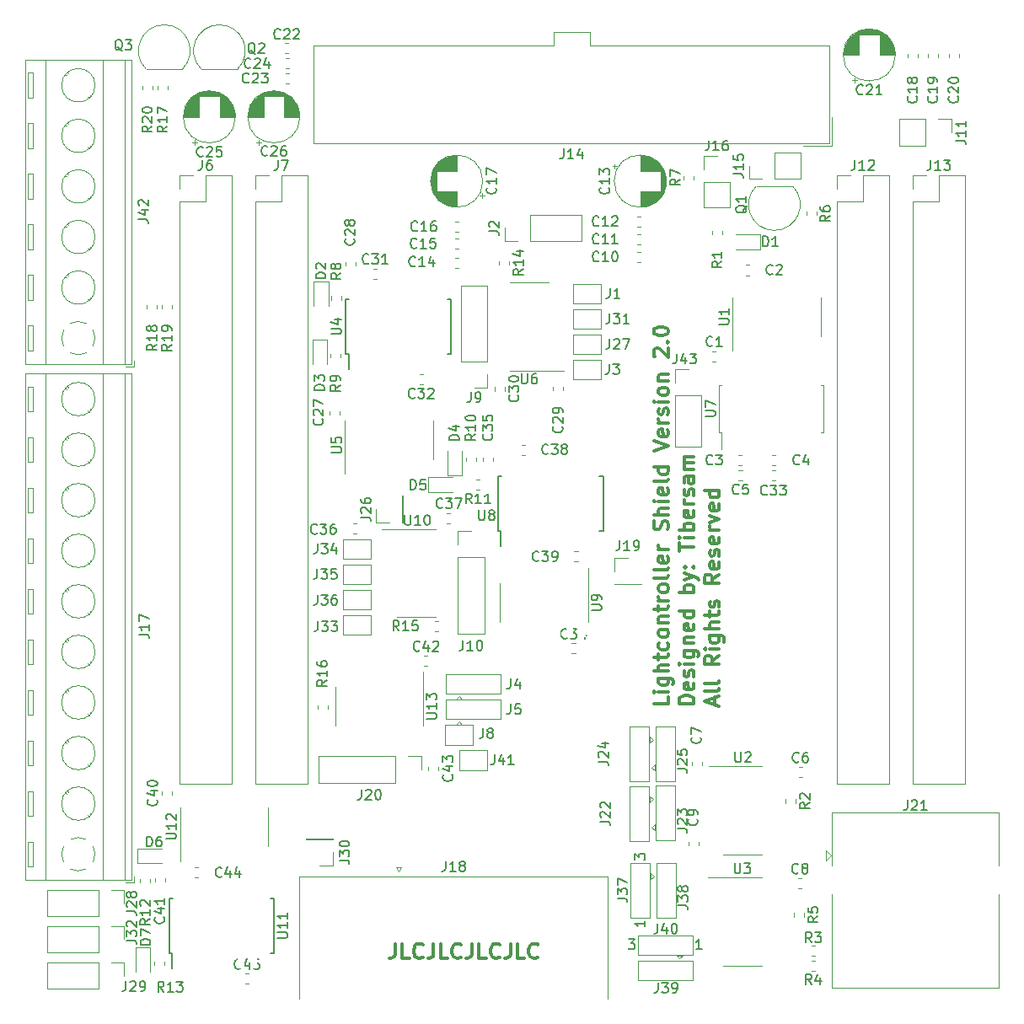
<source format=gto>
G04 #@! TF.GenerationSoftware,KiCad,Pcbnew,5.1.5+dfsg1-2build2*
G04 #@! TF.CreationDate,2022-01-22T21:41:21+01:00*
G04 #@! TF.ProjectId,lightcontroll,6c696768-7463-46f6-9e74-726f6c6c2e6b,rev?*
G04 #@! TF.SameCoordinates,Original*
G04 #@! TF.FileFunction,Legend,Top*
G04 #@! TF.FilePolarity,Positive*
%FSLAX46Y46*%
G04 Gerber Fmt 4.6, Leading zero omitted, Abs format (unit mm)*
G04 Created by KiCad (PCBNEW 5.1.5+dfsg1-2build2) date 2022-01-22 21:41:21*
%MOMM*%
%LPD*%
G04 APERTURE LIST*
%ADD10C,0.300000*%
%ADD11C,0.120000*%
%ADD12C,0.150000*%
%ADD13C,0.100000*%
%ADD14R,1.500000X1.500000*%
%ADD15O,1.802000X1.802000*%
%ADD16R,1.802000X1.802000*%
%ADD17R,1.152000X1.602000*%
%ADD18O,1.152000X1.602000*%
%ADD19C,2.602000*%
%ADD20R,2.602000X2.602000*%
%ADD21C,4.102000*%
%ADD22C,1.702000*%
%ADD23R,1.702000X1.702000*%
%ADD24C,3.353200*%
%ADD25C,2.642000*%
%ADD26C,2.134000*%
%ADD27C,1.880000*%
%ADD28R,1.880000X1.880000*%
%ADD29R,0.702000X1.602000*%
%ADD30O,2.802000X3.402000*%
G04 APERTURE END LIST*
D10*
X48768548Y-106059231D02*
X48768548Y-107130660D01*
X48697120Y-107344945D01*
X48554262Y-107487802D01*
X48339977Y-107559231D01*
X48197120Y-107559231D01*
X50197120Y-107559231D02*
X49482834Y-107559231D01*
X49482834Y-106059231D01*
X51554262Y-107416374D02*
X51482834Y-107487802D01*
X51268548Y-107559231D01*
X51125691Y-107559231D01*
X50911405Y-107487802D01*
X50768548Y-107344945D01*
X50697120Y-107202088D01*
X50625691Y-106916374D01*
X50625691Y-106702088D01*
X50697120Y-106416374D01*
X50768548Y-106273517D01*
X50911405Y-106130660D01*
X51125691Y-106059231D01*
X51268548Y-106059231D01*
X51482834Y-106130660D01*
X51554262Y-106202088D01*
X52625691Y-106059231D02*
X52625691Y-107130660D01*
X52554262Y-107344945D01*
X52411405Y-107487802D01*
X52197120Y-107559231D01*
X52054262Y-107559231D01*
X54054262Y-107559231D02*
X53339977Y-107559231D01*
X53339977Y-106059231D01*
X55411405Y-107416374D02*
X55339977Y-107487802D01*
X55125691Y-107559231D01*
X54982834Y-107559231D01*
X54768548Y-107487802D01*
X54625691Y-107344945D01*
X54554262Y-107202088D01*
X54482834Y-106916374D01*
X54482834Y-106702088D01*
X54554262Y-106416374D01*
X54625691Y-106273517D01*
X54768548Y-106130660D01*
X54982834Y-106059231D01*
X55125691Y-106059231D01*
X55339977Y-106130660D01*
X55411405Y-106202088D01*
X56482834Y-106059231D02*
X56482834Y-107130660D01*
X56411405Y-107344945D01*
X56268548Y-107487802D01*
X56054262Y-107559231D01*
X55911405Y-107559231D01*
X57911405Y-107559231D02*
X57197120Y-107559231D01*
X57197120Y-106059231D01*
X59268548Y-107416374D02*
X59197120Y-107487802D01*
X58982834Y-107559231D01*
X58839977Y-107559231D01*
X58625691Y-107487802D01*
X58482834Y-107344945D01*
X58411405Y-107202088D01*
X58339977Y-106916374D01*
X58339977Y-106702088D01*
X58411405Y-106416374D01*
X58482834Y-106273517D01*
X58625691Y-106130660D01*
X58839977Y-106059231D01*
X58982834Y-106059231D01*
X59197120Y-106130660D01*
X59268548Y-106202088D01*
X60339977Y-106059231D02*
X60339977Y-107130660D01*
X60268548Y-107344945D01*
X60125691Y-107487802D01*
X59911405Y-107559231D01*
X59768548Y-107559231D01*
X61768548Y-107559231D02*
X61054262Y-107559231D01*
X61054262Y-106059231D01*
X63125691Y-107416374D02*
X63054262Y-107487802D01*
X62839977Y-107559231D01*
X62697120Y-107559231D01*
X62482834Y-107487802D01*
X62339977Y-107344945D01*
X62268548Y-107202088D01*
X62197120Y-106916374D01*
X62197120Y-106702088D01*
X62268548Y-106416374D01*
X62339977Y-106273517D01*
X62482834Y-106130660D01*
X62697120Y-106059231D01*
X62839977Y-106059231D01*
X63054262Y-106130660D01*
X63125691Y-106202088D01*
X76233571Y-81258171D02*
X76233571Y-81972457D01*
X74733571Y-81972457D01*
X76233571Y-80758171D02*
X75233571Y-80758171D01*
X74733571Y-80758171D02*
X74805000Y-80829600D01*
X74876428Y-80758171D01*
X74805000Y-80686742D01*
X74733571Y-80758171D01*
X74876428Y-80758171D01*
X75233571Y-79401028D02*
X76447857Y-79401028D01*
X76590714Y-79472457D01*
X76662142Y-79543885D01*
X76733571Y-79686742D01*
X76733571Y-79901028D01*
X76662142Y-80043885D01*
X76162142Y-79401028D02*
X76233571Y-79543885D01*
X76233571Y-79829600D01*
X76162142Y-79972457D01*
X76090714Y-80043885D01*
X75947857Y-80115314D01*
X75519285Y-80115314D01*
X75376428Y-80043885D01*
X75305000Y-79972457D01*
X75233571Y-79829600D01*
X75233571Y-79543885D01*
X75305000Y-79401028D01*
X76233571Y-78686742D02*
X74733571Y-78686742D01*
X76233571Y-78043885D02*
X75447857Y-78043885D01*
X75305000Y-78115314D01*
X75233571Y-78258171D01*
X75233571Y-78472457D01*
X75305000Y-78615314D01*
X75376428Y-78686742D01*
X75233571Y-77543885D02*
X75233571Y-76972457D01*
X74733571Y-77329600D02*
X76019285Y-77329600D01*
X76162142Y-77258171D01*
X76233571Y-77115314D01*
X76233571Y-76972457D01*
X76162142Y-75829600D02*
X76233571Y-75972457D01*
X76233571Y-76258171D01*
X76162142Y-76401028D01*
X76090714Y-76472457D01*
X75947857Y-76543885D01*
X75519285Y-76543885D01*
X75376428Y-76472457D01*
X75305000Y-76401028D01*
X75233571Y-76258171D01*
X75233571Y-75972457D01*
X75305000Y-75829600D01*
X76233571Y-74972457D02*
X76162142Y-75115314D01*
X76090714Y-75186742D01*
X75947857Y-75258171D01*
X75519285Y-75258171D01*
X75376428Y-75186742D01*
X75305000Y-75115314D01*
X75233571Y-74972457D01*
X75233571Y-74758171D01*
X75305000Y-74615314D01*
X75376428Y-74543885D01*
X75519285Y-74472457D01*
X75947857Y-74472457D01*
X76090714Y-74543885D01*
X76162142Y-74615314D01*
X76233571Y-74758171D01*
X76233571Y-74972457D01*
X75233571Y-73829600D02*
X76233571Y-73829600D01*
X75376428Y-73829600D02*
X75305000Y-73758171D01*
X75233571Y-73615314D01*
X75233571Y-73401028D01*
X75305000Y-73258171D01*
X75447857Y-73186742D01*
X76233571Y-73186742D01*
X75233571Y-72686742D02*
X75233571Y-72115314D01*
X74733571Y-72472457D02*
X76019285Y-72472457D01*
X76162142Y-72401028D01*
X76233571Y-72258171D01*
X76233571Y-72115314D01*
X76233571Y-71615314D02*
X75233571Y-71615314D01*
X75519285Y-71615314D02*
X75376428Y-71543885D01*
X75305000Y-71472457D01*
X75233571Y-71329600D01*
X75233571Y-71186742D01*
X76233571Y-70472457D02*
X76162142Y-70615314D01*
X76090714Y-70686742D01*
X75947857Y-70758171D01*
X75519285Y-70758171D01*
X75376428Y-70686742D01*
X75305000Y-70615314D01*
X75233571Y-70472457D01*
X75233571Y-70258171D01*
X75305000Y-70115314D01*
X75376428Y-70043885D01*
X75519285Y-69972457D01*
X75947857Y-69972457D01*
X76090714Y-70043885D01*
X76162142Y-70115314D01*
X76233571Y-70258171D01*
X76233571Y-70472457D01*
X76233571Y-69115314D02*
X76162142Y-69258171D01*
X76019285Y-69329600D01*
X74733571Y-69329600D01*
X76233571Y-68329600D02*
X76162142Y-68472457D01*
X76019285Y-68543885D01*
X74733571Y-68543885D01*
X76162142Y-67186742D02*
X76233571Y-67329600D01*
X76233571Y-67615314D01*
X76162142Y-67758171D01*
X76019285Y-67829600D01*
X75447857Y-67829600D01*
X75305000Y-67758171D01*
X75233571Y-67615314D01*
X75233571Y-67329600D01*
X75305000Y-67186742D01*
X75447857Y-67115314D01*
X75590714Y-67115314D01*
X75733571Y-67829600D01*
X76233571Y-66472457D02*
X75233571Y-66472457D01*
X75519285Y-66472457D02*
X75376428Y-66401028D01*
X75305000Y-66329600D01*
X75233571Y-66186742D01*
X75233571Y-66043885D01*
X76162142Y-64472457D02*
X76233571Y-64258171D01*
X76233571Y-63901028D01*
X76162142Y-63758171D01*
X76090714Y-63686742D01*
X75947857Y-63615314D01*
X75805000Y-63615314D01*
X75662142Y-63686742D01*
X75590714Y-63758171D01*
X75519285Y-63901028D01*
X75447857Y-64186742D01*
X75376428Y-64329600D01*
X75305000Y-64401028D01*
X75162142Y-64472457D01*
X75019285Y-64472457D01*
X74876428Y-64401028D01*
X74805000Y-64329600D01*
X74733571Y-64186742D01*
X74733571Y-63829600D01*
X74805000Y-63615314D01*
X76233571Y-62972457D02*
X74733571Y-62972457D01*
X76233571Y-62329600D02*
X75447857Y-62329600D01*
X75305000Y-62401028D01*
X75233571Y-62543885D01*
X75233571Y-62758171D01*
X75305000Y-62901028D01*
X75376428Y-62972457D01*
X76233571Y-61615314D02*
X75233571Y-61615314D01*
X74733571Y-61615314D02*
X74805000Y-61686742D01*
X74876428Y-61615314D01*
X74805000Y-61543885D01*
X74733571Y-61615314D01*
X74876428Y-61615314D01*
X76162142Y-60329600D02*
X76233571Y-60472457D01*
X76233571Y-60758171D01*
X76162142Y-60901028D01*
X76019285Y-60972457D01*
X75447857Y-60972457D01*
X75305000Y-60901028D01*
X75233571Y-60758171D01*
X75233571Y-60472457D01*
X75305000Y-60329600D01*
X75447857Y-60258171D01*
X75590714Y-60258171D01*
X75733571Y-60972457D01*
X76233571Y-59401028D02*
X76162142Y-59543885D01*
X76019285Y-59615314D01*
X74733571Y-59615314D01*
X76233571Y-58186742D02*
X74733571Y-58186742D01*
X76162142Y-58186742D02*
X76233571Y-58329600D01*
X76233571Y-58615314D01*
X76162142Y-58758171D01*
X76090714Y-58829600D01*
X75947857Y-58901028D01*
X75519285Y-58901028D01*
X75376428Y-58829600D01*
X75305000Y-58758171D01*
X75233571Y-58615314D01*
X75233571Y-58329600D01*
X75305000Y-58186742D01*
X74733571Y-56543885D02*
X76233571Y-56043885D01*
X74733571Y-55543885D01*
X76162142Y-54472457D02*
X76233571Y-54615314D01*
X76233571Y-54901028D01*
X76162142Y-55043885D01*
X76019285Y-55115314D01*
X75447857Y-55115314D01*
X75305000Y-55043885D01*
X75233571Y-54901028D01*
X75233571Y-54615314D01*
X75305000Y-54472457D01*
X75447857Y-54401028D01*
X75590714Y-54401028D01*
X75733571Y-55115314D01*
X76233571Y-53758171D02*
X75233571Y-53758171D01*
X75519285Y-53758171D02*
X75376428Y-53686742D01*
X75305000Y-53615314D01*
X75233571Y-53472457D01*
X75233571Y-53329600D01*
X76162142Y-52901028D02*
X76233571Y-52758171D01*
X76233571Y-52472457D01*
X76162142Y-52329600D01*
X76019285Y-52258171D01*
X75947857Y-52258171D01*
X75805000Y-52329600D01*
X75733571Y-52472457D01*
X75733571Y-52686742D01*
X75662142Y-52829600D01*
X75519285Y-52901028D01*
X75447857Y-52901028D01*
X75305000Y-52829600D01*
X75233571Y-52686742D01*
X75233571Y-52472457D01*
X75305000Y-52329600D01*
X76233571Y-51615314D02*
X75233571Y-51615314D01*
X74733571Y-51615314D02*
X74805000Y-51686742D01*
X74876428Y-51615314D01*
X74805000Y-51543885D01*
X74733571Y-51615314D01*
X74876428Y-51615314D01*
X76233571Y-50686742D02*
X76162142Y-50829600D01*
X76090714Y-50901028D01*
X75947857Y-50972457D01*
X75519285Y-50972457D01*
X75376428Y-50901028D01*
X75305000Y-50829600D01*
X75233571Y-50686742D01*
X75233571Y-50472457D01*
X75305000Y-50329600D01*
X75376428Y-50258171D01*
X75519285Y-50186742D01*
X75947857Y-50186742D01*
X76090714Y-50258171D01*
X76162142Y-50329600D01*
X76233571Y-50472457D01*
X76233571Y-50686742D01*
X75233571Y-49543885D02*
X76233571Y-49543885D01*
X75376428Y-49543885D02*
X75305000Y-49472457D01*
X75233571Y-49329600D01*
X75233571Y-49115314D01*
X75305000Y-48972457D01*
X75447857Y-48901028D01*
X76233571Y-48901028D01*
X74876428Y-47115314D02*
X74805000Y-47043885D01*
X74733571Y-46901028D01*
X74733571Y-46543885D01*
X74805000Y-46401028D01*
X74876428Y-46329600D01*
X75019285Y-46258171D01*
X75162142Y-46258171D01*
X75376428Y-46329600D01*
X76233571Y-47186742D01*
X76233571Y-46258171D01*
X76090714Y-45615314D02*
X76162142Y-45543885D01*
X76233571Y-45615314D01*
X76162142Y-45686742D01*
X76090714Y-45615314D01*
X76233571Y-45615314D01*
X74733571Y-44615314D02*
X74733571Y-44472457D01*
X74805000Y-44329600D01*
X74876428Y-44258171D01*
X75019285Y-44186742D01*
X75305000Y-44115314D01*
X75662142Y-44115314D01*
X75947857Y-44186742D01*
X76090714Y-44258171D01*
X76162142Y-44329600D01*
X76233571Y-44472457D01*
X76233571Y-44615314D01*
X76162142Y-44758171D01*
X76090714Y-44829600D01*
X75947857Y-44901028D01*
X75662142Y-44972457D01*
X75305000Y-44972457D01*
X75019285Y-44901028D01*
X74876428Y-44829600D01*
X74805000Y-44758171D01*
X74733571Y-44615314D01*
X78783571Y-81972457D02*
X77283571Y-81972457D01*
X77283571Y-81615314D01*
X77355000Y-81401028D01*
X77497857Y-81258171D01*
X77640714Y-81186742D01*
X77926428Y-81115314D01*
X78140714Y-81115314D01*
X78426428Y-81186742D01*
X78569285Y-81258171D01*
X78712142Y-81401028D01*
X78783571Y-81615314D01*
X78783571Y-81972457D01*
X78712142Y-79901028D02*
X78783571Y-80043885D01*
X78783571Y-80329600D01*
X78712142Y-80472457D01*
X78569285Y-80543885D01*
X77997857Y-80543885D01*
X77855000Y-80472457D01*
X77783571Y-80329600D01*
X77783571Y-80043885D01*
X77855000Y-79901028D01*
X77997857Y-79829600D01*
X78140714Y-79829600D01*
X78283571Y-80543885D01*
X78712142Y-79258171D02*
X78783571Y-79115314D01*
X78783571Y-78829600D01*
X78712142Y-78686742D01*
X78569285Y-78615314D01*
X78497857Y-78615314D01*
X78355000Y-78686742D01*
X78283571Y-78829600D01*
X78283571Y-79043885D01*
X78212142Y-79186742D01*
X78069285Y-79258171D01*
X77997857Y-79258171D01*
X77855000Y-79186742D01*
X77783571Y-79043885D01*
X77783571Y-78829600D01*
X77855000Y-78686742D01*
X78783571Y-77972457D02*
X77783571Y-77972457D01*
X77283571Y-77972457D02*
X77355000Y-78043885D01*
X77426428Y-77972457D01*
X77355000Y-77901028D01*
X77283571Y-77972457D01*
X77426428Y-77972457D01*
X77783571Y-76615314D02*
X78997857Y-76615314D01*
X79140714Y-76686742D01*
X79212142Y-76758171D01*
X79283571Y-76901028D01*
X79283571Y-77115314D01*
X79212142Y-77258171D01*
X78712142Y-76615314D02*
X78783571Y-76758171D01*
X78783571Y-77043885D01*
X78712142Y-77186742D01*
X78640714Y-77258171D01*
X78497857Y-77329600D01*
X78069285Y-77329600D01*
X77926428Y-77258171D01*
X77855000Y-77186742D01*
X77783571Y-77043885D01*
X77783571Y-76758171D01*
X77855000Y-76615314D01*
X77783571Y-75901028D02*
X78783571Y-75901028D01*
X77926428Y-75901028D02*
X77855000Y-75829600D01*
X77783571Y-75686742D01*
X77783571Y-75472457D01*
X77855000Y-75329600D01*
X77997857Y-75258171D01*
X78783571Y-75258171D01*
X78712142Y-73972457D02*
X78783571Y-74115314D01*
X78783571Y-74401028D01*
X78712142Y-74543885D01*
X78569285Y-74615314D01*
X77997857Y-74615314D01*
X77855000Y-74543885D01*
X77783571Y-74401028D01*
X77783571Y-74115314D01*
X77855000Y-73972457D01*
X77997857Y-73901028D01*
X78140714Y-73901028D01*
X78283571Y-74615314D01*
X78783571Y-72615314D02*
X77283571Y-72615314D01*
X78712142Y-72615314D02*
X78783571Y-72758171D01*
X78783571Y-73043885D01*
X78712142Y-73186742D01*
X78640714Y-73258171D01*
X78497857Y-73329600D01*
X78069285Y-73329600D01*
X77926428Y-73258171D01*
X77855000Y-73186742D01*
X77783571Y-73043885D01*
X77783571Y-72758171D01*
X77855000Y-72615314D01*
X78783571Y-70758171D02*
X77283571Y-70758171D01*
X77855000Y-70758171D02*
X77783571Y-70615314D01*
X77783571Y-70329600D01*
X77855000Y-70186742D01*
X77926428Y-70115314D01*
X78069285Y-70043885D01*
X78497857Y-70043885D01*
X78640714Y-70115314D01*
X78712142Y-70186742D01*
X78783571Y-70329600D01*
X78783571Y-70615314D01*
X78712142Y-70758171D01*
X77783571Y-69543885D02*
X78783571Y-69186742D01*
X77783571Y-68829600D02*
X78783571Y-69186742D01*
X79140714Y-69329600D01*
X79212142Y-69401028D01*
X79283571Y-69543885D01*
X78640714Y-68258171D02*
X78712142Y-68186742D01*
X78783571Y-68258171D01*
X78712142Y-68329600D01*
X78640714Y-68258171D01*
X78783571Y-68258171D01*
X77855000Y-68258171D02*
X77926428Y-68186742D01*
X77997857Y-68258171D01*
X77926428Y-68329600D01*
X77855000Y-68258171D01*
X77997857Y-68258171D01*
X77283571Y-66615314D02*
X77283571Y-65758171D01*
X78783571Y-66186742D02*
X77283571Y-66186742D01*
X78783571Y-65258171D02*
X77783571Y-65258171D01*
X77283571Y-65258171D02*
X77355000Y-65329600D01*
X77426428Y-65258171D01*
X77355000Y-65186742D01*
X77283571Y-65258171D01*
X77426428Y-65258171D01*
X78783571Y-64543885D02*
X77283571Y-64543885D01*
X77855000Y-64543885D02*
X77783571Y-64401028D01*
X77783571Y-64115314D01*
X77855000Y-63972457D01*
X77926428Y-63901028D01*
X78069285Y-63829600D01*
X78497857Y-63829600D01*
X78640714Y-63901028D01*
X78712142Y-63972457D01*
X78783571Y-64115314D01*
X78783571Y-64401028D01*
X78712142Y-64543885D01*
X78712142Y-62615314D02*
X78783571Y-62758171D01*
X78783571Y-63043885D01*
X78712142Y-63186742D01*
X78569285Y-63258171D01*
X77997857Y-63258171D01*
X77855000Y-63186742D01*
X77783571Y-63043885D01*
X77783571Y-62758171D01*
X77855000Y-62615314D01*
X77997857Y-62543885D01*
X78140714Y-62543885D01*
X78283571Y-63258171D01*
X78783571Y-61901028D02*
X77783571Y-61901028D01*
X78069285Y-61901028D02*
X77926428Y-61829600D01*
X77855000Y-61758171D01*
X77783571Y-61615314D01*
X77783571Y-61472457D01*
X78712142Y-61043885D02*
X78783571Y-60901028D01*
X78783571Y-60615314D01*
X78712142Y-60472457D01*
X78569285Y-60401028D01*
X78497857Y-60401028D01*
X78355000Y-60472457D01*
X78283571Y-60615314D01*
X78283571Y-60829600D01*
X78212142Y-60972457D01*
X78069285Y-61043885D01*
X77997857Y-61043885D01*
X77855000Y-60972457D01*
X77783571Y-60829600D01*
X77783571Y-60615314D01*
X77855000Y-60472457D01*
X78783571Y-59115314D02*
X77997857Y-59115314D01*
X77855000Y-59186742D01*
X77783571Y-59329600D01*
X77783571Y-59615314D01*
X77855000Y-59758171D01*
X78712142Y-59115314D02*
X78783571Y-59258171D01*
X78783571Y-59615314D01*
X78712142Y-59758171D01*
X78569285Y-59829600D01*
X78426428Y-59829600D01*
X78283571Y-59758171D01*
X78212142Y-59615314D01*
X78212142Y-59258171D01*
X78140714Y-59115314D01*
X78783571Y-58401028D02*
X77783571Y-58401028D01*
X77926428Y-58401028D02*
X77855000Y-58329600D01*
X77783571Y-58186742D01*
X77783571Y-57972457D01*
X77855000Y-57829600D01*
X77997857Y-57758171D01*
X78783571Y-57758171D01*
X77997857Y-57758171D02*
X77855000Y-57686742D01*
X77783571Y-57543885D01*
X77783571Y-57329600D01*
X77855000Y-57186742D01*
X77997857Y-57115314D01*
X78783571Y-57115314D01*
X80905000Y-82043885D02*
X80905000Y-81329600D01*
X81333571Y-82186742D02*
X79833571Y-81686742D01*
X81333571Y-81186742D01*
X81333571Y-80472457D02*
X81262142Y-80615314D01*
X81119285Y-80686742D01*
X79833571Y-80686742D01*
X81333571Y-79686742D02*
X81262142Y-79829600D01*
X81119285Y-79901028D01*
X79833571Y-79901028D01*
X81333571Y-77115314D02*
X80619285Y-77615314D01*
X81333571Y-77972457D02*
X79833571Y-77972457D01*
X79833571Y-77401028D01*
X79905000Y-77258171D01*
X79976428Y-77186742D01*
X80119285Y-77115314D01*
X80333571Y-77115314D01*
X80476428Y-77186742D01*
X80547857Y-77258171D01*
X80619285Y-77401028D01*
X80619285Y-77972457D01*
X81333571Y-76472457D02*
X80333571Y-76472457D01*
X79833571Y-76472457D02*
X79905000Y-76543885D01*
X79976428Y-76472457D01*
X79905000Y-76401028D01*
X79833571Y-76472457D01*
X79976428Y-76472457D01*
X80333571Y-75115314D02*
X81547857Y-75115314D01*
X81690714Y-75186742D01*
X81762142Y-75258171D01*
X81833571Y-75401028D01*
X81833571Y-75615314D01*
X81762142Y-75758171D01*
X81262142Y-75115314D02*
X81333571Y-75258171D01*
X81333571Y-75543885D01*
X81262142Y-75686742D01*
X81190714Y-75758171D01*
X81047857Y-75829600D01*
X80619285Y-75829600D01*
X80476428Y-75758171D01*
X80405000Y-75686742D01*
X80333571Y-75543885D01*
X80333571Y-75258171D01*
X80405000Y-75115314D01*
X81333571Y-74401028D02*
X79833571Y-74401028D01*
X81333571Y-73758171D02*
X80547857Y-73758171D01*
X80405000Y-73829600D01*
X80333571Y-73972457D01*
X80333571Y-74186742D01*
X80405000Y-74329600D01*
X80476428Y-74401028D01*
X80333571Y-73258171D02*
X80333571Y-72686742D01*
X79833571Y-73043885D02*
X81119285Y-73043885D01*
X81262142Y-72972457D01*
X81333571Y-72829600D01*
X81333571Y-72686742D01*
X81262142Y-72258171D02*
X81333571Y-72115314D01*
X81333571Y-71829600D01*
X81262142Y-71686742D01*
X81119285Y-71615314D01*
X81047857Y-71615314D01*
X80905000Y-71686742D01*
X80833571Y-71829600D01*
X80833571Y-72043885D01*
X80762142Y-72186742D01*
X80619285Y-72258171D01*
X80547857Y-72258171D01*
X80405000Y-72186742D01*
X80333571Y-72043885D01*
X80333571Y-71829600D01*
X80405000Y-71686742D01*
X81333571Y-68972457D02*
X80619285Y-69472457D01*
X81333571Y-69829600D02*
X79833571Y-69829600D01*
X79833571Y-69258171D01*
X79905000Y-69115314D01*
X79976428Y-69043885D01*
X80119285Y-68972457D01*
X80333571Y-68972457D01*
X80476428Y-69043885D01*
X80547857Y-69115314D01*
X80619285Y-69258171D01*
X80619285Y-69829600D01*
X81262142Y-67758171D02*
X81333571Y-67901028D01*
X81333571Y-68186742D01*
X81262142Y-68329600D01*
X81119285Y-68401028D01*
X80547857Y-68401028D01*
X80405000Y-68329600D01*
X80333571Y-68186742D01*
X80333571Y-67901028D01*
X80405000Y-67758171D01*
X80547857Y-67686742D01*
X80690714Y-67686742D01*
X80833571Y-68401028D01*
X81262142Y-67115314D02*
X81333571Y-66972457D01*
X81333571Y-66686742D01*
X81262142Y-66543885D01*
X81119285Y-66472457D01*
X81047857Y-66472457D01*
X80905000Y-66543885D01*
X80833571Y-66686742D01*
X80833571Y-66901028D01*
X80762142Y-67043885D01*
X80619285Y-67115314D01*
X80547857Y-67115314D01*
X80405000Y-67043885D01*
X80333571Y-66901028D01*
X80333571Y-66686742D01*
X80405000Y-66543885D01*
X81262142Y-65258171D02*
X81333571Y-65401028D01*
X81333571Y-65686742D01*
X81262142Y-65829600D01*
X81119285Y-65901028D01*
X80547857Y-65901028D01*
X80405000Y-65829600D01*
X80333571Y-65686742D01*
X80333571Y-65401028D01*
X80405000Y-65258171D01*
X80547857Y-65186742D01*
X80690714Y-65186742D01*
X80833571Y-65901028D01*
X81333571Y-64543885D02*
X80333571Y-64543885D01*
X80619285Y-64543885D02*
X80476428Y-64472457D01*
X80405000Y-64401028D01*
X80333571Y-64258171D01*
X80333571Y-64115314D01*
X80333571Y-63758171D02*
X81333571Y-63401028D01*
X80333571Y-63043885D01*
X81262142Y-61901028D02*
X81333571Y-62043885D01*
X81333571Y-62329600D01*
X81262142Y-62472457D01*
X81119285Y-62543885D01*
X80547857Y-62543885D01*
X80405000Y-62472457D01*
X80333571Y-62329600D01*
X80333571Y-62043885D01*
X80405000Y-61901028D01*
X80547857Y-61829600D01*
X80690714Y-61829600D01*
X80833571Y-62543885D01*
X81333571Y-60543885D02*
X79833571Y-60543885D01*
X81262142Y-60543885D02*
X81333571Y-60686742D01*
X81333571Y-60972457D01*
X81262142Y-61115314D01*
X81190714Y-61186742D01*
X81047857Y-61258171D01*
X80619285Y-61258171D01*
X80476428Y-61186742D01*
X80405000Y-61115314D01*
X80333571Y-60972457D01*
X80333571Y-60686742D01*
X80405000Y-60543885D01*
D11*
X76946000Y-97929000D02*
X76946000Y-103429000D01*
X76946000Y-103429000D02*
X74996000Y-103429000D01*
X74996000Y-103429000D02*
X74996000Y-97929000D01*
X74996000Y-97929000D02*
X76946000Y-97929000D01*
X74746000Y-99279000D02*
X74446000Y-98979000D01*
X74446000Y-98979000D02*
X74446000Y-99579000D01*
X74446000Y-99579000D02*
X74746000Y-99279000D01*
X76882500Y-84213500D02*
X76882500Y-89713500D01*
X76882500Y-89713500D02*
X74932500Y-89713500D01*
X74932500Y-89713500D02*
X74932500Y-84213500D01*
X74932500Y-84213500D02*
X76882500Y-84213500D01*
X74682500Y-85563500D02*
X74382500Y-85263500D01*
X74382500Y-85263500D02*
X74382500Y-85863500D01*
X74382500Y-85863500D02*
X74682500Y-85563500D01*
X76882500Y-90214000D02*
X76882500Y-95714000D01*
X76882500Y-95714000D02*
X74932500Y-95714000D01*
X74932500Y-95714000D02*
X74932500Y-90214000D01*
X74932500Y-90214000D02*
X76882500Y-90214000D01*
X74682500Y-91564000D02*
X74382500Y-91264000D01*
X74382500Y-91264000D02*
X74382500Y-91864000D01*
X74382500Y-91864000D02*
X74682500Y-91564000D01*
X79759500Y-26927500D02*
X81089500Y-26927500D01*
X79759500Y-28257500D02*
X79759500Y-26927500D01*
X79759500Y-29527500D02*
X82419500Y-29527500D01*
X82419500Y-29527500D02*
X82419500Y-32127500D01*
X79759500Y-29527500D02*
X79759500Y-32127500D01*
X79759500Y-32127500D02*
X82419500Y-32127500D01*
X84300000Y-29244600D02*
X84300000Y-27914600D01*
X85630000Y-29244600D02*
X84300000Y-29244600D01*
X86900000Y-29244600D02*
X86900000Y-26584600D01*
X86900000Y-26584600D02*
X89500000Y-26584600D01*
X86900000Y-29244600D02*
X89500000Y-29244600D01*
X89500000Y-29244600D02*
X89500000Y-26584600D01*
X76876600Y-48377800D02*
X78206600Y-48377800D01*
X76876600Y-49707800D02*
X76876600Y-48377800D01*
X76876600Y-50977800D02*
X79536600Y-50977800D01*
X79536600Y-50977800D02*
X79536600Y-56117800D01*
X76876600Y-50977800D02*
X76876600Y-56117800D01*
X76876600Y-56117800D02*
X79536600Y-56117800D01*
X23366000Y-19908733D02*
X23366000Y-20251267D01*
X24386000Y-19908733D02*
X24386000Y-20251267D01*
X23772400Y-41930533D02*
X23772400Y-42273067D01*
X24792400Y-41930533D02*
X24792400Y-42273067D01*
X26341800Y-42270467D02*
X26341800Y-41927933D01*
X25321800Y-42270467D02*
X25321800Y-41927933D01*
X24890000Y-19908733D02*
X24890000Y-20251267D01*
X25910000Y-19908733D02*
X25910000Y-20251267D01*
X23777800Y-18207600D02*
X27377800Y-18207600D01*
X27416278Y-18196078D02*
G75*
G03X25577800Y-13757600I-1838478J1838478D01*
G01*
X23739322Y-18196078D02*
G75*
G02X25577800Y-13757600I1838478J1838478D01*
G01*
X29315000Y-18207600D02*
X32915000Y-18207600D01*
X32953478Y-18196078D02*
G75*
G03X31115000Y-13757600I-1838478J1838478D01*
G01*
X29276522Y-18196078D02*
G75*
G02X31115000Y-13757600I1838478J1838478D01*
G01*
X22541800Y-48077400D02*
X22541800Y-47477400D01*
X21701800Y-48077400D02*
X22541800Y-48077400D01*
X11891800Y-18587400D02*
X12391800Y-18587400D01*
X11891800Y-21087400D02*
X12391800Y-21087400D01*
X12391800Y-21087400D02*
X12391800Y-18587400D01*
X11891800Y-21087400D02*
X11891800Y-18587400D01*
X17917800Y-21017400D02*
X18010800Y-21111400D01*
X15666800Y-18767400D02*
X15725800Y-18826400D01*
X18157800Y-20847400D02*
X18215800Y-20906400D01*
X15872800Y-18562400D02*
X15965800Y-18656400D01*
X11891800Y-23667400D02*
X12391800Y-23667400D01*
X11891800Y-26167400D02*
X12391800Y-26167400D01*
X12391800Y-26167400D02*
X12391800Y-23667400D01*
X11891800Y-26167400D02*
X11891800Y-23667400D01*
X17917800Y-26097400D02*
X18010800Y-26191400D01*
X15666800Y-23847400D02*
X15725800Y-23906400D01*
X18157800Y-25927400D02*
X18215800Y-25986400D01*
X15872800Y-23642400D02*
X15965800Y-23736400D01*
X11891800Y-28747400D02*
X12391800Y-28747400D01*
X11891800Y-31247400D02*
X12391800Y-31247400D01*
X12391800Y-31247400D02*
X12391800Y-28747400D01*
X11891800Y-31247400D02*
X11891800Y-28747400D01*
X17917800Y-31177400D02*
X18010800Y-31271400D01*
X15666800Y-28927400D02*
X15725800Y-28986400D01*
X18157800Y-31007400D02*
X18215800Y-31066400D01*
X15872800Y-28722400D02*
X15965800Y-28816400D01*
X11891800Y-33827400D02*
X12391800Y-33827400D01*
X11891800Y-36327400D02*
X12391800Y-36327400D01*
X12391800Y-36327400D02*
X12391800Y-33827400D01*
X11891800Y-36327400D02*
X11891800Y-33827400D01*
X17917800Y-36257400D02*
X18010800Y-36351400D01*
X15666800Y-34007400D02*
X15725800Y-34066400D01*
X18157800Y-36087400D02*
X18215800Y-36146400D01*
X15872800Y-33802400D02*
X15965800Y-33896400D01*
X11891800Y-38907400D02*
X12391800Y-38907400D01*
X11891800Y-41407400D02*
X12391800Y-41407400D01*
X12391800Y-41407400D02*
X12391800Y-38907400D01*
X11891800Y-41407400D02*
X11891800Y-38907400D01*
X17917800Y-41337400D02*
X18010800Y-41431400D01*
X15666800Y-39087400D02*
X15725800Y-39146400D01*
X18157800Y-41167400D02*
X18215800Y-41226400D01*
X15872800Y-38882400D02*
X15965800Y-38976400D01*
X11891800Y-43987400D02*
X12391800Y-43987400D01*
X11891800Y-46487400D02*
X12391800Y-46487400D01*
X12391800Y-46487400D02*
X12391800Y-43987400D01*
X11891800Y-46487400D02*
X11891800Y-43987400D01*
X11581800Y-17237400D02*
X22301800Y-17237400D01*
X11581800Y-47837400D02*
X22301800Y-47837400D01*
X22301800Y-47837400D02*
X22301800Y-17237400D01*
X11581800Y-47837400D02*
X11581800Y-17237400D01*
X13641800Y-47837400D02*
X13641800Y-17237400D01*
X19441800Y-47837400D02*
X19441800Y-17237400D01*
X21641800Y-47837400D02*
X21641800Y-17237400D01*
X18621800Y-19837400D02*
G75*
G03X18621800Y-19837400I-1680000J0D01*
G01*
X18621800Y-24917400D02*
G75*
G03X18621800Y-24917400I-1680000J0D01*
G01*
X18621800Y-29997400D02*
G75*
G03X18621800Y-29997400I-1680000J0D01*
G01*
X18621800Y-35077400D02*
G75*
G03X18621800Y-35077400I-1680000J0D01*
G01*
X18621800Y-40157400D02*
G75*
G03X18621800Y-40157400I-1680000J0D01*
G01*
X18622250Y-45208017D02*
G75*
G02X18425800Y-46026400I-1680450J-29383D01*
G01*
X17730888Y-46721353D02*
G75*
G02X16152800Y-46721400I-789088J1483953D01*
G01*
X15457847Y-46026488D02*
G75*
G02X15457800Y-44448400I1483953J789088D01*
G01*
X16152712Y-43753447D02*
G75*
G02X17730800Y-43753400I789088J-1483953D01*
G01*
X18425152Y-44448688D02*
G75*
G02X18621800Y-45237400I-1483352J-788712D01*
G01*
X22541800Y-99918800D02*
X22541800Y-99318800D01*
X21701800Y-99918800D02*
X22541800Y-99918800D01*
X11891800Y-50108800D02*
X12391800Y-50108800D01*
X11891800Y-52608800D02*
X12391800Y-52608800D01*
X12391800Y-52608800D02*
X12391800Y-50108800D01*
X11891800Y-52608800D02*
X11891800Y-50108800D01*
X17917800Y-52538800D02*
X18010800Y-52632800D01*
X15666800Y-50288800D02*
X15725800Y-50347800D01*
X18157800Y-52368800D02*
X18215800Y-52427800D01*
X15872800Y-50083800D02*
X15965800Y-50177800D01*
X11891800Y-55188800D02*
X12391800Y-55188800D01*
X11891800Y-57688800D02*
X12391800Y-57688800D01*
X12391800Y-57688800D02*
X12391800Y-55188800D01*
X11891800Y-57688800D02*
X11891800Y-55188800D01*
X17917800Y-57618800D02*
X18010800Y-57712800D01*
X15666800Y-55368800D02*
X15725800Y-55427800D01*
X18157800Y-57448800D02*
X18215800Y-57507800D01*
X15872800Y-55163800D02*
X15965800Y-55257800D01*
X11891800Y-60268800D02*
X12391800Y-60268800D01*
X11891800Y-62768800D02*
X12391800Y-62768800D01*
X12391800Y-62768800D02*
X12391800Y-60268800D01*
X11891800Y-62768800D02*
X11891800Y-60268800D01*
X17917800Y-62698800D02*
X18010800Y-62792800D01*
X15666800Y-60448800D02*
X15725800Y-60507800D01*
X18157800Y-62528800D02*
X18215800Y-62587800D01*
X15872800Y-60243800D02*
X15965800Y-60337800D01*
X11891800Y-65348800D02*
X12391800Y-65348800D01*
X11891800Y-67848800D02*
X12391800Y-67848800D01*
X12391800Y-67848800D02*
X12391800Y-65348800D01*
X11891800Y-67848800D02*
X11891800Y-65348800D01*
X17917800Y-67778800D02*
X18010800Y-67872800D01*
X15666800Y-65528800D02*
X15725800Y-65587800D01*
X18157800Y-67608800D02*
X18215800Y-67667800D01*
X15872800Y-65323800D02*
X15965800Y-65417800D01*
X11891800Y-70428800D02*
X12391800Y-70428800D01*
X11891800Y-72928800D02*
X12391800Y-72928800D01*
X12391800Y-72928800D02*
X12391800Y-70428800D01*
X11891800Y-72928800D02*
X11891800Y-70428800D01*
X17917800Y-72858800D02*
X18010800Y-72952800D01*
X15666800Y-70608800D02*
X15725800Y-70667800D01*
X18157800Y-72688800D02*
X18215800Y-72747800D01*
X15872800Y-70403800D02*
X15965800Y-70497800D01*
X11891800Y-75508800D02*
X12391800Y-75508800D01*
X11891800Y-78008800D02*
X12391800Y-78008800D01*
X12391800Y-78008800D02*
X12391800Y-75508800D01*
X11891800Y-78008800D02*
X11891800Y-75508800D01*
X17917800Y-77938800D02*
X18010800Y-78032800D01*
X15666800Y-75688800D02*
X15725800Y-75747800D01*
X18157800Y-77768800D02*
X18215800Y-77827800D01*
X15872800Y-75483800D02*
X15965800Y-75577800D01*
X11891800Y-80588800D02*
X12391800Y-80588800D01*
X11891800Y-83088800D02*
X12391800Y-83088800D01*
X12391800Y-83088800D02*
X12391800Y-80588800D01*
X11891800Y-83088800D02*
X11891800Y-80588800D01*
X17917800Y-83018800D02*
X18010800Y-83112800D01*
X15666800Y-80768800D02*
X15725800Y-80827800D01*
X18157800Y-82848800D02*
X18215800Y-82907800D01*
X15872800Y-80563800D02*
X15965800Y-80657800D01*
X11891800Y-85668800D02*
X12391800Y-85668800D01*
X11891800Y-88168800D02*
X12391800Y-88168800D01*
X12391800Y-88168800D02*
X12391800Y-85668800D01*
X11891800Y-88168800D02*
X11891800Y-85668800D01*
X17917800Y-88098800D02*
X18010800Y-88192800D01*
X15666800Y-85848800D02*
X15725800Y-85907800D01*
X18157800Y-87928800D02*
X18215800Y-87987800D01*
X15872800Y-85643800D02*
X15965800Y-85737800D01*
X11891800Y-90748800D02*
X12391800Y-90748800D01*
X11891800Y-93248800D02*
X12391800Y-93248800D01*
X12391800Y-93248800D02*
X12391800Y-90748800D01*
X11891800Y-93248800D02*
X11891800Y-90748800D01*
X17917800Y-93178800D02*
X18010800Y-93272800D01*
X15666800Y-90928800D02*
X15725800Y-90987800D01*
X18157800Y-93008800D02*
X18215800Y-93067800D01*
X15872800Y-90723800D02*
X15965800Y-90817800D01*
X11891800Y-95828800D02*
X12391800Y-95828800D01*
X11891800Y-98328800D02*
X12391800Y-98328800D01*
X12391800Y-98328800D02*
X12391800Y-95828800D01*
X11891800Y-98328800D02*
X11891800Y-95828800D01*
X11581800Y-48758800D02*
X22301800Y-48758800D01*
X11581800Y-99678800D02*
X22301800Y-99678800D01*
X22301800Y-99678800D02*
X22301800Y-48758800D01*
X11581800Y-99678800D02*
X11581800Y-48758800D01*
X13641800Y-99678800D02*
X13641800Y-48758800D01*
X19441800Y-99678800D02*
X19441800Y-48758800D01*
X21641800Y-99678800D02*
X21641800Y-48758800D01*
X18621800Y-51358800D02*
G75*
G03X18621800Y-51358800I-1680000J0D01*
G01*
X18621800Y-56438800D02*
G75*
G03X18621800Y-56438800I-1680000J0D01*
G01*
X18621800Y-61518800D02*
G75*
G03X18621800Y-61518800I-1680000J0D01*
G01*
X18621800Y-66598800D02*
G75*
G03X18621800Y-66598800I-1680000J0D01*
G01*
X18621800Y-71678800D02*
G75*
G03X18621800Y-71678800I-1680000J0D01*
G01*
X18621800Y-76758800D02*
G75*
G03X18621800Y-76758800I-1680000J0D01*
G01*
X18621800Y-81838800D02*
G75*
G03X18621800Y-81838800I-1680000J0D01*
G01*
X18621800Y-86918800D02*
G75*
G03X18621800Y-86918800I-1680000J0D01*
G01*
X18621800Y-91998800D02*
G75*
G03X18621800Y-91998800I-1680000J0D01*
G01*
X18622250Y-97049417D02*
G75*
G02X18425800Y-97867800I-1680450J-29383D01*
G01*
X17730888Y-98562753D02*
G75*
G02X16152800Y-98562800I-789088J1483953D01*
G01*
X15457847Y-97867888D02*
G75*
G02X15457800Y-96289800I1483953J789088D01*
G01*
X16152712Y-95594847D02*
G75*
G02X17730800Y-95594800I789088J-1483953D01*
G01*
X18425152Y-96290088D02*
G75*
G02X18621800Y-97078800I-1483352J-788712D01*
G01*
X78689400Y-109762800D02*
X73189400Y-109762800D01*
X73189400Y-109762800D02*
X73189400Y-107812800D01*
X73189400Y-107812800D02*
X78689400Y-107812800D01*
X78689400Y-107812800D02*
X78689400Y-109762800D01*
X77339400Y-107562800D02*
X77639400Y-107262800D01*
X77639400Y-107262800D02*
X77039400Y-107262800D01*
X77039400Y-107262800D02*
X77339400Y-107562800D01*
X72406000Y-103454400D02*
X72406000Y-97954400D01*
X72406000Y-97954400D02*
X74356000Y-97954400D01*
X74356000Y-97954400D02*
X74356000Y-103454400D01*
X74356000Y-103454400D02*
X72406000Y-103454400D01*
X72329800Y-89719600D02*
X72329800Y-84219600D01*
X72329800Y-84219600D02*
X74279800Y-84219600D01*
X74279800Y-84219600D02*
X74279800Y-89719600D01*
X74279800Y-89719600D02*
X72329800Y-89719600D01*
X74529800Y-88369600D02*
X74829800Y-88669600D01*
X74829800Y-88669600D02*
X74829800Y-88069600D01*
X74829800Y-88069600D02*
X74529800Y-88369600D01*
X72329800Y-95739400D02*
X72329800Y-90239400D01*
X72329800Y-90239400D02*
X74279800Y-90239400D01*
X74279800Y-90239400D02*
X74279800Y-95739400D01*
X74279800Y-95739400D02*
X72329800Y-95739400D01*
X74529800Y-94389400D02*
X74829800Y-94689400D01*
X74829800Y-94689400D02*
X74829800Y-94089400D01*
X74829800Y-94089400D02*
X74529800Y-94389400D01*
X27162600Y-94310200D02*
X27162600Y-97760200D01*
X27162600Y-94310200D02*
X27162600Y-92360200D01*
X36032600Y-94310200D02*
X36032600Y-96260200D01*
X36032600Y-94310200D02*
X36032600Y-92360200D01*
X49107400Y-98826275D02*
X48857400Y-98393262D01*
X49357400Y-98393262D02*
X49107400Y-98826275D01*
X48857400Y-98393262D02*
X49357400Y-98393262D01*
X70132400Y-99287600D02*
X70132400Y-111627600D01*
X39162400Y-99287600D02*
X70132400Y-99287600D01*
X39162400Y-111627600D02*
X39162400Y-99287600D01*
X92083500Y-97718500D02*
X92583500Y-97218500D01*
X92083500Y-96718500D02*
X92083500Y-97718500D01*
X92583500Y-97218500D02*
X92083500Y-96718500D01*
X109433500Y-110518500D02*
X109433500Y-101118500D01*
X92633500Y-92918500D02*
X92633500Y-98218500D01*
X109433500Y-92918500D02*
X109433500Y-98218500D01*
X92633500Y-92918500D02*
X109433500Y-92918500D01*
X92633500Y-110418500D02*
X92633500Y-101118500D01*
X92633500Y-110518500D02*
X109433500Y-110518500D01*
X83629500Y-99387500D02*
X80179500Y-99387500D01*
X83629500Y-99387500D02*
X85579500Y-99387500D01*
X83629500Y-108257500D02*
X81679500Y-108257500D01*
X83629500Y-108257500D02*
X85579500Y-108257500D01*
X58005000Y-88630000D02*
X55205000Y-88630000D01*
X55205000Y-88630000D02*
X55205000Y-86630000D01*
X55205000Y-86630000D02*
X58005000Y-86630000D01*
X58005000Y-86630000D02*
X58005000Y-88630000D01*
X93158000Y-28896000D02*
X94488000Y-28896000D01*
X93158000Y-30226000D02*
X93158000Y-28896000D01*
X95758000Y-28896000D02*
X98358000Y-28896000D01*
X95758000Y-31496000D02*
X95758000Y-28896000D01*
X93158000Y-31496000D02*
X95758000Y-31496000D01*
X98358000Y-28896000D02*
X98358000Y-89976000D01*
X93158000Y-31496000D02*
X93158000Y-89976000D01*
X93158000Y-89976000D02*
X98358000Y-89976000D01*
X66860267Y-75880500D02*
X66517733Y-75880500D01*
X66860267Y-76900500D02*
X66517733Y-76900500D01*
D12*
X59389000Y-64624000D02*
X59389000Y-66149000D01*
X69664000Y-64624000D02*
X69664000Y-59074000D01*
X59114000Y-64624000D02*
X59114000Y-59074000D01*
X69664000Y-64624000D02*
X69309000Y-64624000D01*
X69664000Y-59074000D02*
X69309000Y-59074000D01*
X59114000Y-59074000D02*
X59469000Y-59074000D01*
X59114000Y-64624000D02*
X59389000Y-64624000D01*
D11*
X50863500Y-64399000D02*
X47413500Y-64399000D01*
X50863500Y-64399000D02*
X52813500Y-64399000D01*
X50863500Y-73269000D02*
X48913500Y-73269000D01*
X50863500Y-73269000D02*
X52813500Y-73269000D01*
X78696000Y-107172000D02*
X73196000Y-107172000D01*
X73196000Y-107172000D02*
X73196000Y-105222000D01*
X73196000Y-105222000D02*
X78696000Y-105222000D01*
X78696000Y-105222000D02*
X78696000Y-107172000D01*
X43494500Y-70501000D02*
X46294500Y-70501000D01*
X46294500Y-70501000D02*
X46294500Y-72501000D01*
X46294500Y-72501000D02*
X43494500Y-72501000D01*
X43494500Y-72501000D02*
X43494500Y-70501000D01*
X43494500Y-67961000D02*
X46294500Y-67961000D01*
X46294500Y-67961000D02*
X46294500Y-69961000D01*
X46294500Y-69961000D02*
X43494500Y-69961000D01*
X43494500Y-69961000D02*
X43494500Y-67961000D01*
X43494500Y-65421000D02*
X46294500Y-65421000D01*
X46294500Y-65421000D02*
X46294500Y-67421000D01*
X46294500Y-67421000D02*
X43494500Y-67421000D01*
X43494500Y-67421000D02*
X43494500Y-65421000D01*
X43494500Y-73041000D02*
X46294500Y-73041000D01*
X46294500Y-73041000D02*
X46294500Y-75041000D01*
X46294500Y-75041000D02*
X43494500Y-75041000D01*
X43494500Y-75041000D02*
X43494500Y-73041000D01*
X69408500Y-44307000D02*
X66608500Y-44307000D01*
X66608500Y-44307000D02*
X66608500Y-42307000D01*
X66608500Y-42307000D02*
X69408500Y-42307000D01*
X69408500Y-42307000D02*
X69408500Y-44307000D01*
X69408500Y-46847000D02*
X66608500Y-46847000D01*
X66608500Y-46847000D02*
X66608500Y-44847000D01*
X66608500Y-44847000D02*
X69408500Y-44847000D01*
X69408500Y-44847000D02*
X69408500Y-46847000D01*
X69408500Y-49387000D02*
X66608500Y-49387000D01*
X66608500Y-49387000D02*
X66608500Y-47387000D01*
X66608500Y-47387000D02*
X69408500Y-47387000D01*
X69408500Y-47387000D02*
X69408500Y-49387000D01*
X69408500Y-41767000D02*
X66608500Y-41767000D01*
X66608500Y-41767000D02*
X66608500Y-39767000D01*
X66608500Y-39767000D02*
X69408500Y-39767000D01*
X69408500Y-39767000D02*
X69408500Y-41767000D01*
X51368000Y-87252500D02*
X51368000Y-88582500D01*
X50038000Y-87252500D02*
X51368000Y-87252500D01*
X48768000Y-87252500D02*
X48768000Y-89912500D01*
X48768000Y-89912500D02*
X41088000Y-89912500D01*
X48768000Y-87252500D02*
X41088000Y-87252500D01*
X41088000Y-87252500D02*
X41088000Y-89912500D01*
X55058000Y-64646500D02*
X56388000Y-64646500D01*
X55058000Y-65976500D02*
X55058000Y-64646500D01*
X55058000Y-67246500D02*
X57718000Y-67246500D01*
X57718000Y-67246500D02*
X57718000Y-74926500D01*
X55058000Y-67246500D02*
X55058000Y-74926500D01*
X55058000Y-74926500D02*
X57718000Y-74926500D01*
X58035500Y-50225000D02*
X56705500Y-50225000D01*
X58035500Y-48895000D02*
X58035500Y-50225000D01*
X58035500Y-47625000D02*
X55375500Y-47625000D01*
X55375500Y-47625000D02*
X55375500Y-39945000D01*
X58035500Y-47625000D02*
X58035500Y-39945000D01*
X58035500Y-39945000D02*
X55375500Y-39945000D01*
X53828500Y-81550000D02*
X59328500Y-81550000D01*
X59328500Y-81550000D02*
X59328500Y-83500000D01*
X59328500Y-83500000D02*
X53828500Y-83500000D01*
X53828500Y-83500000D02*
X53828500Y-81550000D01*
X55178500Y-83750000D02*
X54878500Y-84050000D01*
X54878500Y-84050000D02*
X55478500Y-84050000D01*
X55478500Y-84050000D02*
X55178500Y-83750000D01*
X53828500Y-79010000D02*
X59328500Y-79010000D01*
X59328500Y-79010000D02*
X59328500Y-80960000D01*
X59328500Y-80960000D02*
X53828500Y-80960000D01*
X53828500Y-80960000D02*
X53828500Y-79010000D01*
X55178500Y-81210000D02*
X54878500Y-81510000D01*
X54878500Y-81510000D02*
X55478500Y-81510000D01*
X55478500Y-81510000D02*
X55178500Y-81210000D01*
X53805800Y-84090000D02*
X56605800Y-84090000D01*
X56605800Y-84090000D02*
X56605800Y-86090000D01*
X56605800Y-86090000D02*
X53805800Y-86090000D01*
X53805800Y-86090000D02*
X53805800Y-84090000D01*
X92639000Y-25904500D02*
X92639000Y-23054500D01*
X89789000Y-25904500D02*
X92639000Y-25904500D01*
X64679000Y-14444500D02*
X66489000Y-14444500D01*
X64679000Y-15844500D02*
X64679000Y-14444500D01*
X40579000Y-15844500D02*
X64679000Y-15844500D01*
X40579000Y-25664500D02*
X40579000Y-15844500D01*
X66489000Y-25664500D02*
X40579000Y-25664500D01*
X68299000Y-14444500D02*
X66489000Y-14444500D01*
X68299000Y-15844500D02*
X68299000Y-14444500D01*
X92399000Y-15844500D02*
X68299000Y-15844500D01*
X92399000Y-25664500D02*
X92399000Y-15844500D01*
X66489000Y-25664500D02*
X92399000Y-25664500D01*
X51615500Y-82234000D02*
X51615500Y-78784000D01*
X51615500Y-82234000D02*
X51615500Y-84184000D01*
X42745500Y-82234000D02*
X42745500Y-80284000D01*
X42745500Y-82234000D02*
X42745500Y-84184000D01*
D12*
X26343600Y-107042000D02*
X26343600Y-108567000D01*
X36618600Y-107042000D02*
X36618600Y-101492000D01*
X26068600Y-107042000D02*
X26068600Y-101492000D01*
X36618600Y-107042000D02*
X36263600Y-107042000D01*
X36618600Y-101492000D02*
X36263600Y-101492000D01*
X26068600Y-101492000D02*
X26423600Y-101492000D01*
X26068600Y-107042000D02*
X26343600Y-107042000D01*
D11*
X68189000Y-71820000D02*
X68189000Y-68370000D01*
X68189000Y-71820000D02*
X68189000Y-73770000D01*
X59319000Y-71820000D02*
X59319000Y-69870000D01*
X59319000Y-71820000D02*
X59319000Y-73770000D01*
X81558200Y-54709000D02*
X81558200Y-56374000D01*
X81303200Y-54709000D02*
X81558200Y-54709000D01*
X81303200Y-52324000D02*
X81303200Y-54709000D01*
X81303200Y-49939000D02*
X81558200Y-49939000D01*
X81303200Y-52324000D02*
X81303200Y-49939000D01*
X91823200Y-54709000D02*
X91568200Y-54709000D01*
X91823200Y-52324000D02*
X91823200Y-54709000D01*
X91823200Y-49939000D02*
X91568200Y-49939000D01*
X91823200Y-52324000D02*
X91823200Y-49939000D01*
X62230000Y-48504000D02*
X65680000Y-48504000D01*
X62230000Y-48504000D02*
X60280000Y-48504000D01*
X62230000Y-39634000D02*
X64180000Y-39634000D01*
X62230000Y-39634000D02*
X60280000Y-39634000D01*
X43698000Y-55435500D02*
X43698000Y-58885500D01*
X43698000Y-55435500D02*
X43698000Y-53485500D01*
X52568000Y-55435500D02*
X52568000Y-57385500D01*
X52568000Y-55435500D02*
X52568000Y-53485500D01*
D12*
X44085500Y-46844000D02*
X44085500Y-48369000D01*
X54360500Y-46844000D02*
X54360500Y-41294000D01*
X43810500Y-46844000D02*
X43810500Y-41294000D01*
X54360500Y-46844000D02*
X54005500Y-46844000D01*
X54360500Y-41294000D02*
X54005500Y-41294000D01*
X43810500Y-41294000D02*
X44165500Y-41294000D01*
X43810500Y-46844000D02*
X44085500Y-46844000D01*
D11*
X83693000Y-88211500D02*
X80243000Y-88211500D01*
X83693000Y-88211500D02*
X85643000Y-88211500D01*
X83693000Y-97081500D02*
X81743000Y-97081500D01*
X83693000Y-97081500D02*
X85643000Y-97081500D01*
X82687000Y-43078400D02*
X82687000Y-46528400D01*
X82687000Y-43078400D02*
X82687000Y-41128400D01*
X91557000Y-43078400D02*
X91557000Y-45028400D01*
X91557000Y-43078400D02*
X91557000Y-41128400D01*
X40955500Y-82110733D02*
X40955500Y-82453267D01*
X41975500Y-82110733D02*
X41975500Y-82453267D01*
X52738233Y-74678000D02*
X53080767Y-74678000D01*
X52738233Y-73658000D02*
X53080767Y-73658000D01*
X59230800Y-37485533D02*
X59230800Y-37828067D01*
X60250800Y-37485533D02*
X60250800Y-37828067D01*
X24585200Y-107891733D02*
X24585200Y-108234267D01*
X25605200Y-107891733D02*
X25605200Y-108234267D01*
X23086600Y-99536433D02*
X23086600Y-99878967D01*
X24106600Y-99536433D02*
X24106600Y-99878967D01*
X56929233Y-60454000D02*
X57271767Y-60454000D01*
X56929233Y-59434000D02*
X57271767Y-59434000D01*
X56898000Y-57561267D02*
X56898000Y-57218733D01*
X55878000Y-57561267D02*
X55878000Y-57218733D01*
X42289000Y-46832733D02*
X42289000Y-47175267D01*
X43309000Y-46832733D02*
X43309000Y-47175267D01*
X42352500Y-41026233D02*
X42352500Y-41368767D01*
X43372500Y-41026233D02*
X43372500Y-41368767D01*
X78742000Y-29268267D02*
X78742000Y-28925733D01*
X77722000Y-29268267D02*
X77722000Y-28925733D01*
X90104500Y-32545233D02*
X90104500Y-32887767D01*
X91124500Y-32545233D02*
X91124500Y-32887767D01*
X88834500Y-103002233D02*
X88834500Y-103344767D01*
X89854500Y-103002233D02*
X89854500Y-103344767D01*
X90584233Y-108777500D02*
X90926767Y-108777500D01*
X90584233Y-107757500D02*
X90926767Y-107757500D01*
X90570233Y-107317000D02*
X90912767Y-107317000D01*
X90570233Y-106297000D02*
X90912767Y-106297000D01*
X88009000Y-91572233D02*
X88009000Y-91914767D01*
X89029000Y-91572233D02*
X89029000Y-91914767D01*
X80617600Y-34499733D02*
X80617600Y-34842267D01*
X81637600Y-34499733D02*
X81637600Y-34842267D01*
X88668000Y-29963500D02*
X85068000Y-29963500D01*
X85029522Y-29975022D02*
G75*
G03X86868000Y-34413500I1838478J-1838478D01*
G01*
X88706478Y-29975022D02*
G75*
G02X86868000Y-34413500I-1838478J-1838478D01*
G01*
X21548400Y-104283200D02*
X21548400Y-105613200D01*
X20218400Y-104283200D02*
X21548400Y-104283200D01*
X18948400Y-104283200D02*
X18948400Y-106943200D01*
X18948400Y-106943200D02*
X13808400Y-106943200D01*
X18948400Y-104283200D02*
X13808400Y-104283200D01*
X13808400Y-104283200D02*
X13808400Y-106943200D01*
X42503400Y-98205600D02*
X41173400Y-98205600D01*
X42503400Y-96875600D02*
X42503400Y-98205600D01*
X42503400Y-95605600D02*
X39843400Y-95605600D01*
X39843400Y-95605600D02*
X39843400Y-95545600D01*
X42503400Y-95605600D02*
X42503400Y-95545600D01*
X42503400Y-95545600D02*
X39843400Y-95545600D01*
X21548400Y-107940800D02*
X21548400Y-109270800D01*
X20218400Y-107940800D02*
X21548400Y-107940800D01*
X18948400Y-107940800D02*
X18948400Y-110600800D01*
X18948400Y-110600800D02*
X13808400Y-110600800D01*
X18948400Y-107940800D02*
X13808400Y-107940800D01*
X13808400Y-107940800D02*
X13808400Y-110600800D01*
X21548400Y-100676400D02*
X21548400Y-102006400D01*
X20218400Y-100676400D02*
X21548400Y-100676400D01*
X18948400Y-100676400D02*
X18948400Y-103336400D01*
X18948400Y-103336400D02*
X13808400Y-103336400D01*
X18948400Y-100676400D02*
X13808400Y-100676400D01*
X13808400Y-100676400D02*
X13808400Y-103336400D01*
X46866500Y-63750500D02*
X46866500Y-62420500D01*
X48196500Y-63750500D02*
X46866500Y-63750500D01*
X49466500Y-63750500D02*
X49466500Y-61090500D01*
X49466500Y-61090500D02*
X49526500Y-61090500D01*
X49466500Y-63750500D02*
X49526500Y-63750500D01*
X49526500Y-63750500D02*
X49526500Y-61090500D01*
X70806000Y-67313500D02*
X72136000Y-67313500D01*
X70806000Y-68643500D02*
X70806000Y-67313500D01*
X70806000Y-69913500D02*
X73466000Y-69913500D01*
X73466000Y-69913500D02*
X73466000Y-69973500D01*
X70806000Y-69913500D02*
X70806000Y-69973500D01*
X70806000Y-69973500D02*
X73466000Y-69973500D01*
X100778000Y-28896000D02*
X102108000Y-28896000D01*
X100778000Y-30226000D02*
X100778000Y-28896000D01*
X103378000Y-28896000D02*
X105978000Y-28896000D01*
X103378000Y-31496000D02*
X103378000Y-28896000D01*
X100778000Y-31496000D02*
X103378000Y-31496000D01*
X105978000Y-28896000D02*
X105978000Y-89976000D01*
X100778000Y-31496000D02*
X100778000Y-89976000D01*
X100778000Y-89976000D02*
X105978000Y-89976000D01*
X104644500Y-23244500D02*
X104644500Y-24574500D01*
X103314500Y-23244500D02*
X104644500Y-23244500D01*
X102044500Y-23244500D02*
X102044500Y-25904500D01*
X102044500Y-25904500D02*
X99444500Y-25904500D01*
X102044500Y-23244500D02*
X99444500Y-23244500D01*
X99444500Y-23244500D02*
X99444500Y-25904500D01*
X34738000Y-28896000D02*
X36068000Y-28896000D01*
X34738000Y-30226000D02*
X34738000Y-28896000D01*
X37338000Y-28896000D02*
X39938000Y-28896000D01*
X37338000Y-31496000D02*
X37338000Y-28896000D01*
X34738000Y-31496000D02*
X37338000Y-31496000D01*
X39938000Y-28896000D02*
X39938000Y-89976000D01*
X34738000Y-31496000D02*
X34738000Y-89976000D01*
X34738000Y-89976000D02*
X39938000Y-89976000D01*
X27118000Y-28896000D02*
X28448000Y-28896000D01*
X27118000Y-30226000D02*
X27118000Y-28896000D01*
X29718000Y-28896000D02*
X32318000Y-28896000D01*
X29718000Y-31496000D02*
X29718000Y-28896000D01*
X27118000Y-31496000D02*
X29718000Y-31496000D01*
X32318000Y-28896000D02*
X32318000Y-89976000D01*
X27118000Y-31496000D02*
X27118000Y-89976000D01*
X27118000Y-89976000D02*
X32318000Y-89976000D01*
X59757000Y-35493000D02*
X59757000Y-34163000D01*
X61087000Y-35493000D02*
X59757000Y-35493000D01*
X62357000Y-35493000D02*
X62357000Y-32833000D01*
X62357000Y-32833000D02*
X67497000Y-32833000D01*
X62357000Y-35493000D02*
X67497000Y-35493000D01*
X67497000Y-35493000D02*
X67497000Y-32833000D01*
X22709200Y-106403000D02*
X22709200Y-108863000D01*
X24179200Y-106403000D02*
X22709200Y-106403000D01*
X24179200Y-108863000D02*
X24179200Y-106403000D01*
X22862400Y-97966200D02*
X25322400Y-97966200D01*
X22862400Y-96496200D02*
X22862400Y-97966200D01*
X25322400Y-96496200D02*
X22862400Y-96496200D01*
X52075000Y-60679000D02*
X54535000Y-60679000D01*
X52075000Y-59209000D02*
X52075000Y-60679000D01*
X54535000Y-59209000D02*
X52075000Y-59209000D01*
X55472000Y-59050000D02*
X55472000Y-56590000D01*
X54002000Y-59050000D02*
X55472000Y-59050000D01*
X54002000Y-56590000D02*
X54002000Y-59050000D01*
X40476500Y-45379500D02*
X40476500Y-47839500D01*
X41946500Y-45379500D02*
X40476500Y-45379500D01*
X41946500Y-47839500D02*
X41946500Y-45379500D01*
X40603500Y-39551500D02*
X40603500Y-42011500D01*
X42073500Y-39551500D02*
X40603500Y-39551500D01*
X42073500Y-42011500D02*
X42073500Y-39551500D01*
X85430500Y-34825000D02*
X82970500Y-34825000D01*
X85430500Y-36295000D02*
X85430500Y-34825000D01*
X82970500Y-36295000D02*
X85430500Y-36295000D01*
X33712333Y-110111000D02*
X34054867Y-110111000D01*
X33712333Y-109091000D02*
X34054867Y-109091000D01*
X28643733Y-99443000D02*
X28986267Y-99443000D01*
X28643733Y-98423000D02*
X28986267Y-98423000D01*
X53088000Y-88640767D02*
X53088000Y-88298233D01*
X52068000Y-88640767D02*
X52068000Y-88298233D01*
X51694233Y-78170500D02*
X52036767Y-78170500D01*
X51694233Y-77150500D02*
X52036767Y-77150500D01*
X24610600Y-99523733D02*
X24610600Y-99866267D01*
X25630600Y-99523733D02*
X25630600Y-99866267D01*
X26367200Y-91103267D02*
X26367200Y-90760733D01*
X25347200Y-91103267D02*
X25347200Y-90760733D01*
X66771733Y-67667600D02*
X67114267Y-67667600D01*
X66771733Y-66647600D02*
X67114267Y-66647600D01*
X61473233Y-56961500D02*
X61815767Y-56961500D01*
X61473233Y-55941500D02*
X61815767Y-55941500D01*
X54322767Y-62799500D02*
X53980233Y-62799500D01*
X54322767Y-63819500D02*
X53980233Y-63819500D01*
X44889267Y-63879000D02*
X44546733Y-63879000D01*
X44889267Y-64899000D02*
X44546733Y-64899000D01*
X58612500Y-57575267D02*
X58612500Y-57232733D01*
X57592500Y-57575267D02*
X57592500Y-57232733D01*
X86606533Y-59539600D02*
X86949067Y-59539600D01*
X86606533Y-58519600D02*
X86949067Y-58519600D01*
X51200233Y-49862200D02*
X51542767Y-49862200D01*
X51200233Y-48842200D02*
X51542767Y-48842200D01*
X46578733Y-39270400D02*
X46921267Y-39270400D01*
X46578733Y-38250400D02*
X46921267Y-38250400D01*
X59755500Y-50512767D02*
X59755500Y-50170233D01*
X58735500Y-50512767D02*
X58735500Y-50170233D01*
X64641000Y-50134733D02*
X64641000Y-50477267D01*
X65661000Y-50134733D02*
X65661000Y-50477267D01*
X44769500Y-37939767D02*
X44769500Y-37597233D01*
X43749500Y-37939767D02*
X43749500Y-37597233D01*
X42162000Y-52547733D02*
X42162000Y-52890267D01*
X43182000Y-52547733D02*
X43182000Y-52890267D01*
X34851000Y-25557775D02*
X35351000Y-25557775D01*
X35101000Y-25807775D02*
X35101000Y-25307775D01*
X36292000Y-20402000D02*
X36860000Y-20402000D01*
X36058000Y-20442000D02*
X37094000Y-20442000D01*
X35899000Y-20482000D02*
X37253000Y-20482000D01*
X35771000Y-20522000D02*
X37381000Y-20522000D01*
X35661000Y-20562000D02*
X37491000Y-20562000D01*
X35565000Y-20602000D02*
X37587000Y-20602000D01*
X35478000Y-20642000D02*
X37674000Y-20642000D01*
X35398000Y-20682000D02*
X37754000Y-20682000D01*
X35325000Y-20722000D02*
X37827000Y-20722000D01*
X35257000Y-20762000D02*
X37895000Y-20762000D01*
X35193000Y-20802000D02*
X37959000Y-20802000D01*
X35133000Y-20842000D02*
X38019000Y-20842000D01*
X35076000Y-20882000D02*
X38076000Y-20882000D01*
X35022000Y-20922000D02*
X38130000Y-20922000D01*
X34971000Y-20962000D02*
X38181000Y-20962000D01*
X37616000Y-21002000D02*
X38229000Y-21002000D01*
X34923000Y-21002000D02*
X35536000Y-21002000D01*
X37616000Y-21042000D02*
X38275000Y-21042000D01*
X34877000Y-21042000D02*
X35536000Y-21042000D01*
X37616000Y-21082000D02*
X38319000Y-21082000D01*
X34833000Y-21082000D02*
X35536000Y-21082000D01*
X37616000Y-21122000D02*
X38361000Y-21122000D01*
X34791000Y-21122000D02*
X35536000Y-21122000D01*
X37616000Y-21162000D02*
X38402000Y-21162000D01*
X34750000Y-21162000D02*
X35536000Y-21162000D01*
X37616000Y-21202000D02*
X38440000Y-21202000D01*
X34712000Y-21202000D02*
X35536000Y-21202000D01*
X37616000Y-21242000D02*
X38477000Y-21242000D01*
X34675000Y-21242000D02*
X35536000Y-21242000D01*
X37616000Y-21282000D02*
X38513000Y-21282000D01*
X34639000Y-21282000D02*
X35536000Y-21282000D01*
X37616000Y-21322000D02*
X38547000Y-21322000D01*
X34605000Y-21322000D02*
X35536000Y-21322000D01*
X37616000Y-21362000D02*
X38580000Y-21362000D01*
X34572000Y-21362000D02*
X35536000Y-21362000D01*
X37616000Y-21402000D02*
X38611000Y-21402000D01*
X34541000Y-21402000D02*
X35536000Y-21402000D01*
X37616000Y-21442000D02*
X38641000Y-21442000D01*
X34511000Y-21442000D02*
X35536000Y-21442000D01*
X37616000Y-21482000D02*
X38671000Y-21482000D01*
X34481000Y-21482000D02*
X35536000Y-21482000D01*
X37616000Y-21522000D02*
X38698000Y-21522000D01*
X34454000Y-21522000D02*
X35536000Y-21522000D01*
X37616000Y-21562000D02*
X38725000Y-21562000D01*
X34427000Y-21562000D02*
X35536000Y-21562000D01*
X37616000Y-21602000D02*
X38751000Y-21602000D01*
X34401000Y-21602000D02*
X35536000Y-21602000D01*
X37616000Y-21642000D02*
X38776000Y-21642000D01*
X34376000Y-21642000D02*
X35536000Y-21642000D01*
X37616000Y-21682000D02*
X38800000Y-21682000D01*
X34352000Y-21682000D02*
X35536000Y-21682000D01*
X37616000Y-21722000D02*
X38823000Y-21722000D01*
X34329000Y-21722000D02*
X35536000Y-21722000D01*
X37616000Y-21762000D02*
X38844000Y-21762000D01*
X34308000Y-21762000D02*
X35536000Y-21762000D01*
X37616000Y-21802000D02*
X38866000Y-21802000D01*
X34286000Y-21802000D02*
X35536000Y-21802000D01*
X37616000Y-21842000D02*
X38886000Y-21842000D01*
X34266000Y-21842000D02*
X35536000Y-21842000D01*
X37616000Y-21882000D02*
X38905000Y-21882000D01*
X34247000Y-21882000D02*
X35536000Y-21882000D01*
X37616000Y-21922000D02*
X38924000Y-21922000D01*
X34228000Y-21922000D02*
X35536000Y-21922000D01*
X37616000Y-21962000D02*
X38941000Y-21962000D01*
X34211000Y-21962000D02*
X35536000Y-21962000D01*
X37616000Y-22002000D02*
X38958000Y-22002000D01*
X34194000Y-22002000D02*
X35536000Y-22002000D01*
X37616000Y-22042000D02*
X38974000Y-22042000D01*
X34178000Y-22042000D02*
X35536000Y-22042000D01*
X37616000Y-22082000D02*
X38990000Y-22082000D01*
X34162000Y-22082000D02*
X35536000Y-22082000D01*
X37616000Y-22122000D02*
X39004000Y-22122000D01*
X34148000Y-22122000D02*
X35536000Y-22122000D01*
X37616000Y-22162000D02*
X39018000Y-22162000D01*
X34134000Y-22162000D02*
X35536000Y-22162000D01*
X37616000Y-22202000D02*
X39031000Y-22202000D01*
X34121000Y-22202000D02*
X35536000Y-22202000D01*
X37616000Y-22242000D02*
X39044000Y-22242000D01*
X34108000Y-22242000D02*
X35536000Y-22242000D01*
X37616000Y-22282000D02*
X39056000Y-22282000D01*
X34096000Y-22282000D02*
X35536000Y-22282000D01*
X37616000Y-22323000D02*
X39067000Y-22323000D01*
X34085000Y-22323000D02*
X35536000Y-22323000D01*
X37616000Y-22363000D02*
X39077000Y-22363000D01*
X34075000Y-22363000D02*
X35536000Y-22363000D01*
X37616000Y-22403000D02*
X39087000Y-22403000D01*
X34065000Y-22403000D02*
X35536000Y-22403000D01*
X37616000Y-22443000D02*
X39096000Y-22443000D01*
X34056000Y-22443000D02*
X35536000Y-22443000D01*
X37616000Y-22483000D02*
X39104000Y-22483000D01*
X34048000Y-22483000D02*
X35536000Y-22483000D01*
X37616000Y-22523000D02*
X39112000Y-22523000D01*
X34040000Y-22523000D02*
X35536000Y-22523000D01*
X37616000Y-22563000D02*
X39119000Y-22563000D01*
X34033000Y-22563000D02*
X35536000Y-22563000D01*
X37616000Y-22603000D02*
X39126000Y-22603000D01*
X34026000Y-22603000D02*
X35536000Y-22603000D01*
X37616000Y-22643000D02*
X39132000Y-22643000D01*
X34020000Y-22643000D02*
X35536000Y-22643000D01*
X37616000Y-22683000D02*
X39137000Y-22683000D01*
X34015000Y-22683000D02*
X35536000Y-22683000D01*
X37616000Y-22723000D02*
X39141000Y-22723000D01*
X34011000Y-22723000D02*
X35536000Y-22723000D01*
X37616000Y-22763000D02*
X39145000Y-22763000D01*
X34007000Y-22763000D02*
X35536000Y-22763000D01*
X37616000Y-22803000D02*
X39149000Y-22803000D01*
X34003000Y-22803000D02*
X35536000Y-22803000D01*
X37616000Y-22843000D02*
X39152000Y-22843000D01*
X34000000Y-22843000D02*
X35536000Y-22843000D01*
X37616000Y-22883000D02*
X39154000Y-22883000D01*
X33998000Y-22883000D02*
X35536000Y-22883000D01*
X37616000Y-22923000D02*
X39155000Y-22923000D01*
X33997000Y-22923000D02*
X35536000Y-22923000D01*
X33996000Y-22963000D02*
X35536000Y-22963000D01*
X37616000Y-22963000D02*
X39156000Y-22963000D01*
X33996000Y-23003000D02*
X35536000Y-23003000D01*
X37616000Y-23003000D02*
X39156000Y-23003000D01*
X39196000Y-23003000D02*
G75*
G03X39196000Y-23003000I-2620000J0D01*
G01*
X28374000Y-25557775D02*
X28874000Y-25557775D01*
X28624000Y-25807775D02*
X28624000Y-25307775D01*
X29815000Y-20402000D02*
X30383000Y-20402000D01*
X29581000Y-20442000D02*
X30617000Y-20442000D01*
X29422000Y-20482000D02*
X30776000Y-20482000D01*
X29294000Y-20522000D02*
X30904000Y-20522000D01*
X29184000Y-20562000D02*
X31014000Y-20562000D01*
X29088000Y-20602000D02*
X31110000Y-20602000D01*
X29001000Y-20642000D02*
X31197000Y-20642000D01*
X28921000Y-20682000D02*
X31277000Y-20682000D01*
X28848000Y-20722000D02*
X31350000Y-20722000D01*
X28780000Y-20762000D02*
X31418000Y-20762000D01*
X28716000Y-20802000D02*
X31482000Y-20802000D01*
X28656000Y-20842000D02*
X31542000Y-20842000D01*
X28599000Y-20882000D02*
X31599000Y-20882000D01*
X28545000Y-20922000D02*
X31653000Y-20922000D01*
X28494000Y-20962000D02*
X31704000Y-20962000D01*
X31139000Y-21002000D02*
X31752000Y-21002000D01*
X28446000Y-21002000D02*
X29059000Y-21002000D01*
X31139000Y-21042000D02*
X31798000Y-21042000D01*
X28400000Y-21042000D02*
X29059000Y-21042000D01*
X31139000Y-21082000D02*
X31842000Y-21082000D01*
X28356000Y-21082000D02*
X29059000Y-21082000D01*
X31139000Y-21122000D02*
X31884000Y-21122000D01*
X28314000Y-21122000D02*
X29059000Y-21122000D01*
X31139000Y-21162000D02*
X31925000Y-21162000D01*
X28273000Y-21162000D02*
X29059000Y-21162000D01*
X31139000Y-21202000D02*
X31963000Y-21202000D01*
X28235000Y-21202000D02*
X29059000Y-21202000D01*
X31139000Y-21242000D02*
X32000000Y-21242000D01*
X28198000Y-21242000D02*
X29059000Y-21242000D01*
X31139000Y-21282000D02*
X32036000Y-21282000D01*
X28162000Y-21282000D02*
X29059000Y-21282000D01*
X31139000Y-21322000D02*
X32070000Y-21322000D01*
X28128000Y-21322000D02*
X29059000Y-21322000D01*
X31139000Y-21362000D02*
X32103000Y-21362000D01*
X28095000Y-21362000D02*
X29059000Y-21362000D01*
X31139000Y-21402000D02*
X32134000Y-21402000D01*
X28064000Y-21402000D02*
X29059000Y-21402000D01*
X31139000Y-21442000D02*
X32164000Y-21442000D01*
X28034000Y-21442000D02*
X29059000Y-21442000D01*
X31139000Y-21482000D02*
X32194000Y-21482000D01*
X28004000Y-21482000D02*
X29059000Y-21482000D01*
X31139000Y-21522000D02*
X32221000Y-21522000D01*
X27977000Y-21522000D02*
X29059000Y-21522000D01*
X31139000Y-21562000D02*
X32248000Y-21562000D01*
X27950000Y-21562000D02*
X29059000Y-21562000D01*
X31139000Y-21602000D02*
X32274000Y-21602000D01*
X27924000Y-21602000D02*
X29059000Y-21602000D01*
X31139000Y-21642000D02*
X32299000Y-21642000D01*
X27899000Y-21642000D02*
X29059000Y-21642000D01*
X31139000Y-21682000D02*
X32323000Y-21682000D01*
X27875000Y-21682000D02*
X29059000Y-21682000D01*
X31139000Y-21722000D02*
X32346000Y-21722000D01*
X27852000Y-21722000D02*
X29059000Y-21722000D01*
X31139000Y-21762000D02*
X32367000Y-21762000D01*
X27831000Y-21762000D02*
X29059000Y-21762000D01*
X31139000Y-21802000D02*
X32389000Y-21802000D01*
X27809000Y-21802000D02*
X29059000Y-21802000D01*
X31139000Y-21842000D02*
X32409000Y-21842000D01*
X27789000Y-21842000D02*
X29059000Y-21842000D01*
X31139000Y-21882000D02*
X32428000Y-21882000D01*
X27770000Y-21882000D02*
X29059000Y-21882000D01*
X31139000Y-21922000D02*
X32447000Y-21922000D01*
X27751000Y-21922000D02*
X29059000Y-21922000D01*
X31139000Y-21962000D02*
X32464000Y-21962000D01*
X27734000Y-21962000D02*
X29059000Y-21962000D01*
X31139000Y-22002000D02*
X32481000Y-22002000D01*
X27717000Y-22002000D02*
X29059000Y-22002000D01*
X31139000Y-22042000D02*
X32497000Y-22042000D01*
X27701000Y-22042000D02*
X29059000Y-22042000D01*
X31139000Y-22082000D02*
X32513000Y-22082000D01*
X27685000Y-22082000D02*
X29059000Y-22082000D01*
X31139000Y-22122000D02*
X32527000Y-22122000D01*
X27671000Y-22122000D02*
X29059000Y-22122000D01*
X31139000Y-22162000D02*
X32541000Y-22162000D01*
X27657000Y-22162000D02*
X29059000Y-22162000D01*
X31139000Y-22202000D02*
X32554000Y-22202000D01*
X27644000Y-22202000D02*
X29059000Y-22202000D01*
X31139000Y-22242000D02*
X32567000Y-22242000D01*
X27631000Y-22242000D02*
X29059000Y-22242000D01*
X31139000Y-22282000D02*
X32579000Y-22282000D01*
X27619000Y-22282000D02*
X29059000Y-22282000D01*
X31139000Y-22323000D02*
X32590000Y-22323000D01*
X27608000Y-22323000D02*
X29059000Y-22323000D01*
X31139000Y-22363000D02*
X32600000Y-22363000D01*
X27598000Y-22363000D02*
X29059000Y-22363000D01*
X31139000Y-22403000D02*
X32610000Y-22403000D01*
X27588000Y-22403000D02*
X29059000Y-22403000D01*
X31139000Y-22443000D02*
X32619000Y-22443000D01*
X27579000Y-22443000D02*
X29059000Y-22443000D01*
X31139000Y-22483000D02*
X32627000Y-22483000D01*
X27571000Y-22483000D02*
X29059000Y-22483000D01*
X31139000Y-22523000D02*
X32635000Y-22523000D01*
X27563000Y-22523000D02*
X29059000Y-22523000D01*
X31139000Y-22563000D02*
X32642000Y-22563000D01*
X27556000Y-22563000D02*
X29059000Y-22563000D01*
X31139000Y-22603000D02*
X32649000Y-22603000D01*
X27549000Y-22603000D02*
X29059000Y-22603000D01*
X31139000Y-22643000D02*
X32655000Y-22643000D01*
X27543000Y-22643000D02*
X29059000Y-22643000D01*
X31139000Y-22683000D02*
X32660000Y-22683000D01*
X27538000Y-22683000D02*
X29059000Y-22683000D01*
X31139000Y-22723000D02*
X32664000Y-22723000D01*
X27534000Y-22723000D02*
X29059000Y-22723000D01*
X31139000Y-22763000D02*
X32668000Y-22763000D01*
X27530000Y-22763000D02*
X29059000Y-22763000D01*
X31139000Y-22803000D02*
X32672000Y-22803000D01*
X27526000Y-22803000D02*
X29059000Y-22803000D01*
X31139000Y-22843000D02*
X32675000Y-22843000D01*
X27523000Y-22843000D02*
X29059000Y-22843000D01*
X31139000Y-22883000D02*
X32677000Y-22883000D01*
X27521000Y-22883000D02*
X29059000Y-22883000D01*
X31139000Y-22923000D02*
X32678000Y-22923000D01*
X27520000Y-22923000D02*
X29059000Y-22923000D01*
X27519000Y-22963000D02*
X29059000Y-22963000D01*
X31139000Y-22963000D02*
X32679000Y-22963000D01*
X27519000Y-23003000D02*
X29059000Y-23003000D01*
X31139000Y-23003000D02*
X32679000Y-23003000D01*
X32719000Y-23003000D02*
G75*
G03X32719000Y-23003000I-2620000J0D01*
G01*
X38082067Y-17143000D02*
X37739533Y-17143000D01*
X38082067Y-18163000D02*
X37739533Y-18163000D01*
X38079467Y-18641600D02*
X37736933Y-18641600D01*
X38079467Y-19661600D02*
X37736933Y-19661600D01*
X38068067Y-15619000D02*
X37725533Y-15619000D01*
X38068067Y-16639000D02*
X37725533Y-16639000D01*
X94668000Y-19334775D02*
X95168000Y-19334775D01*
X94918000Y-19584775D02*
X94918000Y-19084775D01*
X96109000Y-14179000D02*
X96677000Y-14179000D01*
X95875000Y-14219000D02*
X96911000Y-14219000D01*
X95716000Y-14259000D02*
X97070000Y-14259000D01*
X95588000Y-14299000D02*
X97198000Y-14299000D01*
X95478000Y-14339000D02*
X97308000Y-14339000D01*
X95382000Y-14379000D02*
X97404000Y-14379000D01*
X95295000Y-14419000D02*
X97491000Y-14419000D01*
X95215000Y-14459000D02*
X97571000Y-14459000D01*
X95142000Y-14499000D02*
X97644000Y-14499000D01*
X95074000Y-14539000D02*
X97712000Y-14539000D01*
X95010000Y-14579000D02*
X97776000Y-14579000D01*
X94950000Y-14619000D02*
X97836000Y-14619000D01*
X94893000Y-14659000D02*
X97893000Y-14659000D01*
X94839000Y-14699000D02*
X97947000Y-14699000D01*
X94788000Y-14739000D02*
X97998000Y-14739000D01*
X97433000Y-14779000D02*
X98046000Y-14779000D01*
X94740000Y-14779000D02*
X95353000Y-14779000D01*
X97433000Y-14819000D02*
X98092000Y-14819000D01*
X94694000Y-14819000D02*
X95353000Y-14819000D01*
X97433000Y-14859000D02*
X98136000Y-14859000D01*
X94650000Y-14859000D02*
X95353000Y-14859000D01*
X97433000Y-14899000D02*
X98178000Y-14899000D01*
X94608000Y-14899000D02*
X95353000Y-14899000D01*
X97433000Y-14939000D02*
X98219000Y-14939000D01*
X94567000Y-14939000D02*
X95353000Y-14939000D01*
X97433000Y-14979000D02*
X98257000Y-14979000D01*
X94529000Y-14979000D02*
X95353000Y-14979000D01*
X97433000Y-15019000D02*
X98294000Y-15019000D01*
X94492000Y-15019000D02*
X95353000Y-15019000D01*
X97433000Y-15059000D02*
X98330000Y-15059000D01*
X94456000Y-15059000D02*
X95353000Y-15059000D01*
X97433000Y-15099000D02*
X98364000Y-15099000D01*
X94422000Y-15099000D02*
X95353000Y-15099000D01*
X97433000Y-15139000D02*
X98397000Y-15139000D01*
X94389000Y-15139000D02*
X95353000Y-15139000D01*
X97433000Y-15179000D02*
X98428000Y-15179000D01*
X94358000Y-15179000D02*
X95353000Y-15179000D01*
X97433000Y-15219000D02*
X98458000Y-15219000D01*
X94328000Y-15219000D02*
X95353000Y-15219000D01*
X97433000Y-15259000D02*
X98488000Y-15259000D01*
X94298000Y-15259000D02*
X95353000Y-15259000D01*
X97433000Y-15299000D02*
X98515000Y-15299000D01*
X94271000Y-15299000D02*
X95353000Y-15299000D01*
X97433000Y-15339000D02*
X98542000Y-15339000D01*
X94244000Y-15339000D02*
X95353000Y-15339000D01*
X97433000Y-15379000D02*
X98568000Y-15379000D01*
X94218000Y-15379000D02*
X95353000Y-15379000D01*
X97433000Y-15419000D02*
X98593000Y-15419000D01*
X94193000Y-15419000D02*
X95353000Y-15419000D01*
X97433000Y-15459000D02*
X98617000Y-15459000D01*
X94169000Y-15459000D02*
X95353000Y-15459000D01*
X97433000Y-15499000D02*
X98640000Y-15499000D01*
X94146000Y-15499000D02*
X95353000Y-15499000D01*
X97433000Y-15539000D02*
X98661000Y-15539000D01*
X94125000Y-15539000D02*
X95353000Y-15539000D01*
X97433000Y-15579000D02*
X98683000Y-15579000D01*
X94103000Y-15579000D02*
X95353000Y-15579000D01*
X97433000Y-15619000D02*
X98703000Y-15619000D01*
X94083000Y-15619000D02*
X95353000Y-15619000D01*
X97433000Y-15659000D02*
X98722000Y-15659000D01*
X94064000Y-15659000D02*
X95353000Y-15659000D01*
X97433000Y-15699000D02*
X98741000Y-15699000D01*
X94045000Y-15699000D02*
X95353000Y-15699000D01*
X97433000Y-15739000D02*
X98758000Y-15739000D01*
X94028000Y-15739000D02*
X95353000Y-15739000D01*
X97433000Y-15779000D02*
X98775000Y-15779000D01*
X94011000Y-15779000D02*
X95353000Y-15779000D01*
X97433000Y-15819000D02*
X98791000Y-15819000D01*
X93995000Y-15819000D02*
X95353000Y-15819000D01*
X97433000Y-15859000D02*
X98807000Y-15859000D01*
X93979000Y-15859000D02*
X95353000Y-15859000D01*
X97433000Y-15899000D02*
X98821000Y-15899000D01*
X93965000Y-15899000D02*
X95353000Y-15899000D01*
X97433000Y-15939000D02*
X98835000Y-15939000D01*
X93951000Y-15939000D02*
X95353000Y-15939000D01*
X97433000Y-15979000D02*
X98848000Y-15979000D01*
X93938000Y-15979000D02*
X95353000Y-15979000D01*
X97433000Y-16019000D02*
X98861000Y-16019000D01*
X93925000Y-16019000D02*
X95353000Y-16019000D01*
X97433000Y-16059000D02*
X98873000Y-16059000D01*
X93913000Y-16059000D02*
X95353000Y-16059000D01*
X97433000Y-16100000D02*
X98884000Y-16100000D01*
X93902000Y-16100000D02*
X95353000Y-16100000D01*
X97433000Y-16140000D02*
X98894000Y-16140000D01*
X93892000Y-16140000D02*
X95353000Y-16140000D01*
X97433000Y-16180000D02*
X98904000Y-16180000D01*
X93882000Y-16180000D02*
X95353000Y-16180000D01*
X97433000Y-16220000D02*
X98913000Y-16220000D01*
X93873000Y-16220000D02*
X95353000Y-16220000D01*
X97433000Y-16260000D02*
X98921000Y-16260000D01*
X93865000Y-16260000D02*
X95353000Y-16260000D01*
X97433000Y-16300000D02*
X98929000Y-16300000D01*
X93857000Y-16300000D02*
X95353000Y-16300000D01*
X97433000Y-16340000D02*
X98936000Y-16340000D01*
X93850000Y-16340000D02*
X95353000Y-16340000D01*
X97433000Y-16380000D02*
X98943000Y-16380000D01*
X93843000Y-16380000D02*
X95353000Y-16380000D01*
X97433000Y-16420000D02*
X98949000Y-16420000D01*
X93837000Y-16420000D02*
X95353000Y-16420000D01*
X97433000Y-16460000D02*
X98954000Y-16460000D01*
X93832000Y-16460000D02*
X95353000Y-16460000D01*
X97433000Y-16500000D02*
X98958000Y-16500000D01*
X93828000Y-16500000D02*
X95353000Y-16500000D01*
X97433000Y-16540000D02*
X98962000Y-16540000D01*
X93824000Y-16540000D02*
X95353000Y-16540000D01*
X97433000Y-16580000D02*
X98966000Y-16580000D01*
X93820000Y-16580000D02*
X95353000Y-16580000D01*
X97433000Y-16620000D02*
X98969000Y-16620000D01*
X93817000Y-16620000D02*
X95353000Y-16620000D01*
X97433000Y-16660000D02*
X98971000Y-16660000D01*
X93815000Y-16660000D02*
X95353000Y-16660000D01*
X97433000Y-16700000D02*
X98972000Y-16700000D01*
X93814000Y-16700000D02*
X95353000Y-16700000D01*
X93813000Y-16740000D02*
X95353000Y-16740000D01*
X97433000Y-16740000D02*
X98973000Y-16740000D01*
X93813000Y-16780000D02*
X95353000Y-16780000D01*
X97433000Y-16780000D02*
X98973000Y-16780000D01*
X99013000Y-16780000D02*
G75*
G03X99013000Y-16780000I-2620000J0D01*
G01*
X105412000Y-17062267D02*
X105412000Y-16719733D01*
X104392000Y-17062267D02*
X104392000Y-16719733D01*
X103316500Y-17062267D02*
X103316500Y-16719733D01*
X102296500Y-17062267D02*
X102296500Y-16719733D01*
X101284500Y-17062267D02*
X101284500Y-16719733D01*
X100264500Y-17062267D02*
X100264500Y-16719733D01*
X57498275Y-31189000D02*
X57498275Y-30689000D01*
X57748275Y-30939000D02*
X57248275Y-30939000D01*
X52342500Y-29748000D02*
X52342500Y-29180000D01*
X52382500Y-29982000D02*
X52382500Y-28946000D01*
X52422500Y-30141000D02*
X52422500Y-28787000D01*
X52462500Y-30269000D02*
X52462500Y-28659000D01*
X52502500Y-30379000D02*
X52502500Y-28549000D01*
X52542500Y-30475000D02*
X52542500Y-28453000D01*
X52582500Y-30562000D02*
X52582500Y-28366000D01*
X52622500Y-30642000D02*
X52622500Y-28286000D01*
X52662500Y-30715000D02*
X52662500Y-28213000D01*
X52702500Y-30783000D02*
X52702500Y-28145000D01*
X52742500Y-30847000D02*
X52742500Y-28081000D01*
X52782500Y-30907000D02*
X52782500Y-28021000D01*
X52822500Y-30964000D02*
X52822500Y-27964000D01*
X52862500Y-31018000D02*
X52862500Y-27910000D01*
X52902500Y-31069000D02*
X52902500Y-27859000D01*
X52942500Y-28424000D02*
X52942500Y-27811000D01*
X52942500Y-31117000D02*
X52942500Y-30504000D01*
X52982500Y-28424000D02*
X52982500Y-27765000D01*
X52982500Y-31163000D02*
X52982500Y-30504000D01*
X53022500Y-28424000D02*
X53022500Y-27721000D01*
X53022500Y-31207000D02*
X53022500Y-30504000D01*
X53062500Y-28424000D02*
X53062500Y-27679000D01*
X53062500Y-31249000D02*
X53062500Y-30504000D01*
X53102500Y-28424000D02*
X53102500Y-27638000D01*
X53102500Y-31290000D02*
X53102500Y-30504000D01*
X53142500Y-28424000D02*
X53142500Y-27600000D01*
X53142500Y-31328000D02*
X53142500Y-30504000D01*
X53182500Y-28424000D02*
X53182500Y-27563000D01*
X53182500Y-31365000D02*
X53182500Y-30504000D01*
X53222500Y-28424000D02*
X53222500Y-27527000D01*
X53222500Y-31401000D02*
X53222500Y-30504000D01*
X53262500Y-28424000D02*
X53262500Y-27493000D01*
X53262500Y-31435000D02*
X53262500Y-30504000D01*
X53302500Y-28424000D02*
X53302500Y-27460000D01*
X53302500Y-31468000D02*
X53302500Y-30504000D01*
X53342500Y-28424000D02*
X53342500Y-27429000D01*
X53342500Y-31499000D02*
X53342500Y-30504000D01*
X53382500Y-28424000D02*
X53382500Y-27399000D01*
X53382500Y-31529000D02*
X53382500Y-30504000D01*
X53422500Y-28424000D02*
X53422500Y-27369000D01*
X53422500Y-31559000D02*
X53422500Y-30504000D01*
X53462500Y-28424000D02*
X53462500Y-27342000D01*
X53462500Y-31586000D02*
X53462500Y-30504000D01*
X53502500Y-28424000D02*
X53502500Y-27315000D01*
X53502500Y-31613000D02*
X53502500Y-30504000D01*
X53542500Y-28424000D02*
X53542500Y-27289000D01*
X53542500Y-31639000D02*
X53542500Y-30504000D01*
X53582500Y-28424000D02*
X53582500Y-27264000D01*
X53582500Y-31664000D02*
X53582500Y-30504000D01*
X53622500Y-28424000D02*
X53622500Y-27240000D01*
X53622500Y-31688000D02*
X53622500Y-30504000D01*
X53662500Y-28424000D02*
X53662500Y-27217000D01*
X53662500Y-31711000D02*
X53662500Y-30504000D01*
X53702500Y-28424000D02*
X53702500Y-27196000D01*
X53702500Y-31732000D02*
X53702500Y-30504000D01*
X53742500Y-28424000D02*
X53742500Y-27174000D01*
X53742500Y-31754000D02*
X53742500Y-30504000D01*
X53782500Y-28424000D02*
X53782500Y-27154000D01*
X53782500Y-31774000D02*
X53782500Y-30504000D01*
X53822500Y-28424000D02*
X53822500Y-27135000D01*
X53822500Y-31793000D02*
X53822500Y-30504000D01*
X53862500Y-28424000D02*
X53862500Y-27116000D01*
X53862500Y-31812000D02*
X53862500Y-30504000D01*
X53902500Y-28424000D02*
X53902500Y-27099000D01*
X53902500Y-31829000D02*
X53902500Y-30504000D01*
X53942500Y-28424000D02*
X53942500Y-27082000D01*
X53942500Y-31846000D02*
X53942500Y-30504000D01*
X53982500Y-28424000D02*
X53982500Y-27066000D01*
X53982500Y-31862000D02*
X53982500Y-30504000D01*
X54022500Y-28424000D02*
X54022500Y-27050000D01*
X54022500Y-31878000D02*
X54022500Y-30504000D01*
X54062500Y-28424000D02*
X54062500Y-27036000D01*
X54062500Y-31892000D02*
X54062500Y-30504000D01*
X54102500Y-28424000D02*
X54102500Y-27022000D01*
X54102500Y-31906000D02*
X54102500Y-30504000D01*
X54142500Y-28424000D02*
X54142500Y-27009000D01*
X54142500Y-31919000D02*
X54142500Y-30504000D01*
X54182500Y-28424000D02*
X54182500Y-26996000D01*
X54182500Y-31932000D02*
X54182500Y-30504000D01*
X54222500Y-28424000D02*
X54222500Y-26984000D01*
X54222500Y-31944000D02*
X54222500Y-30504000D01*
X54263500Y-28424000D02*
X54263500Y-26973000D01*
X54263500Y-31955000D02*
X54263500Y-30504000D01*
X54303500Y-28424000D02*
X54303500Y-26963000D01*
X54303500Y-31965000D02*
X54303500Y-30504000D01*
X54343500Y-28424000D02*
X54343500Y-26953000D01*
X54343500Y-31975000D02*
X54343500Y-30504000D01*
X54383500Y-28424000D02*
X54383500Y-26944000D01*
X54383500Y-31984000D02*
X54383500Y-30504000D01*
X54423500Y-28424000D02*
X54423500Y-26936000D01*
X54423500Y-31992000D02*
X54423500Y-30504000D01*
X54463500Y-28424000D02*
X54463500Y-26928000D01*
X54463500Y-32000000D02*
X54463500Y-30504000D01*
X54503500Y-28424000D02*
X54503500Y-26921000D01*
X54503500Y-32007000D02*
X54503500Y-30504000D01*
X54543500Y-28424000D02*
X54543500Y-26914000D01*
X54543500Y-32014000D02*
X54543500Y-30504000D01*
X54583500Y-28424000D02*
X54583500Y-26908000D01*
X54583500Y-32020000D02*
X54583500Y-30504000D01*
X54623500Y-28424000D02*
X54623500Y-26903000D01*
X54623500Y-32025000D02*
X54623500Y-30504000D01*
X54663500Y-28424000D02*
X54663500Y-26899000D01*
X54663500Y-32029000D02*
X54663500Y-30504000D01*
X54703500Y-28424000D02*
X54703500Y-26895000D01*
X54703500Y-32033000D02*
X54703500Y-30504000D01*
X54743500Y-28424000D02*
X54743500Y-26891000D01*
X54743500Y-32037000D02*
X54743500Y-30504000D01*
X54783500Y-28424000D02*
X54783500Y-26888000D01*
X54783500Y-32040000D02*
X54783500Y-30504000D01*
X54823500Y-28424000D02*
X54823500Y-26886000D01*
X54823500Y-32042000D02*
X54823500Y-30504000D01*
X54863500Y-28424000D02*
X54863500Y-26885000D01*
X54863500Y-32043000D02*
X54863500Y-30504000D01*
X54903500Y-32044000D02*
X54903500Y-30504000D01*
X54903500Y-28424000D02*
X54903500Y-26884000D01*
X54943500Y-32044000D02*
X54943500Y-30504000D01*
X54943500Y-28424000D02*
X54943500Y-26884000D01*
X57563500Y-29464000D02*
G75*
G03X57563500Y-29464000I-2620000J0D01*
G01*
X55098767Y-33526000D02*
X54756233Y-33526000D01*
X55098767Y-34546000D02*
X54756233Y-34546000D01*
X55098767Y-35240500D02*
X54756233Y-35240500D01*
X55098767Y-36260500D02*
X54756233Y-36260500D01*
X55098767Y-37145500D02*
X54756233Y-37145500D01*
X55098767Y-38165500D02*
X54756233Y-38165500D01*
X70835225Y-27739000D02*
X70835225Y-28239000D01*
X70585225Y-27989000D02*
X71085225Y-27989000D01*
X75991000Y-29180000D02*
X75991000Y-29748000D01*
X75951000Y-28946000D02*
X75951000Y-29982000D01*
X75911000Y-28787000D02*
X75911000Y-30141000D01*
X75871000Y-28659000D02*
X75871000Y-30269000D01*
X75831000Y-28549000D02*
X75831000Y-30379000D01*
X75791000Y-28453000D02*
X75791000Y-30475000D01*
X75751000Y-28366000D02*
X75751000Y-30562000D01*
X75711000Y-28286000D02*
X75711000Y-30642000D01*
X75671000Y-28213000D02*
X75671000Y-30715000D01*
X75631000Y-28145000D02*
X75631000Y-30783000D01*
X75591000Y-28081000D02*
X75591000Y-30847000D01*
X75551000Y-28021000D02*
X75551000Y-30907000D01*
X75511000Y-27964000D02*
X75511000Y-30964000D01*
X75471000Y-27910000D02*
X75471000Y-31018000D01*
X75431000Y-27859000D02*
X75431000Y-31069000D01*
X75391000Y-30504000D02*
X75391000Y-31117000D01*
X75391000Y-27811000D02*
X75391000Y-28424000D01*
X75351000Y-30504000D02*
X75351000Y-31163000D01*
X75351000Y-27765000D02*
X75351000Y-28424000D01*
X75311000Y-30504000D02*
X75311000Y-31207000D01*
X75311000Y-27721000D02*
X75311000Y-28424000D01*
X75271000Y-30504000D02*
X75271000Y-31249000D01*
X75271000Y-27679000D02*
X75271000Y-28424000D01*
X75231000Y-30504000D02*
X75231000Y-31290000D01*
X75231000Y-27638000D02*
X75231000Y-28424000D01*
X75191000Y-30504000D02*
X75191000Y-31328000D01*
X75191000Y-27600000D02*
X75191000Y-28424000D01*
X75151000Y-30504000D02*
X75151000Y-31365000D01*
X75151000Y-27563000D02*
X75151000Y-28424000D01*
X75111000Y-30504000D02*
X75111000Y-31401000D01*
X75111000Y-27527000D02*
X75111000Y-28424000D01*
X75071000Y-30504000D02*
X75071000Y-31435000D01*
X75071000Y-27493000D02*
X75071000Y-28424000D01*
X75031000Y-30504000D02*
X75031000Y-31468000D01*
X75031000Y-27460000D02*
X75031000Y-28424000D01*
X74991000Y-30504000D02*
X74991000Y-31499000D01*
X74991000Y-27429000D02*
X74991000Y-28424000D01*
X74951000Y-30504000D02*
X74951000Y-31529000D01*
X74951000Y-27399000D02*
X74951000Y-28424000D01*
X74911000Y-30504000D02*
X74911000Y-31559000D01*
X74911000Y-27369000D02*
X74911000Y-28424000D01*
X74871000Y-30504000D02*
X74871000Y-31586000D01*
X74871000Y-27342000D02*
X74871000Y-28424000D01*
X74831000Y-30504000D02*
X74831000Y-31613000D01*
X74831000Y-27315000D02*
X74831000Y-28424000D01*
X74791000Y-30504000D02*
X74791000Y-31639000D01*
X74791000Y-27289000D02*
X74791000Y-28424000D01*
X74751000Y-30504000D02*
X74751000Y-31664000D01*
X74751000Y-27264000D02*
X74751000Y-28424000D01*
X74711000Y-30504000D02*
X74711000Y-31688000D01*
X74711000Y-27240000D02*
X74711000Y-28424000D01*
X74671000Y-30504000D02*
X74671000Y-31711000D01*
X74671000Y-27217000D02*
X74671000Y-28424000D01*
X74631000Y-30504000D02*
X74631000Y-31732000D01*
X74631000Y-27196000D02*
X74631000Y-28424000D01*
X74591000Y-30504000D02*
X74591000Y-31754000D01*
X74591000Y-27174000D02*
X74591000Y-28424000D01*
X74551000Y-30504000D02*
X74551000Y-31774000D01*
X74551000Y-27154000D02*
X74551000Y-28424000D01*
X74511000Y-30504000D02*
X74511000Y-31793000D01*
X74511000Y-27135000D02*
X74511000Y-28424000D01*
X74471000Y-30504000D02*
X74471000Y-31812000D01*
X74471000Y-27116000D02*
X74471000Y-28424000D01*
X74431000Y-30504000D02*
X74431000Y-31829000D01*
X74431000Y-27099000D02*
X74431000Y-28424000D01*
X74391000Y-30504000D02*
X74391000Y-31846000D01*
X74391000Y-27082000D02*
X74391000Y-28424000D01*
X74351000Y-30504000D02*
X74351000Y-31862000D01*
X74351000Y-27066000D02*
X74351000Y-28424000D01*
X74311000Y-30504000D02*
X74311000Y-31878000D01*
X74311000Y-27050000D02*
X74311000Y-28424000D01*
X74271000Y-30504000D02*
X74271000Y-31892000D01*
X74271000Y-27036000D02*
X74271000Y-28424000D01*
X74231000Y-30504000D02*
X74231000Y-31906000D01*
X74231000Y-27022000D02*
X74231000Y-28424000D01*
X74191000Y-30504000D02*
X74191000Y-31919000D01*
X74191000Y-27009000D02*
X74191000Y-28424000D01*
X74151000Y-30504000D02*
X74151000Y-31932000D01*
X74151000Y-26996000D02*
X74151000Y-28424000D01*
X74111000Y-30504000D02*
X74111000Y-31944000D01*
X74111000Y-26984000D02*
X74111000Y-28424000D01*
X74070000Y-30504000D02*
X74070000Y-31955000D01*
X74070000Y-26973000D02*
X74070000Y-28424000D01*
X74030000Y-30504000D02*
X74030000Y-31965000D01*
X74030000Y-26963000D02*
X74030000Y-28424000D01*
X73990000Y-30504000D02*
X73990000Y-31975000D01*
X73990000Y-26953000D02*
X73990000Y-28424000D01*
X73950000Y-30504000D02*
X73950000Y-31984000D01*
X73950000Y-26944000D02*
X73950000Y-28424000D01*
X73910000Y-30504000D02*
X73910000Y-31992000D01*
X73910000Y-26936000D02*
X73910000Y-28424000D01*
X73870000Y-30504000D02*
X73870000Y-32000000D01*
X73870000Y-26928000D02*
X73870000Y-28424000D01*
X73830000Y-30504000D02*
X73830000Y-32007000D01*
X73830000Y-26921000D02*
X73830000Y-28424000D01*
X73790000Y-30504000D02*
X73790000Y-32014000D01*
X73790000Y-26914000D02*
X73790000Y-28424000D01*
X73750000Y-30504000D02*
X73750000Y-32020000D01*
X73750000Y-26908000D02*
X73750000Y-28424000D01*
X73710000Y-30504000D02*
X73710000Y-32025000D01*
X73710000Y-26903000D02*
X73710000Y-28424000D01*
X73670000Y-30504000D02*
X73670000Y-32029000D01*
X73670000Y-26899000D02*
X73670000Y-28424000D01*
X73630000Y-30504000D02*
X73630000Y-32033000D01*
X73630000Y-26895000D02*
X73630000Y-28424000D01*
X73590000Y-30504000D02*
X73590000Y-32037000D01*
X73590000Y-26891000D02*
X73590000Y-28424000D01*
X73550000Y-30504000D02*
X73550000Y-32040000D01*
X73550000Y-26888000D02*
X73550000Y-28424000D01*
X73510000Y-30504000D02*
X73510000Y-32042000D01*
X73510000Y-26886000D02*
X73510000Y-28424000D01*
X73470000Y-30504000D02*
X73470000Y-32043000D01*
X73470000Y-26885000D02*
X73470000Y-28424000D01*
X73430000Y-26884000D02*
X73430000Y-28424000D01*
X73430000Y-30504000D02*
X73430000Y-32044000D01*
X73390000Y-26884000D02*
X73390000Y-28424000D01*
X73390000Y-30504000D02*
X73390000Y-32044000D01*
X76010000Y-29464000D02*
G75*
G03X76010000Y-29464000I-2620000J0D01*
G01*
X73093733Y-34038000D02*
X73436267Y-34038000D01*
X73093733Y-33018000D02*
X73436267Y-33018000D01*
X73093733Y-35816000D02*
X73436267Y-35816000D01*
X73093733Y-34796000D02*
X73436267Y-34796000D01*
X73093733Y-37594000D02*
X73436267Y-37594000D01*
X73093733Y-36574000D02*
X73436267Y-36574000D01*
X79224600Y-96222667D02*
X79224600Y-95880133D01*
X78204600Y-96222667D02*
X78204600Y-95880133D01*
X89250733Y-100522500D02*
X89593267Y-100522500D01*
X89250733Y-99502500D02*
X89593267Y-99502500D01*
X79567500Y-88132767D02*
X79567500Y-87790233D01*
X78547500Y-88132767D02*
X78547500Y-87790233D01*
X89314233Y-89346500D02*
X89656767Y-89346500D01*
X89314233Y-88326500D02*
X89656767Y-88326500D01*
X83624267Y-58519600D02*
X83281733Y-58519600D01*
X83624267Y-59539600D02*
X83281733Y-59539600D01*
X86606533Y-58015600D02*
X86949067Y-58015600D01*
X86606533Y-56995600D02*
X86949067Y-56995600D01*
X83253733Y-58015600D02*
X83596267Y-58015600D01*
X83253733Y-56995600D02*
X83596267Y-56995600D01*
X84015733Y-38914800D02*
X84358267Y-38914800D01*
X84015733Y-37894800D02*
X84358267Y-37894800D01*
X80982667Y-46581600D02*
X80640133Y-46581600D01*
X80982667Y-47601600D02*
X80640133Y-47601600D01*
D12*
X77173380Y-102213523D02*
X77887666Y-102213523D01*
X78030523Y-102261142D01*
X78125761Y-102356380D01*
X78173380Y-102499238D01*
X78173380Y-102594476D01*
X77173380Y-101832571D02*
X77173380Y-101213523D01*
X77554333Y-101546857D01*
X77554333Y-101404000D01*
X77601952Y-101308761D01*
X77649571Y-101261142D01*
X77744809Y-101213523D01*
X77982904Y-101213523D01*
X78078142Y-101261142D01*
X78125761Y-101308761D01*
X78173380Y-101404000D01*
X78173380Y-101689714D01*
X78125761Y-101784952D01*
X78078142Y-101832571D01*
X77601952Y-100642095D02*
X77554333Y-100737333D01*
X77506714Y-100784952D01*
X77411476Y-100832571D01*
X77363857Y-100832571D01*
X77268619Y-100784952D01*
X77221000Y-100737333D01*
X77173380Y-100642095D01*
X77173380Y-100451619D01*
X77221000Y-100356380D01*
X77268619Y-100308761D01*
X77363857Y-100261142D01*
X77411476Y-100261142D01*
X77506714Y-100308761D01*
X77554333Y-100356380D01*
X77601952Y-100451619D01*
X77601952Y-100642095D01*
X77649571Y-100737333D01*
X77697190Y-100784952D01*
X77792428Y-100832571D01*
X77982904Y-100832571D01*
X78078142Y-100784952D01*
X78125761Y-100737333D01*
X78173380Y-100642095D01*
X78173380Y-100451619D01*
X78125761Y-100356380D01*
X78078142Y-100308761D01*
X77982904Y-100261142D01*
X77792428Y-100261142D01*
X77697190Y-100308761D01*
X77649571Y-100356380D01*
X77601952Y-100451619D01*
X77109880Y-88498023D02*
X77824166Y-88498023D01*
X77967023Y-88545642D01*
X78062261Y-88640880D01*
X78109880Y-88783738D01*
X78109880Y-88878976D01*
X77205119Y-88069452D02*
X77157500Y-88021833D01*
X77109880Y-87926595D01*
X77109880Y-87688500D01*
X77157500Y-87593261D01*
X77205119Y-87545642D01*
X77300357Y-87498023D01*
X77395595Y-87498023D01*
X77538452Y-87545642D01*
X78109880Y-88117071D01*
X78109880Y-87498023D01*
X77109880Y-86593261D02*
X77109880Y-87069452D01*
X77586071Y-87117071D01*
X77538452Y-87069452D01*
X77490833Y-86974214D01*
X77490833Y-86736119D01*
X77538452Y-86640880D01*
X77586071Y-86593261D01*
X77681309Y-86545642D01*
X77919404Y-86545642D01*
X78014642Y-86593261D01*
X78062261Y-86640880D01*
X78109880Y-86736119D01*
X78109880Y-86974214D01*
X78062261Y-87069452D01*
X78014642Y-87117071D01*
X77109880Y-94498523D02*
X77824166Y-94498523D01*
X77967023Y-94546142D01*
X78062261Y-94641380D01*
X78109880Y-94784238D01*
X78109880Y-94879476D01*
X77205119Y-94069952D02*
X77157500Y-94022333D01*
X77109880Y-93927095D01*
X77109880Y-93689000D01*
X77157500Y-93593761D01*
X77205119Y-93546142D01*
X77300357Y-93498523D01*
X77395595Y-93498523D01*
X77538452Y-93546142D01*
X78109880Y-94117571D01*
X78109880Y-93498523D01*
X77109880Y-93165190D02*
X77109880Y-92546142D01*
X77490833Y-92879476D01*
X77490833Y-92736619D01*
X77538452Y-92641380D01*
X77586071Y-92593761D01*
X77681309Y-92546142D01*
X77919404Y-92546142D01*
X78014642Y-92593761D01*
X78062261Y-92641380D01*
X78109880Y-92736619D01*
X78109880Y-93022333D01*
X78062261Y-93117571D01*
X78014642Y-93165190D01*
X80279976Y-25379880D02*
X80279976Y-26094166D01*
X80232357Y-26237023D01*
X80137119Y-26332261D01*
X79994261Y-26379880D01*
X79899023Y-26379880D01*
X81279976Y-26379880D02*
X80708547Y-26379880D01*
X80994261Y-26379880D02*
X80994261Y-25379880D01*
X80899023Y-25522738D01*
X80803785Y-25617976D01*
X80708547Y-25665595D01*
X82137119Y-25379880D02*
X81946642Y-25379880D01*
X81851404Y-25427500D01*
X81803785Y-25475119D01*
X81708547Y-25617976D01*
X81660928Y-25808452D01*
X81660928Y-26189404D01*
X81708547Y-26284642D01*
X81756166Y-26332261D01*
X81851404Y-26379880D01*
X82041880Y-26379880D01*
X82137119Y-26332261D01*
X82184738Y-26284642D01*
X82232357Y-26189404D01*
X82232357Y-25951309D01*
X82184738Y-25856071D01*
X82137119Y-25808452D01*
X82041880Y-25760833D01*
X81851404Y-25760833D01*
X81756166Y-25808452D01*
X81708547Y-25856071D01*
X81660928Y-25951309D01*
X82752380Y-28724123D02*
X83466666Y-28724123D01*
X83609523Y-28771742D01*
X83704761Y-28866980D01*
X83752380Y-29009838D01*
X83752380Y-29105076D01*
X83752380Y-27724123D02*
X83752380Y-28295552D01*
X83752380Y-28009838D02*
X82752380Y-28009838D01*
X82895238Y-28105076D01*
X82990476Y-28200314D01*
X83038095Y-28295552D01*
X82752380Y-26819361D02*
X82752380Y-27295552D01*
X83228571Y-27343171D01*
X83180952Y-27295552D01*
X83133333Y-27200314D01*
X83133333Y-26962219D01*
X83180952Y-26866980D01*
X83228571Y-26819361D01*
X83323809Y-26771742D01*
X83561904Y-26771742D01*
X83657142Y-26819361D01*
X83704761Y-26866980D01*
X83752380Y-26962219D01*
X83752380Y-27200314D01*
X83704761Y-27295552D01*
X83657142Y-27343171D01*
X77041476Y-46797980D02*
X77041476Y-47512266D01*
X76993857Y-47655123D01*
X76898619Y-47750361D01*
X76755761Y-47797980D01*
X76660523Y-47797980D01*
X77946238Y-47131314D02*
X77946238Y-47797980D01*
X77708142Y-46750361D02*
X77470047Y-47464647D01*
X78089095Y-47464647D01*
X78374809Y-46797980D02*
X78993857Y-46797980D01*
X78660523Y-47178933D01*
X78803380Y-47178933D01*
X78898619Y-47226552D01*
X78946238Y-47274171D01*
X78993857Y-47369409D01*
X78993857Y-47607504D01*
X78946238Y-47702742D01*
X78898619Y-47750361D01*
X78803380Y-47797980D01*
X78517666Y-47797980D01*
X78422428Y-47750361D01*
X78374809Y-47702742D01*
X24353780Y-23934657D02*
X23877590Y-24267990D01*
X24353780Y-24506085D02*
X23353780Y-24506085D01*
X23353780Y-24125133D01*
X23401400Y-24029895D01*
X23449019Y-23982276D01*
X23544257Y-23934657D01*
X23687114Y-23934657D01*
X23782352Y-23982276D01*
X23829971Y-24029895D01*
X23877590Y-24125133D01*
X23877590Y-24506085D01*
X23449019Y-23553704D02*
X23401400Y-23506085D01*
X23353780Y-23410847D01*
X23353780Y-23172752D01*
X23401400Y-23077514D01*
X23449019Y-23029895D01*
X23544257Y-22982276D01*
X23639495Y-22982276D01*
X23782352Y-23029895D01*
X24353780Y-23601323D01*
X24353780Y-22982276D01*
X23353780Y-22363228D02*
X23353780Y-22267990D01*
X23401400Y-22172752D01*
X23449019Y-22125133D01*
X23544257Y-22077514D01*
X23734733Y-22029895D01*
X23972828Y-22029895D01*
X24163304Y-22077514D01*
X24258542Y-22125133D01*
X24306161Y-22172752D01*
X24353780Y-22267990D01*
X24353780Y-22363228D01*
X24306161Y-22458466D01*
X24258542Y-22506085D01*
X24163304Y-22553704D01*
X23972828Y-22601323D01*
X23734733Y-22601323D01*
X23544257Y-22553704D01*
X23449019Y-22506085D01*
X23401400Y-22458466D01*
X23353780Y-22363228D01*
X26309580Y-45880257D02*
X25833390Y-46213590D01*
X26309580Y-46451685D02*
X25309580Y-46451685D01*
X25309580Y-46070733D01*
X25357200Y-45975495D01*
X25404819Y-45927876D01*
X25500057Y-45880257D01*
X25642914Y-45880257D01*
X25738152Y-45927876D01*
X25785771Y-45975495D01*
X25833390Y-46070733D01*
X25833390Y-46451685D01*
X26309580Y-44927876D02*
X26309580Y-45499304D01*
X26309580Y-45213590D02*
X25309580Y-45213590D01*
X25452438Y-45308828D01*
X25547676Y-45404066D01*
X25595295Y-45499304D01*
X26309580Y-44451685D02*
X26309580Y-44261209D01*
X26261961Y-44165971D01*
X26214342Y-44118352D01*
X26071485Y-44023114D01*
X25881009Y-43975495D01*
X25500057Y-43975495D01*
X25404819Y-44023114D01*
X25357200Y-44070733D01*
X25309580Y-44165971D01*
X25309580Y-44356447D01*
X25357200Y-44451685D01*
X25404819Y-44499304D01*
X25500057Y-44546923D01*
X25738152Y-44546923D01*
X25833390Y-44499304D01*
X25881009Y-44451685D01*
X25928628Y-44356447D01*
X25928628Y-44165971D01*
X25881009Y-44070733D01*
X25833390Y-44023114D01*
X25738152Y-43975495D01*
X24836380Y-45854857D02*
X24360190Y-46188190D01*
X24836380Y-46426285D02*
X23836380Y-46426285D01*
X23836380Y-46045333D01*
X23884000Y-45950095D01*
X23931619Y-45902476D01*
X24026857Y-45854857D01*
X24169714Y-45854857D01*
X24264952Y-45902476D01*
X24312571Y-45950095D01*
X24360190Y-46045333D01*
X24360190Y-46426285D01*
X24836380Y-44902476D02*
X24836380Y-45473904D01*
X24836380Y-45188190D02*
X23836380Y-45188190D01*
X23979238Y-45283428D01*
X24074476Y-45378666D01*
X24122095Y-45473904D01*
X24264952Y-44331047D02*
X24217333Y-44426285D01*
X24169714Y-44473904D01*
X24074476Y-44521523D01*
X24026857Y-44521523D01*
X23931619Y-44473904D01*
X23884000Y-44426285D01*
X23836380Y-44331047D01*
X23836380Y-44140571D01*
X23884000Y-44045333D01*
X23931619Y-43997714D01*
X24026857Y-43950095D01*
X24074476Y-43950095D01*
X24169714Y-43997714D01*
X24217333Y-44045333D01*
X24264952Y-44140571D01*
X24264952Y-44331047D01*
X24312571Y-44426285D01*
X24360190Y-44473904D01*
X24455428Y-44521523D01*
X24645904Y-44521523D01*
X24741142Y-44473904D01*
X24788761Y-44426285D01*
X24836380Y-44331047D01*
X24836380Y-44140571D01*
X24788761Y-44045333D01*
X24741142Y-43997714D01*
X24645904Y-43950095D01*
X24455428Y-43950095D01*
X24360190Y-43997714D01*
X24312571Y-44045333D01*
X24264952Y-44140571D01*
X25877780Y-23934657D02*
X25401590Y-24267990D01*
X25877780Y-24506085D02*
X24877780Y-24506085D01*
X24877780Y-24125133D01*
X24925400Y-24029895D01*
X24973019Y-23982276D01*
X25068257Y-23934657D01*
X25211114Y-23934657D01*
X25306352Y-23982276D01*
X25353971Y-24029895D01*
X25401590Y-24125133D01*
X25401590Y-24506085D01*
X25877780Y-22982276D02*
X25877780Y-23553704D01*
X25877780Y-23267990D02*
X24877780Y-23267990D01*
X25020638Y-23363228D01*
X25115876Y-23458466D01*
X25163495Y-23553704D01*
X24877780Y-22648942D02*
X24877780Y-21982276D01*
X25877780Y-22410847D01*
X21367761Y-16371819D02*
X21272523Y-16324200D01*
X21177285Y-16228961D01*
X21034428Y-16086104D01*
X20939190Y-16038485D01*
X20843952Y-16038485D01*
X20891571Y-16276580D02*
X20796333Y-16228961D01*
X20701095Y-16133723D01*
X20653476Y-15943247D01*
X20653476Y-15609914D01*
X20701095Y-15419438D01*
X20796333Y-15324200D01*
X20891571Y-15276580D01*
X21082047Y-15276580D01*
X21177285Y-15324200D01*
X21272523Y-15419438D01*
X21320142Y-15609914D01*
X21320142Y-15943247D01*
X21272523Y-16133723D01*
X21177285Y-16228961D01*
X21082047Y-16276580D01*
X20891571Y-16276580D01*
X21653476Y-15276580D02*
X22272523Y-15276580D01*
X21939190Y-15657533D01*
X22082047Y-15657533D01*
X22177285Y-15705152D01*
X22224904Y-15752771D01*
X22272523Y-15848009D01*
X22272523Y-16086104D01*
X22224904Y-16181342D01*
X22177285Y-16228961D01*
X22082047Y-16276580D01*
X21796333Y-16276580D01*
X21701095Y-16228961D01*
X21653476Y-16181342D01*
X34728161Y-16702019D02*
X34632923Y-16654400D01*
X34537685Y-16559161D01*
X34394828Y-16416304D01*
X34299590Y-16368685D01*
X34204352Y-16368685D01*
X34251971Y-16606780D02*
X34156733Y-16559161D01*
X34061495Y-16463923D01*
X34013876Y-16273447D01*
X34013876Y-15940114D01*
X34061495Y-15749638D01*
X34156733Y-15654400D01*
X34251971Y-15606780D01*
X34442447Y-15606780D01*
X34537685Y-15654400D01*
X34632923Y-15749638D01*
X34680542Y-15940114D01*
X34680542Y-16273447D01*
X34632923Y-16463923D01*
X34537685Y-16559161D01*
X34442447Y-16606780D01*
X34251971Y-16606780D01*
X35061495Y-15702019D02*
X35109114Y-15654400D01*
X35204352Y-15606780D01*
X35442447Y-15606780D01*
X35537685Y-15654400D01*
X35585304Y-15702019D01*
X35632923Y-15797257D01*
X35632923Y-15892495D01*
X35585304Y-16035352D01*
X35013876Y-16606780D01*
X35632923Y-16606780D01*
X22972780Y-33296123D02*
X23687066Y-33296123D01*
X23829923Y-33343742D01*
X23925161Y-33438980D01*
X23972780Y-33581838D01*
X23972780Y-33677076D01*
X23306114Y-32391361D02*
X23972780Y-32391361D01*
X22925161Y-32629457D02*
X23639447Y-32867552D01*
X23639447Y-32248504D01*
X23068019Y-31915171D02*
X23020400Y-31867552D01*
X22972780Y-31772314D01*
X22972780Y-31534219D01*
X23020400Y-31438980D01*
X23068019Y-31391361D01*
X23163257Y-31343742D01*
X23258495Y-31343742D01*
X23401352Y-31391361D01*
X23972780Y-31962790D01*
X23972780Y-31343742D01*
X23048980Y-75002923D02*
X23763266Y-75002923D01*
X23906123Y-75050542D01*
X24001361Y-75145780D01*
X24048980Y-75288638D01*
X24048980Y-75383876D01*
X24048980Y-74002923D02*
X24048980Y-74574352D01*
X24048980Y-74288638D02*
X23048980Y-74288638D01*
X23191838Y-74383876D01*
X23287076Y-74479114D01*
X23334695Y-74574352D01*
X23048980Y-73669590D02*
X23048980Y-73002923D01*
X24048980Y-73431495D01*
X75187276Y-109993180D02*
X75187276Y-110707466D01*
X75139657Y-110850323D01*
X75044419Y-110945561D01*
X74901561Y-110993180D01*
X74806323Y-110993180D01*
X75568228Y-109993180D02*
X76187276Y-109993180D01*
X75853942Y-110374133D01*
X75996800Y-110374133D01*
X76092038Y-110421752D01*
X76139657Y-110469371D01*
X76187276Y-110564609D01*
X76187276Y-110802704D01*
X76139657Y-110897942D01*
X76092038Y-110945561D01*
X75996800Y-110993180D01*
X75711085Y-110993180D01*
X75615847Y-110945561D01*
X75568228Y-110897942D01*
X76663466Y-110993180D02*
X76853942Y-110993180D01*
X76949180Y-110945561D01*
X76996800Y-110897942D01*
X77092038Y-110755085D01*
X77139657Y-110564609D01*
X77139657Y-110183657D01*
X77092038Y-110088419D01*
X77044419Y-110040800D01*
X76949180Y-109993180D01*
X76758704Y-109993180D01*
X76663466Y-110040800D01*
X76615847Y-110088419D01*
X76568228Y-110183657D01*
X76568228Y-110421752D01*
X76615847Y-110516990D01*
X76663466Y-110564609D01*
X76758704Y-110612228D01*
X76949180Y-110612228D01*
X77044419Y-110564609D01*
X77092038Y-110516990D01*
X77139657Y-110421752D01*
X71105780Y-101520523D02*
X71820066Y-101520523D01*
X71962923Y-101568142D01*
X72058161Y-101663380D01*
X72105780Y-101806238D01*
X72105780Y-101901476D01*
X71105780Y-101139571D02*
X71105780Y-100520523D01*
X71486733Y-100853857D01*
X71486733Y-100711000D01*
X71534352Y-100615761D01*
X71581971Y-100568142D01*
X71677209Y-100520523D01*
X71915304Y-100520523D01*
X72010542Y-100568142D01*
X72058161Y-100615761D01*
X72105780Y-100711000D01*
X72105780Y-100996714D01*
X72058161Y-101091952D01*
X72010542Y-101139571D01*
X71105780Y-100187190D02*
X71105780Y-99520523D01*
X72105780Y-99949095D01*
X73858380Y-103768685D02*
X73858380Y-104340114D01*
X73858380Y-104054400D02*
X72858380Y-104054400D01*
X73001238Y-104149638D01*
X73096476Y-104244876D01*
X73144095Y-104340114D01*
X72858380Y-97637733D02*
X72858380Y-97018685D01*
X73239333Y-97352019D01*
X73239333Y-97209161D01*
X73286952Y-97113923D01*
X73334571Y-97066304D01*
X73429809Y-97018685D01*
X73667904Y-97018685D01*
X73763142Y-97066304D01*
X73810761Y-97113923D01*
X73858380Y-97209161D01*
X73858380Y-97494876D01*
X73810761Y-97590114D01*
X73763142Y-97637733D01*
X69175380Y-87779123D02*
X69889666Y-87779123D01*
X70032523Y-87826742D01*
X70127761Y-87921980D01*
X70175380Y-88064838D01*
X70175380Y-88160076D01*
X69270619Y-87350552D02*
X69223000Y-87302933D01*
X69175380Y-87207695D01*
X69175380Y-86969600D01*
X69223000Y-86874361D01*
X69270619Y-86826742D01*
X69365857Y-86779123D01*
X69461095Y-86779123D01*
X69603952Y-86826742D01*
X70175380Y-87398171D01*
X70175380Y-86779123D01*
X69508714Y-85921980D02*
X70175380Y-85921980D01*
X69127761Y-86160076D02*
X69842047Y-86398171D01*
X69842047Y-85779123D01*
X69353180Y-93798923D02*
X70067466Y-93798923D01*
X70210323Y-93846542D01*
X70305561Y-93941780D01*
X70353180Y-94084638D01*
X70353180Y-94179876D01*
X69448419Y-93370352D02*
X69400800Y-93322733D01*
X69353180Y-93227495D01*
X69353180Y-92989400D01*
X69400800Y-92894161D01*
X69448419Y-92846542D01*
X69543657Y-92798923D01*
X69638895Y-92798923D01*
X69781752Y-92846542D01*
X70353180Y-93417971D01*
X70353180Y-92798923D01*
X69448419Y-92417971D02*
X69400800Y-92370352D01*
X69353180Y-92275114D01*
X69353180Y-92037019D01*
X69400800Y-91941780D01*
X69448419Y-91894161D01*
X69543657Y-91846542D01*
X69638895Y-91846542D01*
X69781752Y-91894161D01*
X70353180Y-92465590D01*
X70353180Y-91846542D01*
X25769980Y-95548295D02*
X26579504Y-95548295D01*
X26674742Y-95500676D01*
X26722361Y-95453057D01*
X26769980Y-95357819D01*
X26769980Y-95167342D01*
X26722361Y-95072104D01*
X26674742Y-95024485D01*
X26579504Y-94976866D01*
X25769980Y-94976866D01*
X26769980Y-93976866D02*
X26769980Y-94548295D01*
X26769980Y-94262580D02*
X25769980Y-94262580D01*
X25912838Y-94357819D01*
X26008076Y-94453057D01*
X26055695Y-94548295D01*
X25865219Y-93595914D02*
X25817600Y-93548295D01*
X25769980Y-93453057D01*
X25769980Y-93214961D01*
X25817600Y-93119723D01*
X25865219Y-93072104D01*
X25960457Y-93024485D01*
X26055695Y-93024485D01*
X26198552Y-93072104D01*
X26769980Y-93643533D01*
X26769980Y-93024485D01*
X53837876Y-97799980D02*
X53837876Y-98514266D01*
X53790257Y-98657123D01*
X53695019Y-98752361D01*
X53552161Y-98799980D01*
X53456923Y-98799980D01*
X54837876Y-98799980D02*
X54266447Y-98799980D01*
X54552161Y-98799980D02*
X54552161Y-97799980D01*
X54456923Y-97942838D01*
X54361685Y-98038076D01*
X54266447Y-98085695D01*
X55409304Y-98228552D02*
X55314066Y-98180933D01*
X55266447Y-98133314D01*
X55218828Y-98038076D01*
X55218828Y-97990457D01*
X55266447Y-97895219D01*
X55314066Y-97847600D01*
X55409304Y-97799980D01*
X55599780Y-97799980D01*
X55695019Y-97847600D01*
X55742638Y-97895219D01*
X55790257Y-97990457D01*
X55790257Y-98038076D01*
X55742638Y-98133314D01*
X55695019Y-98180933D01*
X55599780Y-98228552D01*
X55409304Y-98228552D01*
X55314066Y-98276171D01*
X55266447Y-98323790D01*
X55218828Y-98419028D01*
X55218828Y-98609504D01*
X55266447Y-98704742D01*
X55314066Y-98752361D01*
X55409304Y-98799980D01*
X55599780Y-98799980D01*
X55695019Y-98752361D01*
X55742638Y-98704742D01*
X55790257Y-98609504D01*
X55790257Y-98419028D01*
X55742638Y-98323790D01*
X55695019Y-98276171D01*
X55599780Y-98228552D01*
X100218976Y-91654380D02*
X100218976Y-92368666D01*
X100171357Y-92511523D01*
X100076119Y-92606761D01*
X99933261Y-92654380D01*
X99838023Y-92654380D01*
X100647547Y-91749619D02*
X100695166Y-91702000D01*
X100790404Y-91654380D01*
X101028500Y-91654380D01*
X101123738Y-91702000D01*
X101171357Y-91749619D01*
X101218976Y-91844857D01*
X101218976Y-91940095D01*
X101171357Y-92082952D01*
X100599928Y-92654380D01*
X101218976Y-92654380D01*
X102171357Y-92654380D02*
X101599928Y-92654380D01*
X101885642Y-92654380D02*
X101885642Y-91654380D01*
X101790404Y-91797238D01*
X101695166Y-91892476D01*
X101599928Y-91940095D01*
X82867595Y-97994880D02*
X82867595Y-98804404D01*
X82915214Y-98899642D01*
X82962833Y-98947261D01*
X83058071Y-98994880D01*
X83248547Y-98994880D01*
X83343785Y-98947261D01*
X83391404Y-98899642D01*
X83439023Y-98804404D01*
X83439023Y-97994880D01*
X83819976Y-97994880D02*
X84439023Y-97994880D01*
X84105690Y-98375833D01*
X84248547Y-98375833D01*
X84343785Y-98423452D01*
X84391404Y-98471071D01*
X84439023Y-98566309D01*
X84439023Y-98804404D01*
X84391404Y-98899642D01*
X84343785Y-98947261D01*
X84248547Y-98994880D01*
X83962833Y-98994880D01*
X83867595Y-98947261D01*
X83819976Y-98899642D01*
X58753476Y-87082380D02*
X58753476Y-87796666D01*
X58705857Y-87939523D01*
X58610619Y-88034761D01*
X58467761Y-88082380D01*
X58372523Y-88082380D01*
X59658238Y-87415714D02*
X59658238Y-88082380D01*
X59420142Y-87034761D02*
X59182047Y-87749047D01*
X59801095Y-87749047D01*
X60705857Y-88082380D02*
X60134428Y-88082380D01*
X60420142Y-88082380D02*
X60420142Y-87082380D01*
X60324904Y-87225238D01*
X60229666Y-87320476D01*
X60134428Y-87368095D01*
X94948476Y-27348380D02*
X94948476Y-28062666D01*
X94900857Y-28205523D01*
X94805619Y-28300761D01*
X94662761Y-28348380D01*
X94567523Y-28348380D01*
X95948476Y-28348380D02*
X95377047Y-28348380D01*
X95662761Y-28348380D02*
X95662761Y-27348380D01*
X95567523Y-27491238D01*
X95472285Y-27586476D01*
X95377047Y-27634095D01*
X96329428Y-27443619D02*
X96377047Y-27396000D01*
X96472285Y-27348380D01*
X96710380Y-27348380D01*
X96805619Y-27396000D01*
X96853238Y-27443619D01*
X96900857Y-27538857D01*
X96900857Y-27634095D01*
X96853238Y-27776952D01*
X96281809Y-28348380D01*
X96900857Y-28348380D01*
X66032142Y-75350642D02*
X65984523Y-75398261D01*
X65841666Y-75445880D01*
X65746428Y-75445880D01*
X65603571Y-75398261D01*
X65508333Y-75303023D01*
X65460714Y-75207785D01*
X65413095Y-75017309D01*
X65413095Y-74874452D01*
X65460714Y-74683976D01*
X65508333Y-74588738D01*
X65603571Y-74493500D01*
X65746428Y-74445880D01*
X65841666Y-74445880D01*
X65984523Y-74493500D01*
X66032142Y-74541119D01*
X66365476Y-74445880D02*
X66984523Y-74445880D01*
X66651190Y-74826833D01*
X66794047Y-74826833D01*
X66889285Y-74874452D01*
X66936904Y-74922071D01*
X66984523Y-75017309D01*
X66984523Y-75255404D01*
X66936904Y-75350642D01*
X66889285Y-75398261D01*
X66794047Y-75445880D01*
X66508333Y-75445880D01*
X66413095Y-75398261D01*
X66365476Y-75350642D01*
X67841666Y-74779214D02*
X67841666Y-75445880D01*
X67603571Y-74398261D02*
X67365476Y-75112547D01*
X67984523Y-75112547D01*
X57175495Y-62520580D02*
X57175495Y-63330104D01*
X57223114Y-63425342D01*
X57270733Y-63472961D01*
X57365971Y-63520580D01*
X57556447Y-63520580D01*
X57651685Y-63472961D01*
X57699304Y-63425342D01*
X57746923Y-63330104D01*
X57746923Y-62520580D01*
X58365971Y-62949152D02*
X58270733Y-62901533D01*
X58223114Y-62853914D01*
X58175495Y-62758676D01*
X58175495Y-62711057D01*
X58223114Y-62615819D01*
X58270733Y-62568200D01*
X58365971Y-62520580D01*
X58556447Y-62520580D01*
X58651685Y-62568200D01*
X58699304Y-62615819D01*
X58746923Y-62711057D01*
X58746923Y-62758676D01*
X58699304Y-62853914D01*
X58651685Y-62901533D01*
X58556447Y-62949152D01*
X58365971Y-62949152D01*
X58270733Y-62996771D01*
X58223114Y-63044390D01*
X58175495Y-63139628D01*
X58175495Y-63330104D01*
X58223114Y-63425342D01*
X58270733Y-63472961D01*
X58365971Y-63520580D01*
X58556447Y-63520580D01*
X58651685Y-63472961D01*
X58699304Y-63425342D01*
X58746923Y-63330104D01*
X58746923Y-63139628D01*
X58699304Y-63044390D01*
X58651685Y-62996771D01*
X58556447Y-62949152D01*
X49739704Y-63003180D02*
X49739704Y-63812704D01*
X49787323Y-63907942D01*
X49834942Y-63955561D01*
X49930180Y-64003180D01*
X50120657Y-64003180D01*
X50215895Y-63955561D01*
X50263514Y-63907942D01*
X50311133Y-63812704D01*
X50311133Y-63003180D01*
X51311133Y-64003180D02*
X50739704Y-64003180D01*
X51025419Y-64003180D02*
X51025419Y-63003180D01*
X50930180Y-63146038D01*
X50834942Y-63241276D01*
X50739704Y-63288895D01*
X51930180Y-63003180D02*
X52025419Y-63003180D01*
X52120657Y-63050800D01*
X52168276Y-63098419D01*
X52215895Y-63193657D01*
X52263514Y-63384133D01*
X52263514Y-63622228D01*
X52215895Y-63812704D01*
X52168276Y-63907942D01*
X52120657Y-63955561D01*
X52025419Y-64003180D01*
X51930180Y-64003180D01*
X51834942Y-63955561D01*
X51787323Y-63907942D01*
X51739704Y-63812704D01*
X51692085Y-63622228D01*
X51692085Y-63384133D01*
X51739704Y-63193657D01*
X51787323Y-63098419D01*
X51834942Y-63050800D01*
X51930180Y-63003180D01*
X75136476Y-104036880D02*
X75136476Y-104751166D01*
X75088857Y-104894023D01*
X74993619Y-104989261D01*
X74850761Y-105036880D01*
X74755523Y-105036880D01*
X76041238Y-104370214D02*
X76041238Y-105036880D01*
X75803142Y-103989261D02*
X75565047Y-104703547D01*
X76184095Y-104703547D01*
X76755523Y-104036880D02*
X76850761Y-104036880D01*
X76946000Y-104084500D01*
X76993619Y-104132119D01*
X77041238Y-104227357D01*
X77088857Y-104417833D01*
X77088857Y-104655928D01*
X77041238Y-104846404D01*
X76993619Y-104941642D01*
X76946000Y-104989261D01*
X76850761Y-105036880D01*
X76755523Y-105036880D01*
X76660285Y-104989261D01*
X76612666Y-104941642D01*
X76565047Y-104846404D01*
X76517428Y-104655928D01*
X76517428Y-104417833D01*
X76565047Y-104227357D01*
X76612666Y-104132119D01*
X76660285Y-104084500D01*
X76755523Y-104036880D01*
X79581714Y-106624380D02*
X79010285Y-106624380D01*
X79296000Y-106624380D02*
X79296000Y-105624380D01*
X79200761Y-105767238D01*
X79105523Y-105862476D01*
X79010285Y-105910095D01*
X72212666Y-105624380D02*
X72831714Y-105624380D01*
X72498380Y-106005333D01*
X72641238Y-106005333D01*
X72736476Y-106052952D01*
X72784095Y-106100571D01*
X72831714Y-106195809D01*
X72831714Y-106433904D01*
X72784095Y-106529142D01*
X72736476Y-106576761D01*
X72641238Y-106624380D01*
X72355523Y-106624380D01*
X72260285Y-106576761D01*
X72212666Y-106529142D01*
X40973476Y-71016880D02*
X40973476Y-71731166D01*
X40925857Y-71874023D01*
X40830619Y-71969261D01*
X40687761Y-72016880D01*
X40592523Y-72016880D01*
X41354428Y-71016880D02*
X41973476Y-71016880D01*
X41640142Y-71397833D01*
X41783000Y-71397833D01*
X41878238Y-71445452D01*
X41925857Y-71493071D01*
X41973476Y-71588309D01*
X41973476Y-71826404D01*
X41925857Y-71921642D01*
X41878238Y-71969261D01*
X41783000Y-72016880D01*
X41497285Y-72016880D01*
X41402047Y-71969261D01*
X41354428Y-71921642D01*
X42830619Y-71016880D02*
X42640142Y-71016880D01*
X42544904Y-71064500D01*
X42497285Y-71112119D01*
X42402047Y-71254976D01*
X42354428Y-71445452D01*
X42354428Y-71826404D01*
X42402047Y-71921642D01*
X42449666Y-71969261D01*
X42544904Y-72016880D01*
X42735380Y-72016880D01*
X42830619Y-71969261D01*
X42878238Y-71921642D01*
X42925857Y-71826404D01*
X42925857Y-71588309D01*
X42878238Y-71493071D01*
X42830619Y-71445452D01*
X42735380Y-71397833D01*
X42544904Y-71397833D01*
X42449666Y-71445452D01*
X42402047Y-71493071D01*
X42354428Y-71588309D01*
X40946976Y-68413380D02*
X40946976Y-69127666D01*
X40899357Y-69270523D01*
X40804119Y-69365761D01*
X40661261Y-69413380D01*
X40566023Y-69413380D01*
X41327928Y-68413380D02*
X41946976Y-68413380D01*
X41613642Y-68794333D01*
X41756500Y-68794333D01*
X41851738Y-68841952D01*
X41899357Y-68889571D01*
X41946976Y-68984809D01*
X41946976Y-69222904D01*
X41899357Y-69318142D01*
X41851738Y-69365761D01*
X41756500Y-69413380D01*
X41470785Y-69413380D01*
X41375547Y-69365761D01*
X41327928Y-69318142D01*
X42851738Y-68413380D02*
X42375547Y-68413380D01*
X42327928Y-68889571D01*
X42375547Y-68841952D01*
X42470785Y-68794333D01*
X42708880Y-68794333D01*
X42804119Y-68841952D01*
X42851738Y-68889571D01*
X42899357Y-68984809D01*
X42899357Y-69222904D01*
X42851738Y-69318142D01*
X42804119Y-69365761D01*
X42708880Y-69413380D01*
X42470785Y-69413380D01*
X42375547Y-69365761D01*
X42327928Y-69318142D01*
X40973476Y-65873380D02*
X40973476Y-66587666D01*
X40925857Y-66730523D01*
X40830619Y-66825761D01*
X40687761Y-66873380D01*
X40592523Y-66873380D01*
X41354428Y-65873380D02*
X41973476Y-65873380D01*
X41640142Y-66254333D01*
X41783000Y-66254333D01*
X41878238Y-66301952D01*
X41925857Y-66349571D01*
X41973476Y-66444809D01*
X41973476Y-66682904D01*
X41925857Y-66778142D01*
X41878238Y-66825761D01*
X41783000Y-66873380D01*
X41497285Y-66873380D01*
X41402047Y-66825761D01*
X41354428Y-66778142D01*
X42830619Y-66206714D02*
X42830619Y-66873380D01*
X42592523Y-65825761D02*
X42354428Y-66540047D01*
X42973476Y-66540047D01*
X40999976Y-73683880D02*
X40999976Y-74398166D01*
X40952357Y-74541023D01*
X40857119Y-74636261D01*
X40714261Y-74683880D01*
X40619023Y-74683880D01*
X41380928Y-73683880D02*
X41999976Y-73683880D01*
X41666642Y-74064833D01*
X41809500Y-74064833D01*
X41904738Y-74112452D01*
X41952357Y-74160071D01*
X41999976Y-74255309D01*
X41999976Y-74493404D01*
X41952357Y-74588642D01*
X41904738Y-74636261D01*
X41809500Y-74683880D01*
X41523785Y-74683880D01*
X41428547Y-74636261D01*
X41380928Y-74588642D01*
X42333309Y-73683880D02*
X42952357Y-73683880D01*
X42619023Y-74064833D01*
X42761880Y-74064833D01*
X42857119Y-74112452D01*
X42904738Y-74160071D01*
X42952357Y-74255309D01*
X42952357Y-74493404D01*
X42904738Y-74588642D01*
X42857119Y-74636261D01*
X42761880Y-74683880D01*
X42476166Y-74683880D01*
X42380928Y-74636261D01*
X42333309Y-74588642D01*
X70310476Y-42759380D02*
X70310476Y-43473666D01*
X70262857Y-43616523D01*
X70167619Y-43711761D01*
X70024761Y-43759380D01*
X69929523Y-43759380D01*
X70691428Y-42759380D02*
X71310476Y-42759380D01*
X70977142Y-43140333D01*
X71120000Y-43140333D01*
X71215238Y-43187952D01*
X71262857Y-43235571D01*
X71310476Y-43330809D01*
X71310476Y-43568904D01*
X71262857Y-43664142D01*
X71215238Y-43711761D01*
X71120000Y-43759380D01*
X70834285Y-43759380D01*
X70739047Y-43711761D01*
X70691428Y-43664142D01*
X72262857Y-43759380D02*
X71691428Y-43759380D01*
X71977142Y-43759380D02*
X71977142Y-42759380D01*
X71881904Y-42902238D01*
X71786666Y-42997476D01*
X71691428Y-43045095D01*
X70310476Y-45299380D02*
X70310476Y-46013666D01*
X70262857Y-46156523D01*
X70167619Y-46251761D01*
X70024761Y-46299380D01*
X69929523Y-46299380D01*
X70739047Y-45394619D02*
X70786666Y-45347000D01*
X70881904Y-45299380D01*
X71120000Y-45299380D01*
X71215238Y-45347000D01*
X71262857Y-45394619D01*
X71310476Y-45489857D01*
X71310476Y-45585095D01*
X71262857Y-45727952D01*
X70691428Y-46299380D01*
X71310476Y-46299380D01*
X71643809Y-45299380D02*
X72310476Y-45299380D01*
X71881904Y-46299380D01*
X70278666Y-47839380D02*
X70278666Y-48553666D01*
X70231047Y-48696523D01*
X70135809Y-48791761D01*
X69992952Y-48839380D01*
X69897714Y-48839380D01*
X70659619Y-47839380D02*
X71278666Y-47839380D01*
X70945333Y-48220333D01*
X71088190Y-48220333D01*
X71183428Y-48267952D01*
X71231047Y-48315571D01*
X71278666Y-48410809D01*
X71278666Y-48648904D01*
X71231047Y-48744142D01*
X71183428Y-48791761D01*
X71088190Y-48839380D01*
X70802476Y-48839380D01*
X70707238Y-48791761D01*
X70659619Y-48744142D01*
X70342166Y-40219380D02*
X70342166Y-40933666D01*
X70294547Y-41076523D01*
X70199309Y-41171761D01*
X70056452Y-41219380D01*
X69961214Y-41219380D01*
X71342166Y-41219380D02*
X70770738Y-41219380D01*
X71056452Y-41219380D02*
X71056452Y-40219380D01*
X70961214Y-40362238D01*
X70865976Y-40457476D01*
X70770738Y-40505095D01*
X45393076Y-90587580D02*
X45393076Y-91301866D01*
X45345457Y-91444723D01*
X45250219Y-91539961D01*
X45107361Y-91587580D01*
X45012123Y-91587580D01*
X45821647Y-90682819D02*
X45869266Y-90635200D01*
X45964504Y-90587580D01*
X46202600Y-90587580D01*
X46297838Y-90635200D01*
X46345457Y-90682819D01*
X46393076Y-90778057D01*
X46393076Y-90873295D01*
X46345457Y-91016152D01*
X45774028Y-91587580D01*
X46393076Y-91587580D01*
X47012123Y-90587580D02*
X47107361Y-90587580D01*
X47202600Y-90635200D01*
X47250219Y-90682819D01*
X47297838Y-90778057D01*
X47345457Y-90968533D01*
X47345457Y-91206628D01*
X47297838Y-91397104D01*
X47250219Y-91492342D01*
X47202600Y-91539961D01*
X47107361Y-91587580D01*
X47012123Y-91587580D01*
X46916885Y-91539961D01*
X46869266Y-91492342D01*
X46821647Y-91397104D01*
X46774028Y-91206628D01*
X46774028Y-90968533D01*
X46821647Y-90778057D01*
X46869266Y-90682819D01*
X46916885Y-90635200D01*
X47012123Y-90587580D01*
X55578476Y-75601580D02*
X55578476Y-76315866D01*
X55530857Y-76458723D01*
X55435619Y-76553961D01*
X55292761Y-76601580D01*
X55197523Y-76601580D01*
X56578476Y-76601580D02*
X56007047Y-76601580D01*
X56292761Y-76601580D02*
X56292761Y-75601580D01*
X56197523Y-75744438D01*
X56102285Y-75839676D01*
X56007047Y-75887295D01*
X57197523Y-75601580D02*
X57292761Y-75601580D01*
X57388000Y-75649200D01*
X57435619Y-75696819D01*
X57483238Y-75792057D01*
X57530857Y-75982533D01*
X57530857Y-76220628D01*
X57483238Y-76411104D01*
X57435619Y-76506342D01*
X57388000Y-76553961D01*
X57292761Y-76601580D01*
X57197523Y-76601580D01*
X57102285Y-76553961D01*
X57054666Y-76506342D01*
X57007047Y-76411104D01*
X56959428Y-76220628D01*
X56959428Y-75982533D01*
X57007047Y-75792057D01*
X57054666Y-75696819D01*
X57102285Y-75649200D01*
X57197523Y-75601580D01*
X56372166Y-50677380D02*
X56372166Y-51391666D01*
X56324547Y-51534523D01*
X56229309Y-51629761D01*
X56086452Y-51677380D01*
X55991214Y-51677380D01*
X56895976Y-51677380D02*
X57086452Y-51677380D01*
X57181690Y-51629761D01*
X57229309Y-51582142D01*
X57324547Y-51439285D01*
X57372166Y-51248809D01*
X57372166Y-50867857D01*
X57324547Y-50772619D01*
X57276928Y-50725000D01*
X57181690Y-50677380D01*
X56991214Y-50677380D01*
X56895976Y-50725000D01*
X56848357Y-50772619D01*
X56800738Y-50867857D01*
X56800738Y-51105952D01*
X56848357Y-51201190D01*
X56895976Y-51248809D01*
X56991214Y-51296428D01*
X57181690Y-51296428D01*
X57276928Y-51248809D01*
X57324547Y-51201190D01*
X57372166Y-51105952D01*
X60372666Y-82002380D02*
X60372666Y-82716666D01*
X60325047Y-82859523D01*
X60229809Y-82954761D01*
X60086952Y-83002380D01*
X59991714Y-83002380D01*
X61325047Y-82002380D02*
X60848857Y-82002380D01*
X60801238Y-82478571D01*
X60848857Y-82430952D01*
X60944095Y-82383333D01*
X61182190Y-82383333D01*
X61277428Y-82430952D01*
X61325047Y-82478571D01*
X61372666Y-82573809D01*
X61372666Y-82811904D01*
X61325047Y-82907142D01*
X61277428Y-82954761D01*
X61182190Y-83002380D01*
X60944095Y-83002380D01*
X60848857Y-82954761D01*
X60801238Y-82907142D01*
X60372666Y-79462380D02*
X60372666Y-80176666D01*
X60325047Y-80319523D01*
X60229809Y-80414761D01*
X60086952Y-80462380D01*
X59991714Y-80462380D01*
X61277428Y-79795714D02*
X61277428Y-80462380D01*
X61039333Y-79414761D02*
X60801238Y-80129047D01*
X61420285Y-80129047D01*
X57602966Y-84415380D02*
X57602966Y-85129666D01*
X57555347Y-85272523D01*
X57460109Y-85367761D01*
X57317252Y-85415380D01*
X57222014Y-85415380D01*
X58222014Y-84843952D02*
X58126776Y-84796333D01*
X58079157Y-84748714D01*
X58031538Y-84653476D01*
X58031538Y-84605857D01*
X58079157Y-84510619D01*
X58126776Y-84463000D01*
X58222014Y-84415380D01*
X58412490Y-84415380D01*
X58507728Y-84463000D01*
X58555347Y-84510619D01*
X58602966Y-84605857D01*
X58602966Y-84653476D01*
X58555347Y-84748714D01*
X58507728Y-84796333D01*
X58412490Y-84843952D01*
X58222014Y-84843952D01*
X58126776Y-84891571D01*
X58079157Y-84939190D01*
X58031538Y-85034428D01*
X58031538Y-85224904D01*
X58079157Y-85320142D01*
X58126776Y-85367761D01*
X58222014Y-85415380D01*
X58412490Y-85415380D01*
X58507728Y-85367761D01*
X58555347Y-85320142D01*
X58602966Y-85224904D01*
X58602966Y-85034428D01*
X58555347Y-84939190D01*
X58507728Y-84891571D01*
X58412490Y-84843952D01*
X65679476Y-26206880D02*
X65679476Y-26921166D01*
X65631857Y-27064023D01*
X65536619Y-27159261D01*
X65393761Y-27206880D01*
X65298523Y-27206880D01*
X66679476Y-27206880D02*
X66108047Y-27206880D01*
X66393761Y-27206880D02*
X66393761Y-26206880D01*
X66298523Y-26349738D01*
X66203285Y-26444976D01*
X66108047Y-26492595D01*
X67536619Y-26540214D02*
X67536619Y-27206880D01*
X67298523Y-26159261D02*
X67060428Y-26873547D01*
X67679476Y-26873547D01*
X51912880Y-83472095D02*
X52722404Y-83472095D01*
X52817642Y-83424476D01*
X52865261Y-83376857D01*
X52912880Y-83281619D01*
X52912880Y-83091142D01*
X52865261Y-82995904D01*
X52817642Y-82948285D01*
X52722404Y-82900666D01*
X51912880Y-82900666D01*
X52912880Y-81900666D02*
X52912880Y-82472095D01*
X52912880Y-82186380D02*
X51912880Y-82186380D01*
X52055738Y-82281619D01*
X52150976Y-82376857D01*
X52198595Y-82472095D01*
X51912880Y-81567333D02*
X51912880Y-80948285D01*
X52293833Y-81281619D01*
X52293833Y-81138761D01*
X52341452Y-81043523D01*
X52389071Y-80995904D01*
X52484309Y-80948285D01*
X52722404Y-80948285D01*
X52817642Y-80995904D01*
X52865261Y-81043523D01*
X52912880Y-81138761D01*
X52912880Y-81424476D01*
X52865261Y-81519714D01*
X52817642Y-81567333D01*
X36955480Y-105505095D02*
X37765004Y-105505095D01*
X37860242Y-105457476D01*
X37907861Y-105409857D01*
X37955480Y-105314619D01*
X37955480Y-105124142D01*
X37907861Y-105028904D01*
X37860242Y-104981285D01*
X37765004Y-104933666D01*
X36955480Y-104933666D01*
X37955480Y-103933666D02*
X37955480Y-104505095D01*
X37955480Y-104219380D02*
X36955480Y-104219380D01*
X37098338Y-104314619D01*
X37193576Y-104409857D01*
X37241195Y-104505095D01*
X37955480Y-102981285D02*
X37955480Y-103552714D01*
X37955480Y-103267000D02*
X36955480Y-103267000D01*
X37098338Y-103362238D01*
X37193576Y-103457476D01*
X37241195Y-103552714D01*
X68486380Y-72581904D02*
X69295904Y-72581904D01*
X69391142Y-72534285D01*
X69438761Y-72486666D01*
X69486380Y-72391428D01*
X69486380Y-72200952D01*
X69438761Y-72105714D01*
X69391142Y-72058095D01*
X69295904Y-72010476D01*
X68486380Y-72010476D01*
X69486380Y-71486666D02*
X69486380Y-71296190D01*
X69438761Y-71200952D01*
X69391142Y-71153333D01*
X69248285Y-71058095D01*
X69057809Y-71010476D01*
X68676857Y-71010476D01*
X68581619Y-71058095D01*
X68534000Y-71105714D01*
X68486380Y-71200952D01*
X68486380Y-71391428D01*
X68534000Y-71486666D01*
X68581619Y-71534285D01*
X68676857Y-71581904D01*
X68914952Y-71581904D01*
X69010190Y-71534285D01*
X69057809Y-71486666D01*
X69105428Y-71391428D01*
X69105428Y-71200952D01*
X69057809Y-71105714D01*
X69010190Y-71058095D01*
X68914952Y-71010476D01*
X79915580Y-53085904D02*
X80725104Y-53085904D01*
X80820342Y-53038285D01*
X80867961Y-52990666D01*
X80915580Y-52895428D01*
X80915580Y-52704952D01*
X80867961Y-52609714D01*
X80820342Y-52562095D01*
X80725104Y-52514476D01*
X79915580Y-52514476D01*
X79915580Y-52133523D02*
X79915580Y-51466857D01*
X80915580Y-51895428D01*
X61468095Y-48801380D02*
X61468095Y-49610904D01*
X61515714Y-49706142D01*
X61563333Y-49753761D01*
X61658571Y-49801380D01*
X61849047Y-49801380D01*
X61944285Y-49753761D01*
X61991904Y-49706142D01*
X62039523Y-49610904D01*
X62039523Y-48801380D01*
X62944285Y-48801380D02*
X62753809Y-48801380D01*
X62658571Y-48849000D01*
X62610952Y-48896619D01*
X62515714Y-49039476D01*
X62468095Y-49229952D01*
X62468095Y-49610904D01*
X62515714Y-49706142D01*
X62563333Y-49753761D01*
X62658571Y-49801380D01*
X62849047Y-49801380D01*
X62944285Y-49753761D01*
X62991904Y-49706142D01*
X63039523Y-49610904D01*
X63039523Y-49372809D01*
X62991904Y-49277571D01*
X62944285Y-49229952D01*
X62849047Y-49182333D01*
X62658571Y-49182333D01*
X62563333Y-49229952D01*
X62515714Y-49277571D01*
X62468095Y-49372809D01*
X42378380Y-56743504D02*
X43187904Y-56743504D01*
X43283142Y-56695885D01*
X43330761Y-56648266D01*
X43378380Y-56553028D01*
X43378380Y-56362552D01*
X43330761Y-56267314D01*
X43283142Y-56219695D01*
X43187904Y-56172076D01*
X42378380Y-56172076D01*
X42378380Y-55219695D02*
X42378380Y-55695885D01*
X42854571Y-55743504D01*
X42806952Y-55695885D01*
X42759333Y-55600647D01*
X42759333Y-55362552D01*
X42806952Y-55267314D01*
X42854571Y-55219695D01*
X42949809Y-55172076D01*
X43187904Y-55172076D01*
X43283142Y-55219695D01*
X43330761Y-55267314D01*
X43378380Y-55362552D01*
X43378380Y-55600647D01*
X43330761Y-55695885D01*
X43283142Y-55743504D01*
X42337880Y-44830904D02*
X43147404Y-44830904D01*
X43242642Y-44783285D01*
X43290261Y-44735666D01*
X43337880Y-44640428D01*
X43337880Y-44449952D01*
X43290261Y-44354714D01*
X43242642Y-44307095D01*
X43147404Y-44259476D01*
X42337880Y-44259476D01*
X42671214Y-43354714D02*
X43337880Y-43354714D01*
X42290261Y-43592809D02*
X43004547Y-43830904D01*
X43004547Y-43211857D01*
X82931095Y-86818880D02*
X82931095Y-87628404D01*
X82978714Y-87723642D01*
X83026333Y-87771261D01*
X83121571Y-87818880D01*
X83312047Y-87818880D01*
X83407285Y-87771261D01*
X83454904Y-87723642D01*
X83502523Y-87628404D01*
X83502523Y-86818880D01*
X83931095Y-86914119D02*
X83978714Y-86866500D01*
X84073952Y-86818880D01*
X84312047Y-86818880D01*
X84407285Y-86866500D01*
X84454904Y-86914119D01*
X84502523Y-87009357D01*
X84502523Y-87104595D01*
X84454904Y-87247452D01*
X83883476Y-87818880D01*
X84502523Y-87818880D01*
X81294380Y-43840304D02*
X82103904Y-43840304D01*
X82199142Y-43792685D01*
X82246761Y-43745066D01*
X82294380Y-43649828D01*
X82294380Y-43459352D01*
X82246761Y-43364114D01*
X82199142Y-43316495D01*
X82103904Y-43268876D01*
X81294380Y-43268876D01*
X82294380Y-42268876D02*
X82294380Y-42840304D01*
X82294380Y-42554590D02*
X81294380Y-42554590D01*
X81437238Y-42649828D01*
X81532476Y-42745066D01*
X81580095Y-42840304D01*
X41917880Y-79573357D02*
X41441690Y-79906690D01*
X41917880Y-80144785D02*
X40917880Y-80144785D01*
X40917880Y-79763833D01*
X40965500Y-79668595D01*
X41013119Y-79620976D01*
X41108357Y-79573357D01*
X41251214Y-79573357D01*
X41346452Y-79620976D01*
X41394071Y-79668595D01*
X41441690Y-79763833D01*
X41441690Y-80144785D01*
X41917880Y-78620976D02*
X41917880Y-79192404D01*
X41917880Y-78906690D02*
X40917880Y-78906690D01*
X41060738Y-79001928D01*
X41155976Y-79097166D01*
X41203595Y-79192404D01*
X40917880Y-77763833D02*
X40917880Y-77954309D01*
X40965500Y-78049547D01*
X41013119Y-78097166D01*
X41155976Y-78192404D01*
X41346452Y-78240023D01*
X41727404Y-78240023D01*
X41822642Y-78192404D01*
X41870261Y-78144785D01*
X41917880Y-78049547D01*
X41917880Y-77859071D01*
X41870261Y-77763833D01*
X41822642Y-77716214D01*
X41727404Y-77668595D01*
X41489309Y-77668595D01*
X41394071Y-77716214D01*
X41346452Y-77763833D01*
X41298833Y-77859071D01*
X41298833Y-78049547D01*
X41346452Y-78144785D01*
X41394071Y-78192404D01*
X41489309Y-78240023D01*
X49141142Y-74620380D02*
X48807809Y-74144190D01*
X48569714Y-74620380D02*
X48569714Y-73620380D01*
X48950666Y-73620380D01*
X49045904Y-73668000D01*
X49093523Y-73715619D01*
X49141142Y-73810857D01*
X49141142Y-73953714D01*
X49093523Y-74048952D01*
X49045904Y-74096571D01*
X48950666Y-74144190D01*
X48569714Y-74144190D01*
X50093523Y-74620380D02*
X49522095Y-74620380D01*
X49807809Y-74620380D02*
X49807809Y-73620380D01*
X49712571Y-73763238D01*
X49617333Y-73858476D01*
X49522095Y-73906095D01*
X50998285Y-73620380D02*
X50522095Y-73620380D01*
X50474476Y-74096571D01*
X50522095Y-74048952D01*
X50617333Y-74001333D01*
X50855428Y-74001333D01*
X50950666Y-74048952D01*
X50998285Y-74096571D01*
X51045904Y-74191809D01*
X51045904Y-74429904D01*
X50998285Y-74525142D01*
X50950666Y-74572761D01*
X50855428Y-74620380D01*
X50617333Y-74620380D01*
X50522095Y-74572761D01*
X50474476Y-74525142D01*
X61623180Y-38299657D02*
X61146990Y-38632990D01*
X61623180Y-38871085D02*
X60623180Y-38871085D01*
X60623180Y-38490133D01*
X60670800Y-38394895D01*
X60718419Y-38347276D01*
X60813657Y-38299657D01*
X60956514Y-38299657D01*
X61051752Y-38347276D01*
X61099371Y-38394895D01*
X61146990Y-38490133D01*
X61146990Y-38871085D01*
X61623180Y-37347276D02*
X61623180Y-37918704D01*
X61623180Y-37632990D02*
X60623180Y-37632990D01*
X60766038Y-37728228D01*
X60861276Y-37823466D01*
X60908895Y-37918704D01*
X60956514Y-36490133D02*
X61623180Y-36490133D01*
X60575561Y-36728228D02*
X61289847Y-36966323D01*
X61289847Y-36347276D01*
X25519142Y-110891580D02*
X25185809Y-110415390D01*
X24947714Y-110891580D02*
X24947714Y-109891580D01*
X25328666Y-109891580D01*
X25423904Y-109939200D01*
X25471523Y-109986819D01*
X25519142Y-110082057D01*
X25519142Y-110224914D01*
X25471523Y-110320152D01*
X25423904Y-110367771D01*
X25328666Y-110415390D01*
X24947714Y-110415390D01*
X26471523Y-110891580D02*
X25900095Y-110891580D01*
X26185809Y-110891580D02*
X26185809Y-109891580D01*
X26090571Y-110034438D01*
X25995333Y-110129676D01*
X25900095Y-110177295D01*
X26804857Y-109891580D02*
X27423904Y-109891580D01*
X27090571Y-110272533D01*
X27233428Y-110272533D01*
X27328666Y-110320152D01*
X27376285Y-110367771D01*
X27423904Y-110463009D01*
X27423904Y-110701104D01*
X27376285Y-110796342D01*
X27328666Y-110843961D01*
X27233428Y-110891580D01*
X26947714Y-110891580D01*
X26852476Y-110843961D01*
X26804857Y-110796342D01*
X24125180Y-103589057D02*
X23648990Y-103922390D01*
X24125180Y-104160485D02*
X23125180Y-104160485D01*
X23125180Y-103779533D01*
X23172800Y-103684295D01*
X23220419Y-103636676D01*
X23315657Y-103589057D01*
X23458514Y-103589057D01*
X23553752Y-103636676D01*
X23601371Y-103684295D01*
X23648990Y-103779533D01*
X23648990Y-104160485D01*
X24125180Y-102636676D02*
X24125180Y-103208104D01*
X24125180Y-102922390D02*
X23125180Y-102922390D01*
X23268038Y-103017628D01*
X23363276Y-103112866D01*
X23410895Y-103208104D01*
X23220419Y-102255723D02*
X23172800Y-102208104D01*
X23125180Y-102112866D01*
X23125180Y-101874771D01*
X23172800Y-101779533D01*
X23220419Y-101731914D01*
X23315657Y-101684295D01*
X23410895Y-101684295D01*
X23553752Y-101731914D01*
X24125180Y-102303342D01*
X24125180Y-101684295D01*
X56443642Y-61844180D02*
X56110309Y-61367990D01*
X55872214Y-61844180D02*
X55872214Y-60844180D01*
X56253166Y-60844180D01*
X56348404Y-60891800D01*
X56396023Y-60939419D01*
X56443642Y-61034657D01*
X56443642Y-61177514D01*
X56396023Y-61272752D01*
X56348404Y-61320371D01*
X56253166Y-61367990D01*
X55872214Y-61367990D01*
X57396023Y-61844180D02*
X56824595Y-61844180D01*
X57110309Y-61844180D02*
X57110309Y-60844180D01*
X57015071Y-60987038D01*
X56919833Y-61082276D01*
X56824595Y-61129895D01*
X58348404Y-61844180D02*
X57776976Y-61844180D01*
X58062690Y-61844180D02*
X58062690Y-60844180D01*
X57967452Y-60987038D01*
X57872214Y-61082276D01*
X57776976Y-61129895D01*
X56840380Y-54871857D02*
X56364190Y-55205190D01*
X56840380Y-55443285D02*
X55840380Y-55443285D01*
X55840380Y-55062333D01*
X55888000Y-54967095D01*
X55935619Y-54919476D01*
X56030857Y-54871857D01*
X56173714Y-54871857D01*
X56268952Y-54919476D01*
X56316571Y-54967095D01*
X56364190Y-55062333D01*
X56364190Y-55443285D01*
X56840380Y-53919476D02*
X56840380Y-54490904D01*
X56840380Y-54205190D02*
X55840380Y-54205190D01*
X55983238Y-54300428D01*
X56078476Y-54395666D01*
X56126095Y-54490904D01*
X55840380Y-53300428D02*
X55840380Y-53205190D01*
X55888000Y-53109952D01*
X55935619Y-53062333D01*
X56030857Y-53014714D01*
X56221333Y-52967095D01*
X56459428Y-52967095D01*
X56649904Y-53014714D01*
X56745142Y-53062333D01*
X56792761Y-53109952D01*
X56840380Y-53205190D01*
X56840380Y-53300428D01*
X56792761Y-53395666D01*
X56745142Y-53443285D01*
X56649904Y-53490904D01*
X56459428Y-53538523D01*
X56221333Y-53538523D01*
X56030857Y-53490904D01*
X55935619Y-53443285D01*
X55888000Y-53395666D01*
X55840380Y-53300428D01*
X43251380Y-49950666D02*
X42775190Y-50284000D01*
X43251380Y-50522095D02*
X42251380Y-50522095D01*
X42251380Y-50141142D01*
X42299000Y-50045904D01*
X42346619Y-49998285D01*
X42441857Y-49950666D01*
X42584714Y-49950666D01*
X42679952Y-49998285D01*
X42727571Y-50045904D01*
X42775190Y-50141142D01*
X42775190Y-50522095D01*
X43251380Y-49474476D02*
X43251380Y-49284000D01*
X43203761Y-49188761D01*
X43156142Y-49141142D01*
X43013285Y-49045904D01*
X42822809Y-48998285D01*
X42441857Y-48998285D01*
X42346619Y-49045904D01*
X42299000Y-49093523D01*
X42251380Y-49188761D01*
X42251380Y-49379238D01*
X42299000Y-49474476D01*
X42346619Y-49522095D01*
X42441857Y-49569714D01*
X42679952Y-49569714D01*
X42775190Y-49522095D01*
X42822809Y-49474476D01*
X42870428Y-49379238D01*
X42870428Y-49188761D01*
X42822809Y-49093523D01*
X42775190Y-49045904D01*
X42679952Y-48998285D01*
X43314880Y-38683166D02*
X42838690Y-39016500D01*
X43314880Y-39254595D02*
X42314880Y-39254595D01*
X42314880Y-38873642D01*
X42362500Y-38778404D01*
X42410119Y-38730785D01*
X42505357Y-38683166D01*
X42648214Y-38683166D01*
X42743452Y-38730785D01*
X42791071Y-38778404D01*
X42838690Y-38873642D01*
X42838690Y-39254595D01*
X42743452Y-38111738D02*
X42695833Y-38206976D01*
X42648214Y-38254595D01*
X42552976Y-38302214D01*
X42505357Y-38302214D01*
X42410119Y-38254595D01*
X42362500Y-38206976D01*
X42314880Y-38111738D01*
X42314880Y-37921261D01*
X42362500Y-37826023D01*
X42410119Y-37778404D01*
X42505357Y-37730785D01*
X42552976Y-37730785D01*
X42648214Y-37778404D01*
X42695833Y-37826023D01*
X42743452Y-37921261D01*
X42743452Y-38111738D01*
X42791071Y-38206976D01*
X42838690Y-38254595D01*
X42933928Y-38302214D01*
X43124404Y-38302214D01*
X43219642Y-38254595D01*
X43267261Y-38206976D01*
X43314880Y-38111738D01*
X43314880Y-37921261D01*
X43267261Y-37826023D01*
X43219642Y-37778404D01*
X43124404Y-37730785D01*
X42933928Y-37730785D01*
X42838690Y-37778404D01*
X42791071Y-37826023D01*
X42743452Y-37921261D01*
X77388980Y-29275066D02*
X76912790Y-29608400D01*
X77388980Y-29846495D02*
X76388980Y-29846495D01*
X76388980Y-29465542D01*
X76436600Y-29370304D01*
X76484219Y-29322685D01*
X76579457Y-29275066D01*
X76722314Y-29275066D01*
X76817552Y-29322685D01*
X76865171Y-29370304D01*
X76912790Y-29465542D01*
X76912790Y-29846495D01*
X76388980Y-28941733D02*
X76388980Y-28275066D01*
X77388980Y-28703638D01*
X92451180Y-32907266D02*
X91974990Y-33240600D01*
X92451180Y-33478695D02*
X91451180Y-33478695D01*
X91451180Y-33097742D01*
X91498800Y-33002504D01*
X91546419Y-32954885D01*
X91641657Y-32907266D01*
X91784514Y-32907266D01*
X91879752Y-32954885D01*
X91927371Y-33002504D01*
X91974990Y-33097742D01*
X91974990Y-33478695D01*
X91451180Y-32050123D02*
X91451180Y-32240600D01*
X91498800Y-32335838D01*
X91546419Y-32383457D01*
X91689276Y-32478695D01*
X91879752Y-32526314D01*
X92260704Y-32526314D01*
X92355942Y-32478695D01*
X92403561Y-32431076D01*
X92451180Y-32335838D01*
X92451180Y-32145361D01*
X92403561Y-32050123D01*
X92355942Y-32002504D01*
X92260704Y-31954885D01*
X92022609Y-31954885D01*
X91927371Y-32002504D01*
X91879752Y-32050123D01*
X91832133Y-32145361D01*
X91832133Y-32335838D01*
X91879752Y-32431076D01*
X91927371Y-32478695D01*
X92022609Y-32526314D01*
X91226880Y-103340166D02*
X90750690Y-103673500D01*
X91226880Y-103911595D02*
X90226880Y-103911595D01*
X90226880Y-103530642D01*
X90274500Y-103435404D01*
X90322119Y-103387785D01*
X90417357Y-103340166D01*
X90560214Y-103340166D01*
X90655452Y-103387785D01*
X90703071Y-103435404D01*
X90750690Y-103530642D01*
X90750690Y-103911595D01*
X90226880Y-102435404D02*
X90226880Y-102911595D01*
X90703071Y-102959214D01*
X90655452Y-102911595D01*
X90607833Y-102816357D01*
X90607833Y-102578261D01*
X90655452Y-102483023D01*
X90703071Y-102435404D01*
X90798309Y-102387785D01*
X91036404Y-102387785D01*
X91131642Y-102435404D01*
X91179261Y-102483023D01*
X91226880Y-102578261D01*
X91226880Y-102816357D01*
X91179261Y-102911595D01*
X91131642Y-102959214D01*
X90587533Y-110154980D02*
X90254200Y-109678790D01*
X90016104Y-110154980D02*
X90016104Y-109154980D01*
X90397057Y-109154980D01*
X90492295Y-109202600D01*
X90539914Y-109250219D01*
X90587533Y-109345457D01*
X90587533Y-109488314D01*
X90539914Y-109583552D01*
X90492295Y-109631171D01*
X90397057Y-109678790D01*
X90016104Y-109678790D01*
X91444676Y-109488314D02*
X91444676Y-110154980D01*
X91206580Y-109107361D02*
X90968485Y-109821647D01*
X91587533Y-109821647D01*
X90612933Y-105938580D02*
X90279600Y-105462390D01*
X90041504Y-105938580D02*
X90041504Y-104938580D01*
X90422457Y-104938580D01*
X90517695Y-104986200D01*
X90565314Y-105033819D01*
X90612933Y-105129057D01*
X90612933Y-105271914D01*
X90565314Y-105367152D01*
X90517695Y-105414771D01*
X90422457Y-105462390D01*
X90041504Y-105462390D01*
X90946266Y-104938580D02*
X91565314Y-104938580D01*
X91231980Y-105319533D01*
X91374838Y-105319533D01*
X91470076Y-105367152D01*
X91517695Y-105414771D01*
X91565314Y-105510009D01*
X91565314Y-105748104D01*
X91517695Y-105843342D01*
X91470076Y-105890961D01*
X91374838Y-105938580D01*
X91089123Y-105938580D01*
X90993885Y-105890961D01*
X90946266Y-105843342D01*
X90401380Y-91910166D02*
X89925190Y-92243500D01*
X90401380Y-92481595D02*
X89401380Y-92481595D01*
X89401380Y-92100642D01*
X89449000Y-92005404D01*
X89496619Y-91957785D01*
X89591857Y-91910166D01*
X89734714Y-91910166D01*
X89829952Y-91957785D01*
X89877571Y-92005404D01*
X89925190Y-92100642D01*
X89925190Y-92481595D01*
X89496619Y-91529214D02*
X89449000Y-91481595D01*
X89401380Y-91386357D01*
X89401380Y-91148261D01*
X89449000Y-91053023D01*
X89496619Y-91005404D01*
X89591857Y-90957785D01*
X89687095Y-90957785D01*
X89829952Y-91005404D01*
X90401380Y-91576833D01*
X90401380Y-90957785D01*
X81579980Y-37518666D02*
X81103790Y-37852000D01*
X81579980Y-38090095D02*
X80579980Y-38090095D01*
X80579980Y-37709142D01*
X80627600Y-37613904D01*
X80675219Y-37566285D01*
X80770457Y-37518666D01*
X80913314Y-37518666D01*
X81008552Y-37566285D01*
X81056171Y-37613904D01*
X81103790Y-37709142D01*
X81103790Y-38090095D01*
X81579980Y-36566285D02*
X81579980Y-37137714D01*
X81579980Y-36852000D02*
X80579980Y-36852000D01*
X80722838Y-36947238D01*
X80818076Y-37042476D01*
X80865695Y-37137714D01*
X84113619Y-31908738D02*
X84066000Y-32003976D01*
X83970761Y-32099214D01*
X83827904Y-32242071D01*
X83780285Y-32337309D01*
X83780285Y-32432547D01*
X84018380Y-32384928D02*
X83970761Y-32480166D01*
X83875523Y-32575404D01*
X83685047Y-32623023D01*
X83351714Y-32623023D01*
X83161238Y-32575404D01*
X83066000Y-32480166D01*
X83018380Y-32384928D01*
X83018380Y-32194452D01*
X83066000Y-32099214D01*
X83161238Y-32003976D01*
X83351714Y-31956357D01*
X83685047Y-31956357D01*
X83875523Y-32003976D01*
X83970761Y-32099214D01*
X84018380Y-32194452D01*
X84018380Y-32384928D01*
X84018380Y-31003976D02*
X84018380Y-31575404D01*
X84018380Y-31289690D02*
X83018380Y-31289690D01*
X83161238Y-31384928D01*
X83256476Y-31480166D01*
X83304095Y-31575404D01*
X21778980Y-105736923D02*
X22493266Y-105736923D01*
X22636123Y-105784542D01*
X22731361Y-105879780D01*
X22778980Y-106022638D01*
X22778980Y-106117876D01*
X21778980Y-105355971D02*
X21778980Y-104736923D01*
X22159933Y-105070257D01*
X22159933Y-104927400D01*
X22207552Y-104832161D01*
X22255171Y-104784542D01*
X22350409Y-104736923D01*
X22588504Y-104736923D01*
X22683742Y-104784542D01*
X22731361Y-104832161D01*
X22778980Y-104927400D01*
X22778980Y-105213114D01*
X22731361Y-105308352D01*
X22683742Y-105355971D01*
X21874219Y-104355971D02*
X21826600Y-104308352D01*
X21778980Y-104213114D01*
X21778980Y-103975019D01*
X21826600Y-103879780D01*
X21874219Y-103832161D01*
X21969457Y-103784542D01*
X22064695Y-103784542D01*
X22207552Y-103832161D01*
X22778980Y-104403590D01*
X22778980Y-103784542D01*
X43165780Y-97685123D02*
X43880066Y-97685123D01*
X44022923Y-97732742D01*
X44118161Y-97827980D01*
X44165780Y-97970838D01*
X44165780Y-98066076D01*
X43165780Y-97304171D02*
X43165780Y-96685123D01*
X43546733Y-97018457D01*
X43546733Y-96875600D01*
X43594352Y-96780361D01*
X43641971Y-96732742D01*
X43737209Y-96685123D01*
X43975304Y-96685123D01*
X44070542Y-96732742D01*
X44118161Y-96780361D01*
X44165780Y-96875600D01*
X44165780Y-97161314D01*
X44118161Y-97256552D01*
X44070542Y-97304171D01*
X43165780Y-96066076D02*
X43165780Y-95970838D01*
X43213400Y-95875600D01*
X43261019Y-95827980D01*
X43356257Y-95780361D01*
X43546733Y-95732742D01*
X43784828Y-95732742D01*
X43975304Y-95780361D01*
X44070542Y-95827980D01*
X44118161Y-95875600D01*
X44165780Y-95970838D01*
X44165780Y-96066076D01*
X44118161Y-96161314D01*
X44070542Y-96208933D01*
X43975304Y-96256552D01*
X43784828Y-96304171D01*
X43546733Y-96304171D01*
X43356257Y-96256552D01*
X43261019Y-96208933D01*
X43213400Y-96161314D01*
X43165780Y-96066076D01*
X21720276Y-109815380D02*
X21720276Y-110529666D01*
X21672657Y-110672523D01*
X21577419Y-110767761D01*
X21434561Y-110815380D01*
X21339323Y-110815380D01*
X22148847Y-109910619D02*
X22196466Y-109863000D01*
X22291704Y-109815380D01*
X22529800Y-109815380D01*
X22625038Y-109863000D01*
X22672657Y-109910619D01*
X22720276Y-110005857D01*
X22720276Y-110101095D01*
X22672657Y-110243952D01*
X22101228Y-110815380D01*
X22720276Y-110815380D01*
X23196466Y-110815380D02*
X23386942Y-110815380D01*
X23482180Y-110767761D01*
X23529800Y-110720142D01*
X23625038Y-110577285D01*
X23672657Y-110386809D01*
X23672657Y-110005857D01*
X23625038Y-109910619D01*
X23577419Y-109863000D01*
X23482180Y-109815380D01*
X23291704Y-109815380D01*
X23196466Y-109863000D01*
X23148847Y-109910619D01*
X23101228Y-110005857D01*
X23101228Y-110243952D01*
X23148847Y-110339190D01*
X23196466Y-110386809D01*
X23291704Y-110434428D01*
X23482180Y-110434428D01*
X23577419Y-110386809D01*
X23625038Y-110339190D01*
X23672657Y-110243952D01*
X21778980Y-102815923D02*
X22493266Y-102815923D01*
X22636123Y-102863542D01*
X22731361Y-102958780D01*
X22778980Y-103101638D01*
X22778980Y-103196876D01*
X21874219Y-102387352D02*
X21826600Y-102339733D01*
X21778980Y-102244495D01*
X21778980Y-102006400D01*
X21826600Y-101911161D01*
X21874219Y-101863542D01*
X21969457Y-101815923D01*
X22064695Y-101815923D01*
X22207552Y-101863542D01*
X22778980Y-102434971D01*
X22778980Y-101815923D01*
X22207552Y-101244495D02*
X22159933Y-101339733D01*
X22112314Y-101387352D01*
X22017076Y-101434971D01*
X21969457Y-101434971D01*
X21874219Y-101387352D01*
X21826600Y-101339733D01*
X21778980Y-101244495D01*
X21778980Y-101054019D01*
X21826600Y-100958780D01*
X21874219Y-100911161D01*
X21969457Y-100863542D01*
X22017076Y-100863542D01*
X22112314Y-100911161D01*
X22159933Y-100958780D01*
X22207552Y-101054019D01*
X22207552Y-101244495D01*
X22255171Y-101339733D01*
X22302790Y-101387352D01*
X22398028Y-101434971D01*
X22588504Y-101434971D01*
X22683742Y-101387352D01*
X22731361Y-101339733D01*
X22778980Y-101244495D01*
X22778980Y-101054019D01*
X22731361Y-100958780D01*
X22683742Y-100911161D01*
X22588504Y-100863542D01*
X22398028Y-100863542D01*
X22302790Y-100911161D01*
X22255171Y-100958780D01*
X22207552Y-101054019D01*
X45318880Y-63230023D02*
X46033166Y-63230023D01*
X46176023Y-63277642D01*
X46271261Y-63372880D01*
X46318880Y-63515738D01*
X46318880Y-63610976D01*
X45414119Y-62801452D02*
X45366500Y-62753833D01*
X45318880Y-62658595D01*
X45318880Y-62420500D01*
X45366500Y-62325261D01*
X45414119Y-62277642D01*
X45509357Y-62230023D01*
X45604595Y-62230023D01*
X45747452Y-62277642D01*
X46318880Y-62849071D01*
X46318880Y-62230023D01*
X45318880Y-61372880D02*
X45318880Y-61563357D01*
X45366500Y-61658595D01*
X45414119Y-61706214D01*
X45556976Y-61801452D01*
X45747452Y-61849071D01*
X46128404Y-61849071D01*
X46223642Y-61801452D01*
X46271261Y-61753833D01*
X46318880Y-61658595D01*
X46318880Y-61468119D01*
X46271261Y-61372880D01*
X46223642Y-61325261D01*
X46128404Y-61277642D01*
X45890309Y-61277642D01*
X45795071Y-61325261D01*
X45747452Y-61372880D01*
X45699833Y-61468119D01*
X45699833Y-61658595D01*
X45747452Y-61753833D01*
X45795071Y-61801452D01*
X45890309Y-61849071D01*
X71326476Y-65555880D02*
X71326476Y-66270166D01*
X71278857Y-66413023D01*
X71183619Y-66508261D01*
X71040761Y-66555880D01*
X70945523Y-66555880D01*
X72326476Y-66555880D02*
X71755047Y-66555880D01*
X72040761Y-66555880D02*
X72040761Y-65555880D01*
X71945523Y-65698738D01*
X71850285Y-65793976D01*
X71755047Y-65841595D01*
X72802666Y-66555880D02*
X72993142Y-66555880D01*
X73088380Y-66508261D01*
X73136000Y-66460642D01*
X73231238Y-66317785D01*
X73278857Y-66127309D01*
X73278857Y-65746357D01*
X73231238Y-65651119D01*
X73183619Y-65603500D01*
X73088380Y-65555880D01*
X72897904Y-65555880D01*
X72802666Y-65603500D01*
X72755047Y-65651119D01*
X72707428Y-65746357D01*
X72707428Y-65984452D01*
X72755047Y-66079690D01*
X72802666Y-66127309D01*
X72897904Y-66174928D01*
X73088380Y-66174928D01*
X73183619Y-66127309D01*
X73231238Y-66079690D01*
X73278857Y-65984452D01*
X102568476Y-27348380D02*
X102568476Y-28062666D01*
X102520857Y-28205523D01*
X102425619Y-28300761D01*
X102282761Y-28348380D01*
X102187523Y-28348380D01*
X103568476Y-28348380D02*
X102997047Y-28348380D01*
X103282761Y-28348380D02*
X103282761Y-27348380D01*
X103187523Y-27491238D01*
X103092285Y-27586476D01*
X102997047Y-27634095D01*
X103901809Y-27348380D02*
X104520857Y-27348380D01*
X104187523Y-27729333D01*
X104330380Y-27729333D01*
X104425619Y-27776952D01*
X104473238Y-27824571D01*
X104520857Y-27919809D01*
X104520857Y-28157904D01*
X104473238Y-28253142D01*
X104425619Y-28300761D01*
X104330380Y-28348380D01*
X104044666Y-28348380D01*
X103949428Y-28300761D01*
X103901809Y-28253142D01*
X105096880Y-25384023D02*
X105811166Y-25384023D01*
X105954023Y-25431642D01*
X106049261Y-25526880D01*
X106096880Y-25669738D01*
X106096880Y-25764976D01*
X106096880Y-24384023D02*
X106096880Y-24955452D01*
X106096880Y-24669738D02*
X105096880Y-24669738D01*
X105239738Y-24764976D01*
X105334976Y-24860214D01*
X105382595Y-24955452D01*
X106096880Y-23431642D02*
X106096880Y-24003071D01*
X106096880Y-23717357D02*
X105096880Y-23717357D01*
X105239738Y-23812595D01*
X105334976Y-23907833D01*
X105382595Y-24003071D01*
X37004666Y-27348380D02*
X37004666Y-28062666D01*
X36957047Y-28205523D01*
X36861809Y-28300761D01*
X36718952Y-28348380D01*
X36623714Y-28348380D01*
X37385619Y-27348380D02*
X38052285Y-27348380D01*
X37623714Y-28348380D01*
X29384666Y-27348380D02*
X29384666Y-28062666D01*
X29337047Y-28205523D01*
X29241809Y-28300761D01*
X29098952Y-28348380D01*
X29003714Y-28348380D01*
X30289428Y-27348380D02*
X30098952Y-27348380D01*
X30003714Y-27396000D01*
X29956095Y-27443619D01*
X29860857Y-27586476D01*
X29813238Y-27776952D01*
X29813238Y-28157904D01*
X29860857Y-28253142D01*
X29908476Y-28300761D01*
X30003714Y-28348380D01*
X30194190Y-28348380D01*
X30289428Y-28300761D01*
X30337047Y-28253142D01*
X30384666Y-28157904D01*
X30384666Y-27919809D01*
X30337047Y-27824571D01*
X30289428Y-27776952D01*
X30194190Y-27729333D01*
X30003714Y-27729333D01*
X29908476Y-27776952D01*
X29860857Y-27824571D01*
X29813238Y-27919809D01*
X58209380Y-34496333D02*
X58923666Y-34496333D01*
X59066523Y-34543952D01*
X59161761Y-34639190D01*
X59209380Y-34782047D01*
X59209380Y-34877285D01*
X58304619Y-34067761D02*
X58257000Y-34020142D01*
X58209380Y-33924904D01*
X58209380Y-33686809D01*
X58257000Y-33591571D01*
X58304619Y-33543952D01*
X58399857Y-33496333D01*
X58495095Y-33496333D01*
X58637952Y-33543952D01*
X59209380Y-34115380D01*
X59209380Y-33496333D01*
X24175980Y-106173495D02*
X23175980Y-106173495D01*
X23175980Y-105935400D01*
X23223600Y-105792542D01*
X23318838Y-105697304D01*
X23414076Y-105649685D01*
X23604552Y-105602066D01*
X23747409Y-105602066D01*
X23937885Y-105649685D01*
X24033123Y-105697304D01*
X24128361Y-105792542D01*
X24175980Y-105935400D01*
X24175980Y-106173495D01*
X23175980Y-105268733D02*
X23175980Y-104602066D01*
X24175980Y-105030638D01*
X23798304Y-96311980D02*
X23798304Y-95311980D01*
X24036400Y-95311980D01*
X24179257Y-95359600D01*
X24274495Y-95454838D01*
X24322114Y-95550076D01*
X24369733Y-95740552D01*
X24369733Y-95883409D01*
X24322114Y-96073885D01*
X24274495Y-96169123D01*
X24179257Y-96264361D01*
X24036400Y-96311980D01*
X23798304Y-96311980D01*
X25226876Y-95311980D02*
X25036400Y-95311980D01*
X24941161Y-95359600D01*
X24893542Y-95407219D01*
X24798304Y-95550076D01*
X24750685Y-95740552D01*
X24750685Y-96121504D01*
X24798304Y-96216742D01*
X24845923Y-96264361D01*
X24941161Y-96311980D01*
X25131638Y-96311980D01*
X25226876Y-96264361D01*
X25274495Y-96216742D01*
X25322114Y-96121504D01*
X25322114Y-95883409D01*
X25274495Y-95788171D01*
X25226876Y-95740552D01*
X25131638Y-95692933D01*
X24941161Y-95692933D01*
X24845923Y-95740552D01*
X24798304Y-95788171D01*
X24750685Y-95883409D01*
X50315904Y-60459880D02*
X50315904Y-59459880D01*
X50554000Y-59459880D01*
X50696857Y-59507500D01*
X50792095Y-59602738D01*
X50839714Y-59697976D01*
X50887333Y-59888452D01*
X50887333Y-60031309D01*
X50839714Y-60221785D01*
X50792095Y-60317023D01*
X50696857Y-60412261D01*
X50554000Y-60459880D01*
X50315904Y-60459880D01*
X51792095Y-59459880D02*
X51315904Y-59459880D01*
X51268285Y-59936071D01*
X51315904Y-59888452D01*
X51411142Y-59840833D01*
X51649238Y-59840833D01*
X51744476Y-59888452D01*
X51792095Y-59936071D01*
X51839714Y-60031309D01*
X51839714Y-60269404D01*
X51792095Y-60364642D01*
X51744476Y-60412261D01*
X51649238Y-60459880D01*
X51411142Y-60459880D01*
X51315904Y-60412261D01*
X51268285Y-60364642D01*
X55189380Y-55500495D02*
X54189380Y-55500495D01*
X54189380Y-55262400D01*
X54237000Y-55119542D01*
X54332238Y-55024304D01*
X54427476Y-54976685D01*
X54617952Y-54929066D01*
X54760809Y-54929066D01*
X54951285Y-54976685D01*
X55046523Y-55024304D01*
X55141761Y-55119542D01*
X55189380Y-55262400D01*
X55189380Y-55500495D01*
X54522714Y-54071923D02*
X55189380Y-54071923D01*
X54141761Y-54310019D02*
X54856047Y-54548114D01*
X54856047Y-53929066D01*
X41663880Y-50458595D02*
X40663880Y-50458595D01*
X40663880Y-50220500D01*
X40711500Y-50077642D01*
X40806738Y-49982404D01*
X40901976Y-49934785D01*
X41092452Y-49887166D01*
X41235309Y-49887166D01*
X41425785Y-49934785D01*
X41521023Y-49982404D01*
X41616261Y-50077642D01*
X41663880Y-50220500D01*
X41663880Y-50458595D01*
X40663880Y-49553833D02*
X40663880Y-48934785D01*
X41044833Y-49268119D01*
X41044833Y-49125261D01*
X41092452Y-49030023D01*
X41140071Y-48982404D01*
X41235309Y-48934785D01*
X41473404Y-48934785D01*
X41568642Y-48982404D01*
X41616261Y-49030023D01*
X41663880Y-49125261D01*
X41663880Y-49410976D01*
X41616261Y-49506214D01*
X41568642Y-49553833D01*
X41790880Y-39219095D02*
X40790880Y-39219095D01*
X40790880Y-38981000D01*
X40838500Y-38838142D01*
X40933738Y-38742904D01*
X41028976Y-38695285D01*
X41219452Y-38647666D01*
X41362309Y-38647666D01*
X41552785Y-38695285D01*
X41648023Y-38742904D01*
X41743261Y-38838142D01*
X41790880Y-38981000D01*
X41790880Y-39219095D01*
X40886119Y-38266714D02*
X40838500Y-38219095D01*
X40790880Y-38123857D01*
X40790880Y-37885761D01*
X40838500Y-37790523D01*
X40886119Y-37742904D01*
X40981357Y-37695285D01*
X41076595Y-37695285D01*
X41219452Y-37742904D01*
X41790880Y-38314333D01*
X41790880Y-37695285D01*
X85698104Y-36012380D02*
X85698104Y-35012380D01*
X85936200Y-35012380D01*
X86079057Y-35060000D01*
X86174295Y-35155238D01*
X86221914Y-35250476D01*
X86269533Y-35440952D01*
X86269533Y-35583809D01*
X86221914Y-35774285D01*
X86174295Y-35869523D01*
X86079057Y-35964761D01*
X85936200Y-36012380D01*
X85698104Y-36012380D01*
X87221914Y-36012380D02*
X86650485Y-36012380D01*
X86936200Y-36012380D02*
X86936200Y-35012380D01*
X86840961Y-35155238D01*
X86745723Y-35250476D01*
X86650485Y-35298095D01*
X33240742Y-108528142D02*
X33193123Y-108575761D01*
X33050266Y-108623380D01*
X32955028Y-108623380D01*
X32812171Y-108575761D01*
X32716933Y-108480523D01*
X32669314Y-108385285D01*
X32621695Y-108194809D01*
X32621695Y-108051952D01*
X32669314Y-107861476D01*
X32716933Y-107766238D01*
X32812171Y-107671000D01*
X32955028Y-107623380D01*
X33050266Y-107623380D01*
X33193123Y-107671000D01*
X33240742Y-107718619D01*
X34097885Y-107956714D02*
X34097885Y-108623380D01*
X33859790Y-107575761D02*
X33621695Y-108290047D01*
X34240742Y-108290047D01*
X35097885Y-107623380D02*
X34621695Y-107623380D01*
X34574076Y-108099571D01*
X34621695Y-108051952D01*
X34716933Y-108004333D01*
X34955028Y-108004333D01*
X35050266Y-108051952D01*
X35097885Y-108099571D01*
X35145504Y-108194809D01*
X35145504Y-108432904D01*
X35097885Y-108528142D01*
X35050266Y-108575761D01*
X34955028Y-108623380D01*
X34716933Y-108623380D01*
X34621695Y-108575761D01*
X34574076Y-108528142D01*
X31333142Y-99290142D02*
X31285523Y-99337761D01*
X31142666Y-99385380D01*
X31047428Y-99385380D01*
X30904571Y-99337761D01*
X30809333Y-99242523D01*
X30761714Y-99147285D01*
X30714095Y-98956809D01*
X30714095Y-98813952D01*
X30761714Y-98623476D01*
X30809333Y-98528238D01*
X30904571Y-98433000D01*
X31047428Y-98385380D01*
X31142666Y-98385380D01*
X31285523Y-98433000D01*
X31333142Y-98480619D01*
X32190285Y-98718714D02*
X32190285Y-99385380D01*
X31952190Y-98337761D02*
X31714095Y-99052047D01*
X32333142Y-99052047D01*
X33142666Y-98718714D02*
X33142666Y-99385380D01*
X32904571Y-98337761D02*
X32666476Y-99052047D01*
X33285523Y-99052047D01*
X54459142Y-89111057D02*
X54506761Y-89158676D01*
X54554380Y-89301533D01*
X54554380Y-89396771D01*
X54506761Y-89539628D01*
X54411523Y-89634866D01*
X54316285Y-89682485D01*
X54125809Y-89730104D01*
X53982952Y-89730104D01*
X53792476Y-89682485D01*
X53697238Y-89634866D01*
X53602000Y-89539628D01*
X53554380Y-89396771D01*
X53554380Y-89301533D01*
X53602000Y-89158676D01*
X53649619Y-89111057D01*
X53887714Y-88253914D02*
X54554380Y-88253914D01*
X53506761Y-88492009D02*
X54221047Y-88730104D01*
X54221047Y-88111057D01*
X53554380Y-87825342D02*
X53554380Y-87206295D01*
X53935333Y-87539628D01*
X53935333Y-87396771D01*
X53982952Y-87301533D01*
X54030571Y-87253914D01*
X54125809Y-87206295D01*
X54363904Y-87206295D01*
X54459142Y-87253914D01*
X54506761Y-87301533D01*
X54554380Y-87396771D01*
X54554380Y-87682485D01*
X54506761Y-87777723D01*
X54459142Y-87825342D01*
X51222642Y-76587642D02*
X51175023Y-76635261D01*
X51032166Y-76682880D01*
X50936928Y-76682880D01*
X50794071Y-76635261D01*
X50698833Y-76540023D01*
X50651214Y-76444785D01*
X50603595Y-76254309D01*
X50603595Y-76111452D01*
X50651214Y-75920976D01*
X50698833Y-75825738D01*
X50794071Y-75730500D01*
X50936928Y-75682880D01*
X51032166Y-75682880D01*
X51175023Y-75730500D01*
X51222642Y-75778119D01*
X52079785Y-76016214D02*
X52079785Y-76682880D01*
X51841690Y-75635261D02*
X51603595Y-76349547D01*
X52222642Y-76349547D01*
X52555976Y-75778119D02*
X52603595Y-75730500D01*
X52698833Y-75682880D01*
X52936928Y-75682880D01*
X53032166Y-75730500D01*
X53079785Y-75778119D01*
X53127404Y-75873357D01*
X53127404Y-75968595D01*
X53079785Y-76111452D01*
X52508357Y-76682880D01*
X53127404Y-76682880D01*
X25503142Y-103411257D02*
X25550761Y-103458876D01*
X25598380Y-103601733D01*
X25598380Y-103696971D01*
X25550761Y-103839828D01*
X25455523Y-103935066D01*
X25360285Y-103982685D01*
X25169809Y-104030304D01*
X25026952Y-104030304D01*
X24836476Y-103982685D01*
X24741238Y-103935066D01*
X24646000Y-103839828D01*
X24598380Y-103696971D01*
X24598380Y-103601733D01*
X24646000Y-103458876D01*
X24693619Y-103411257D01*
X24931714Y-102554114D02*
X25598380Y-102554114D01*
X24550761Y-102792209D02*
X25265047Y-103030304D01*
X25265047Y-102411257D01*
X25598380Y-101506495D02*
X25598380Y-102077923D01*
X25598380Y-101792209D02*
X24598380Y-101792209D01*
X24741238Y-101887447D01*
X24836476Y-101982685D01*
X24884095Y-102077923D01*
X24784342Y-91574857D02*
X24831961Y-91622476D01*
X24879580Y-91765333D01*
X24879580Y-91860571D01*
X24831961Y-92003428D01*
X24736723Y-92098666D01*
X24641485Y-92146285D01*
X24451009Y-92193904D01*
X24308152Y-92193904D01*
X24117676Y-92146285D01*
X24022438Y-92098666D01*
X23927200Y-92003428D01*
X23879580Y-91860571D01*
X23879580Y-91765333D01*
X23927200Y-91622476D01*
X23974819Y-91574857D01*
X24212914Y-90717714D02*
X24879580Y-90717714D01*
X23831961Y-90955809D02*
X24546247Y-91193904D01*
X24546247Y-90574857D01*
X23879580Y-90003428D02*
X23879580Y-89908190D01*
X23927200Y-89812952D01*
X23974819Y-89765333D01*
X24070057Y-89717714D01*
X24260533Y-89670095D01*
X24498628Y-89670095D01*
X24689104Y-89717714D01*
X24784342Y-89765333D01*
X24831961Y-89812952D01*
X24879580Y-89908190D01*
X24879580Y-90003428D01*
X24831961Y-90098666D01*
X24784342Y-90146285D01*
X24689104Y-90193904D01*
X24498628Y-90241523D01*
X24260533Y-90241523D01*
X24070057Y-90193904D01*
X23974819Y-90146285D01*
X23927200Y-90098666D01*
X23879580Y-90003428D01*
X63187342Y-67540142D02*
X63139723Y-67587761D01*
X62996866Y-67635380D01*
X62901628Y-67635380D01*
X62758771Y-67587761D01*
X62663533Y-67492523D01*
X62615914Y-67397285D01*
X62568295Y-67206809D01*
X62568295Y-67063952D01*
X62615914Y-66873476D01*
X62663533Y-66778238D01*
X62758771Y-66683000D01*
X62901628Y-66635380D01*
X62996866Y-66635380D01*
X63139723Y-66683000D01*
X63187342Y-66730619D01*
X63520676Y-66635380D02*
X64139723Y-66635380D01*
X63806390Y-67016333D01*
X63949247Y-67016333D01*
X64044485Y-67063952D01*
X64092104Y-67111571D01*
X64139723Y-67206809D01*
X64139723Y-67444904D01*
X64092104Y-67540142D01*
X64044485Y-67587761D01*
X63949247Y-67635380D01*
X63663533Y-67635380D01*
X63568295Y-67587761D01*
X63520676Y-67540142D01*
X64615914Y-67635380D02*
X64806390Y-67635380D01*
X64901628Y-67587761D01*
X64949247Y-67540142D01*
X65044485Y-67397285D01*
X65092104Y-67206809D01*
X65092104Y-66825857D01*
X65044485Y-66730619D01*
X64996866Y-66683000D01*
X64901628Y-66635380D01*
X64711152Y-66635380D01*
X64615914Y-66683000D01*
X64568295Y-66730619D01*
X64520676Y-66825857D01*
X64520676Y-67063952D01*
X64568295Y-67159190D01*
X64615914Y-67206809D01*
X64711152Y-67254428D01*
X64901628Y-67254428D01*
X64996866Y-67206809D01*
X65044485Y-67159190D01*
X65092104Y-67063952D01*
X64127142Y-56808642D02*
X64079523Y-56856261D01*
X63936666Y-56903880D01*
X63841428Y-56903880D01*
X63698571Y-56856261D01*
X63603333Y-56761023D01*
X63555714Y-56665785D01*
X63508095Y-56475309D01*
X63508095Y-56332452D01*
X63555714Y-56141976D01*
X63603333Y-56046738D01*
X63698571Y-55951500D01*
X63841428Y-55903880D01*
X63936666Y-55903880D01*
X64079523Y-55951500D01*
X64127142Y-55999119D01*
X64460476Y-55903880D02*
X65079523Y-55903880D01*
X64746190Y-56284833D01*
X64889047Y-56284833D01*
X64984285Y-56332452D01*
X65031904Y-56380071D01*
X65079523Y-56475309D01*
X65079523Y-56713404D01*
X65031904Y-56808642D01*
X64984285Y-56856261D01*
X64889047Y-56903880D01*
X64603333Y-56903880D01*
X64508095Y-56856261D01*
X64460476Y-56808642D01*
X65650952Y-56332452D02*
X65555714Y-56284833D01*
X65508095Y-56237214D01*
X65460476Y-56141976D01*
X65460476Y-56094357D01*
X65508095Y-55999119D01*
X65555714Y-55951500D01*
X65650952Y-55903880D01*
X65841428Y-55903880D01*
X65936666Y-55951500D01*
X65984285Y-55999119D01*
X66031904Y-56094357D01*
X66031904Y-56141976D01*
X65984285Y-56237214D01*
X65936666Y-56284833D01*
X65841428Y-56332452D01*
X65650952Y-56332452D01*
X65555714Y-56380071D01*
X65508095Y-56427690D01*
X65460476Y-56522928D01*
X65460476Y-56713404D01*
X65508095Y-56808642D01*
X65555714Y-56856261D01*
X65650952Y-56903880D01*
X65841428Y-56903880D01*
X65936666Y-56856261D01*
X65984285Y-56808642D01*
X66031904Y-56713404D01*
X66031904Y-56522928D01*
X65984285Y-56427690D01*
X65936666Y-56380071D01*
X65841428Y-56332452D01*
X53508642Y-62206142D02*
X53461023Y-62253761D01*
X53318166Y-62301380D01*
X53222928Y-62301380D01*
X53080071Y-62253761D01*
X52984833Y-62158523D01*
X52937214Y-62063285D01*
X52889595Y-61872809D01*
X52889595Y-61729952D01*
X52937214Y-61539476D01*
X52984833Y-61444238D01*
X53080071Y-61349000D01*
X53222928Y-61301380D01*
X53318166Y-61301380D01*
X53461023Y-61349000D01*
X53508642Y-61396619D01*
X53841976Y-61301380D02*
X54461023Y-61301380D01*
X54127690Y-61682333D01*
X54270547Y-61682333D01*
X54365785Y-61729952D01*
X54413404Y-61777571D01*
X54461023Y-61872809D01*
X54461023Y-62110904D01*
X54413404Y-62206142D01*
X54365785Y-62253761D01*
X54270547Y-62301380D01*
X53984833Y-62301380D01*
X53889595Y-62253761D01*
X53841976Y-62206142D01*
X54794357Y-61301380D02*
X55461023Y-61301380D01*
X55032452Y-62301380D01*
X40914142Y-64809642D02*
X40866523Y-64857261D01*
X40723666Y-64904880D01*
X40628428Y-64904880D01*
X40485571Y-64857261D01*
X40390333Y-64762023D01*
X40342714Y-64666785D01*
X40295095Y-64476309D01*
X40295095Y-64333452D01*
X40342714Y-64142976D01*
X40390333Y-64047738D01*
X40485571Y-63952500D01*
X40628428Y-63904880D01*
X40723666Y-63904880D01*
X40866523Y-63952500D01*
X40914142Y-64000119D01*
X41247476Y-63904880D02*
X41866523Y-63904880D01*
X41533190Y-64285833D01*
X41676047Y-64285833D01*
X41771285Y-64333452D01*
X41818904Y-64381071D01*
X41866523Y-64476309D01*
X41866523Y-64714404D01*
X41818904Y-64809642D01*
X41771285Y-64857261D01*
X41676047Y-64904880D01*
X41390333Y-64904880D01*
X41295095Y-64857261D01*
X41247476Y-64809642D01*
X42723666Y-63904880D02*
X42533190Y-63904880D01*
X42437952Y-63952500D01*
X42390333Y-64000119D01*
X42295095Y-64142976D01*
X42247476Y-64333452D01*
X42247476Y-64714404D01*
X42295095Y-64809642D01*
X42342714Y-64857261D01*
X42437952Y-64904880D01*
X42628428Y-64904880D01*
X42723666Y-64857261D01*
X42771285Y-64809642D01*
X42818904Y-64714404D01*
X42818904Y-64476309D01*
X42771285Y-64381071D01*
X42723666Y-64333452D01*
X42628428Y-64285833D01*
X42437952Y-64285833D01*
X42342714Y-64333452D01*
X42295095Y-64381071D01*
X42247476Y-64476309D01*
X58459642Y-54871857D02*
X58507261Y-54919476D01*
X58554880Y-55062333D01*
X58554880Y-55157571D01*
X58507261Y-55300428D01*
X58412023Y-55395666D01*
X58316785Y-55443285D01*
X58126309Y-55490904D01*
X57983452Y-55490904D01*
X57792976Y-55443285D01*
X57697738Y-55395666D01*
X57602500Y-55300428D01*
X57554880Y-55157571D01*
X57554880Y-55062333D01*
X57602500Y-54919476D01*
X57650119Y-54871857D01*
X57554880Y-54538523D02*
X57554880Y-53919476D01*
X57935833Y-54252809D01*
X57935833Y-54109952D01*
X57983452Y-54014714D01*
X58031071Y-53967095D01*
X58126309Y-53919476D01*
X58364404Y-53919476D01*
X58459642Y-53967095D01*
X58507261Y-54014714D01*
X58554880Y-54109952D01*
X58554880Y-54395666D01*
X58507261Y-54490904D01*
X58459642Y-54538523D01*
X57554880Y-53014714D02*
X57554880Y-53490904D01*
X58031071Y-53538523D01*
X57983452Y-53490904D01*
X57935833Y-53395666D01*
X57935833Y-53157571D01*
X57983452Y-53062333D01*
X58031071Y-53014714D01*
X58126309Y-52967095D01*
X58364404Y-52967095D01*
X58459642Y-53014714D01*
X58507261Y-53062333D01*
X58554880Y-53157571D01*
X58554880Y-53395666D01*
X58507261Y-53490904D01*
X58459642Y-53538523D01*
X86134942Y-60910742D02*
X86087323Y-60958361D01*
X85944466Y-61005980D01*
X85849228Y-61005980D01*
X85706371Y-60958361D01*
X85611133Y-60863123D01*
X85563514Y-60767885D01*
X85515895Y-60577409D01*
X85515895Y-60434552D01*
X85563514Y-60244076D01*
X85611133Y-60148838D01*
X85706371Y-60053600D01*
X85849228Y-60005980D01*
X85944466Y-60005980D01*
X86087323Y-60053600D01*
X86134942Y-60101219D01*
X86468276Y-60005980D02*
X87087323Y-60005980D01*
X86753990Y-60386933D01*
X86896847Y-60386933D01*
X86992085Y-60434552D01*
X87039704Y-60482171D01*
X87087323Y-60577409D01*
X87087323Y-60815504D01*
X87039704Y-60910742D01*
X86992085Y-60958361D01*
X86896847Y-61005980D01*
X86611133Y-61005980D01*
X86515895Y-60958361D01*
X86468276Y-60910742D01*
X87420657Y-60005980D02*
X88039704Y-60005980D01*
X87706371Y-60386933D01*
X87849228Y-60386933D01*
X87944466Y-60434552D01*
X87992085Y-60482171D01*
X88039704Y-60577409D01*
X88039704Y-60815504D01*
X87992085Y-60910742D01*
X87944466Y-60958361D01*
X87849228Y-61005980D01*
X87563514Y-61005980D01*
X87468276Y-60958361D01*
X87420657Y-60910742D01*
X50741342Y-51182542D02*
X50693723Y-51230161D01*
X50550866Y-51277780D01*
X50455628Y-51277780D01*
X50312771Y-51230161D01*
X50217533Y-51134923D01*
X50169914Y-51039685D01*
X50122295Y-50849209D01*
X50122295Y-50706352D01*
X50169914Y-50515876D01*
X50217533Y-50420638D01*
X50312771Y-50325400D01*
X50455628Y-50277780D01*
X50550866Y-50277780D01*
X50693723Y-50325400D01*
X50741342Y-50373019D01*
X51074676Y-50277780D02*
X51693723Y-50277780D01*
X51360390Y-50658733D01*
X51503247Y-50658733D01*
X51598485Y-50706352D01*
X51646104Y-50753971D01*
X51693723Y-50849209D01*
X51693723Y-51087304D01*
X51646104Y-51182542D01*
X51598485Y-51230161D01*
X51503247Y-51277780D01*
X51217533Y-51277780D01*
X51122295Y-51230161D01*
X51074676Y-51182542D01*
X52074676Y-50373019D02*
X52122295Y-50325400D01*
X52217533Y-50277780D01*
X52455628Y-50277780D01*
X52550866Y-50325400D01*
X52598485Y-50373019D01*
X52646104Y-50468257D01*
X52646104Y-50563495D01*
X52598485Y-50706352D01*
X52027057Y-51277780D01*
X52646104Y-51277780D01*
X46107142Y-37687542D02*
X46059523Y-37735161D01*
X45916666Y-37782780D01*
X45821428Y-37782780D01*
X45678571Y-37735161D01*
X45583333Y-37639923D01*
X45535714Y-37544685D01*
X45488095Y-37354209D01*
X45488095Y-37211352D01*
X45535714Y-37020876D01*
X45583333Y-36925638D01*
X45678571Y-36830400D01*
X45821428Y-36782780D01*
X45916666Y-36782780D01*
X46059523Y-36830400D01*
X46107142Y-36878019D01*
X46440476Y-36782780D02*
X47059523Y-36782780D01*
X46726190Y-37163733D01*
X46869047Y-37163733D01*
X46964285Y-37211352D01*
X47011904Y-37258971D01*
X47059523Y-37354209D01*
X47059523Y-37592304D01*
X47011904Y-37687542D01*
X46964285Y-37735161D01*
X46869047Y-37782780D01*
X46583333Y-37782780D01*
X46488095Y-37735161D01*
X46440476Y-37687542D01*
X48011904Y-37782780D02*
X47440476Y-37782780D01*
X47726190Y-37782780D02*
X47726190Y-36782780D01*
X47630952Y-36925638D01*
X47535714Y-37020876D01*
X47440476Y-37068495D01*
X61088542Y-50960257D02*
X61136161Y-51007876D01*
X61183780Y-51150733D01*
X61183780Y-51245971D01*
X61136161Y-51388828D01*
X61040923Y-51484066D01*
X60945685Y-51531685D01*
X60755209Y-51579304D01*
X60612352Y-51579304D01*
X60421876Y-51531685D01*
X60326638Y-51484066D01*
X60231400Y-51388828D01*
X60183780Y-51245971D01*
X60183780Y-51150733D01*
X60231400Y-51007876D01*
X60279019Y-50960257D01*
X60183780Y-50626923D02*
X60183780Y-50007876D01*
X60564733Y-50341209D01*
X60564733Y-50198352D01*
X60612352Y-50103114D01*
X60659971Y-50055495D01*
X60755209Y-50007876D01*
X60993304Y-50007876D01*
X61088542Y-50055495D01*
X61136161Y-50103114D01*
X61183780Y-50198352D01*
X61183780Y-50484066D01*
X61136161Y-50579304D01*
X61088542Y-50626923D01*
X60183780Y-49388828D02*
X60183780Y-49293590D01*
X60231400Y-49198352D01*
X60279019Y-49150733D01*
X60374257Y-49103114D01*
X60564733Y-49055495D01*
X60802828Y-49055495D01*
X60993304Y-49103114D01*
X61088542Y-49150733D01*
X61136161Y-49198352D01*
X61183780Y-49293590D01*
X61183780Y-49388828D01*
X61136161Y-49484066D01*
X61088542Y-49531685D01*
X60993304Y-49579304D01*
X60802828Y-49626923D01*
X60564733Y-49626923D01*
X60374257Y-49579304D01*
X60279019Y-49531685D01*
X60231400Y-49484066D01*
X60183780Y-49388828D01*
X65508142Y-54109857D02*
X65555761Y-54157476D01*
X65603380Y-54300333D01*
X65603380Y-54395571D01*
X65555761Y-54538428D01*
X65460523Y-54633666D01*
X65365285Y-54681285D01*
X65174809Y-54728904D01*
X65031952Y-54728904D01*
X64841476Y-54681285D01*
X64746238Y-54633666D01*
X64651000Y-54538428D01*
X64603380Y-54395571D01*
X64603380Y-54300333D01*
X64651000Y-54157476D01*
X64698619Y-54109857D01*
X64698619Y-53728904D02*
X64651000Y-53681285D01*
X64603380Y-53586047D01*
X64603380Y-53347952D01*
X64651000Y-53252714D01*
X64698619Y-53205095D01*
X64793857Y-53157476D01*
X64889095Y-53157476D01*
X65031952Y-53205095D01*
X65603380Y-53776523D01*
X65603380Y-53157476D01*
X65603380Y-52681285D02*
X65603380Y-52490809D01*
X65555761Y-52395571D01*
X65508142Y-52347952D01*
X65365285Y-52252714D01*
X65174809Y-52205095D01*
X64793857Y-52205095D01*
X64698619Y-52252714D01*
X64651000Y-52300333D01*
X64603380Y-52395571D01*
X64603380Y-52586047D01*
X64651000Y-52681285D01*
X64698619Y-52728904D01*
X64793857Y-52776523D01*
X65031952Y-52776523D01*
X65127190Y-52728904D01*
X65174809Y-52681285D01*
X65222428Y-52586047D01*
X65222428Y-52395571D01*
X65174809Y-52300333D01*
X65127190Y-52252714D01*
X65031952Y-52205095D01*
X44616642Y-35250357D02*
X44664261Y-35297976D01*
X44711880Y-35440833D01*
X44711880Y-35536071D01*
X44664261Y-35678928D01*
X44569023Y-35774166D01*
X44473785Y-35821785D01*
X44283309Y-35869404D01*
X44140452Y-35869404D01*
X43949976Y-35821785D01*
X43854738Y-35774166D01*
X43759500Y-35678928D01*
X43711880Y-35536071D01*
X43711880Y-35440833D01*
X43759500Y-35297976D01*
X43807119Y-35250357D01*
X43807119Y-34869404D02*
X43759500Y-34821785D01*
X43711880Y-34726547D01*
X43711880Y-34488452D01*
X43759500Y-34393214D01*
X43807119Y-34345595D01*
X43902357Y-34297976D01*
X43997595Y-34297976D01*
X44140452Y-34345595D01*
X44711880Y-34917023D01*
X44711880Y-34297976D01*
X44140452Y-33726547D02*
X44092833Y-33821785D01*
X44045214Y-33869404D01*
X43949976Y-33917023D01*
X43902357Y-33917023D01*
X43807119Y-33869404D01*
X43759500Y-33821785D01*
X43711880Y-33726547D01*
X43711880Y-33536071D01*
X43759500Y-33440833D01*
X43807119Y-33393214D01*
X43902357Y-33345595D01*
X43949976Y-33345595D01*
X44045214Y-33393214D01*
X44092833Y-33440833D01*
X44140452Y-33536071D01*
X44140452Y-33726547D01*
X44188071Y-33821785D01*
X44235690Y-33869404D01*
X44330928Y-33917023D01*
X44521404Y-33917023D01*
X44616642Y-33869404D01*
X44664261Y-33821785D01*
X44711880Y-33726547D01*
X44711880Y-33536071D01*
X44664261Y-33440833D01*
X44616642Y-33393214D01*
X44521404Y-33345595D01*
X44330928Y-33345595D01*
X44235690Y-33393214D01*
X44188071Y-33440833D01*
X44140452Y-33536071D01*
X41441642Y-53347857D02*
X41489261Y-53395476D01*
X41536880Y-53538333D01*
X41536880Y-53633571D01*
X41489261Y-53776428D01*
X41394023Y-53871666D01*
X41298785Y-53919285D01*
X41108309Y-53966904D01*
X40965452Y-53966904D01*
X40774976Y-53919285D01*
X40679738Y-53871666D01*
X40584500Y-53776428D01*
X40536880Y-53633571D01*
X40536880Y-53538333D01*
X40584500Y-53395476D01*
X40632119Y-53347857D01*
X40632119Y-52966904D02*
X40584500Y-52919285D01*
X40536880Y-52824047D01*
X40536880Y-52585952D01*
X40584500Y-52490714D01*
X40632119Y-52443095D01*
X40727357Y-52395476D01*
X40822595Y-52395476D01*
X40965452Y-52443095D01*
X41536880Y-53014523D01*
X41536880Y-52395476D01*
X40536880Y-52062142D02*
X40536880Y-51395476D01*
X41536880Y-51824047D01*
X35933142Y-26823942D02*
X35885523Y-26871561D01*
X35742666Y-26919180D01*
X35647428Y-26919180D01*
X35504571Y-26871561D01*
X35409333Y-26776323D01*
X35361714Y-26681085D01*
X35314095Y-26490609D01*
X35314095Y-26347752D01*
X35361714Y-26157276D01*
X35409333Y-26062038D01*
X35504571Y-25966800D01*
X35647428Y-25919180D01*
X35742666Y-25919180D01*
X35885523Y-25966800D01*
X35933142Y-26014419D01*
X36314095Y-26014419D02*
X36361714Y-25966800D01*
X36456952Y-25919180D01*
X36695047Y-25919180D01*
X36790285Y-25966800D01*
X36837904Y-26014419D01*
X36885523Y-26109657D01*
X36885523Y-26204895D01*
X36837904Y-26347752D01*
X36266476Y-26919180D01*
X36885523Y-26919180D01*
X37742666Y-25919180D02*
X37552190Y-25919180D01*
X37456952Y-25966800D01*
X37409333Y-26014419D01*
X37314095Y-26157276D01*
X37266476Y-26347752D01*
X37266476Y-26728704D01*
X37314095Y-26823942D01*
X37361714Y-26871561D01*
X37456952Y-26919180D01*
X37647428Y-26919180D01*
X37742666Y-26871561D01*
X37790285Y-26823942D01*
X37837904Y-26728704D01*
X37837904Y-26490609D01*
X37790285Y-26395371D01*
X37742666Y-26347752D01*
X37647428Y-26300133D01*
X37456952Y-26300133D01*
X37361714Y-26347752D01*
X37314095Y-26395371D01*
X37266476Y-26490609D01*
X29456142Y-26900142D02*
X29408523Y-26947761D01*
X29265666Y-26995380D01*
X29170428Y-26995380D01*
X29027571Y-26947761D01*
X28932333Y-26852523D01*
X28884714Y-26757285D01*
X28837095Y-26566809D01*
X28837095Y-26423952D01*
X28884714Y-26233476D01*
X28932333Y-26138238D01*
X29027571Y-26043000D01*
X29170428Y-25995380D01*
X29265666Y-25995380D01*
X29408523Y-26043000D01*
X29456142Y-26090619D01*
X29837095Y-26090619D02*
X29884714Y-26043000D01*
X29979952Y-25995380D01*
X30218047Y-25995380D01*
X30313285Y-26043000D01*
X30360904Y-26090619D01*
X30408523Y-26185857D01*
X30408523Y-26281095D01*
X30360904Y-26423952D01*
X29789476Y-26995380D01*
X30408523Y-26995380D01*
X31313285Y-25995380D02*
X30837095Y-25995380D01*
X30789476Y-26471571D01*
X30837095Y-26423952D01*
X30932333Y-26376333D01*
X31170428Y-26376333D01*
X31265666Y-26423952D01*
X31313285Y-26471571D01*
X31360904Y-26566809D01*
X31360904Y-26804904D01*
X31313285Y-26900142D01*
X31265666Y-26947761D01*
X31170428Y-26995380D01*
X30932333Y-26995380D01*
X30837095Y-26947761D01*
X30789476Y-26900142D01*
X34256742Y-18010142D02*
X34209123Y-18057761D01*
X34066266Y-18105380D01*
X33971028Y-18105380D01*
X33828171Y-18057761D01*
X33732933Y-17962523D01*
X33685314Y-17867285D01*
X33637695Y-17676809D01*
X33637695Y-17533952D01*
X33685314Y-17343476D01*
X33732933Y-17248238D01*
X33828171Y-17153000D01*
X33971028Y-17105380D01*
X34066266Y-17105380D01*
X34209123Y-17153000D01*
X34256742Y-17200619D01*
X34637695Y-17200619D02*
X34685314Y-17153000D01*
X34780552Y-17105380D01*
X35018647Y-17105380D01*
X35113885Y-17153000D01*
X35161504Y-17200619D01*
X35209123Y-17295857D01*
X35209123Y-17391095D01*
X35161504Y-17533952D01*
X34590076Y-18105380D01*
X35209123Y-18105380D01*
X36066266Y-17438714D02*
X36066266Y-18105380D01*
X35828171Y-17057761D02*
X35590076Y-17772047D01*
X36209123Y-17772047D01*
X34064942Y-19508742D02*
X34017323Y-19556361D01*
X33874466Y-19603980D01*
X33779228Y-19603980D01*
X33636371Y-19556361D01*
X33541133Y-19461123D01*
X33493514Y-19365885D01*
X33445895Y-19175409D01*
X33445895Y-19032552D01*
X33493514Y-18842076D01*
X33541133Y-18746838D01*
X33636371Y-18651600D01*
X33779228Y-18603980D01*
X33874466Y-18603980D01*
X34017323Y-18651600D01*
X34064942Y-18699219D01*
X34445895Y-18699219D02*
X34493514Y-18651600D01*
X34588752Y-18603980D01*
X34826847Y-18603980D01*
X34922085Y-18651600D01*
X34969704Y-18699219D01*
X35017323Y-18794457D01*
X35017323Y-18889695D01*
X34969704Y-19032552D01*
X34398276Y-19603980D01*
X35017323Y-19603980D01*
X35350657Y-18603980D02*
X35969704Y-18603980D01*
X35636371Y-18984933D01*
X35779228Y-18984933D01*
X35874466Y-19032552D01*
X35922085Y-19080171D01*
X35969704Y-19175409D01*
X35969704Y-19413504D01*
X35922085Y-19508742D01*
X35874466Y-19556361D01*
X35779228Y-19603980D01*
X35493514Y-19603980D01*
X35398276Y-19556361D01*
X35350657Y-19508742D01*
X37228542Y-15089142D02*
X37180923Y-15136761D01*
X37038066Y-15184380D01*
X36942828Y-15184380D01*
X36799971Y-15136761D01*
X36704733Y-15041523D01*
X36657114Y-14946285D01*
X36609495Y-14755809D01*
X36609495Y-14612952D01*
X36657114Y-14422476D01*
X36704733Y-14327238D01*
X36799971Y-14232000D01*
X36942828Y-14184380D01*
X37038066Y-14184380D01*
X37180923Y-14232000D01*
X37228542Y-14279619D01*
X37609495Y-14279619D02*
X37657114Y-14232000D01*
X37752352Y-14184380D01*
X37990447Y-14184380D01*
X38085685Y-14232000D01*
X38133304Y-14279619D01*
X38180923Y-14374857D01*
X38180923Y-14470095D01*
X38133304Y-14612952D01*
X37561876Y-15184380D01*
X38180923Y-15184380D01*
X38561876Y-14279619D02*
X38609495Y-14232000D01*
X38704733Y-14184380D01*
X38942828Y-14184380D01*
X39038066Y-14232000D01*
X39085685Y-14279619D01*
X39133304Y-14374857D01*
X39133304Y-14470095D01*
X39085685Y-14612952D01*
X38514257Y-15184380D01*
X39133304Y-15184380D01*
X95750142Y-20677142D02*
X95702523Y-20724761D01*
X95559666Y-20772380D01*
X95464428Y-20772380D01*
X95321571Y-20724761D01*
X95226333Y-20629523D01*
X95178714Y-20534285D01*
X95131095Y-20343809D01*
X95131095Y-20200952D01*
X95178714Y-20010476D01*
X95226333Y-19915238D01*
X95321571Y-19820000D01*
X95464428Y-19772380D01*
X95559666Y-19772380D01*
X95702523Y-19820000D01*
X95750142Y-19867619D01*
X96131095Y-19867619D02*
X96178714Y-19820000D01*
X96273952Y-19772380D01*
X96512047Y-19772380D01*
X96607285Y-19820000D01*
X96654904Y-19867619D01*
X96702523Y-19962857D01*
X96702523Y-20058095D01*
X96654904Y-20200952D01*
X96083476Y-20772380D01*
X96702523Y-20772380D01*
X97654904Y-20772380D02*
X97083476Y-20772380D01*
X97369190Y-20772380D02*
X97369190Y-19772380D01*
X97273952Y-19915238D01*
X97178714Y-20010476D01*
X97083476Y-20058095D01*
X105259142Y-20948857D02*
X105306761Y-20996476D01*
X105354380Y-21139333D01*
X105354380Y-21234571D01*
X105306761Y-21377428D01*
X105211523Y-21472666D01*
X105116285Y-21520285D01*
X104925809Y-21567904D01*
X104782952Y-21567904D01*
X104592476Y-21520285D01*
X104497238Y-21472666D01*
X104402000Y-21377428D01*
X104354380Y-21234571D01*
X104354380Y-21139333D01*
X104402000Y-20996476D01*
X104449619Y-20948857D01*
X104449619Y-20567904D02*
X104402000Y-20520285D01*
X104354380Y-20425047D01*
X104354380Y-20186952D01*
X104402000Y-20091714D01*
X104449619Y-20044095D01*
X104544857Y-19996476D01*
X104640095Y-19996476D01*
X104782952Y-20044095D01*
X105354380Y-20615523D01*
X105354380Y-19996476D01*
X104354380Y-19377428D02*
X104354380Y-19282190D01*
X104402000Y-19186952D01*
X104449619Y-19139333D01*
X104544857Y-19091714D01*
X104735333Y-19044095D01*
X104973428Y-19044095D01*
X105163904Y-19091714D01*
X105259142Y-19139333D01*
X105306761Y-19186952D01*
X105354380Y-19282190D01*
X105354380Y-19377428D01*
X105306761Y-19472666D01*
X105259142Y-19520285D01*
X105163904Y-19567904D01*
X104973428Y-19615523D01*
X104735333Y-19615523D01*
X104544857Y-19567904D01*
X104449619Y-19520285D01*
X104402000Y-19472666D01*
X104354380Y-19377428D01*
X103163642Y-20948857D02*
X103211261Y-20996476D01*
X103258880Y-21139333D01*
X103258880Y-21234571D01*
X103211261Y-21377428D01*
X103116023Y-21472666D01*
X103020785Y-21520285D01*
X102830309Y-21567904D01*
X102687452Y-21567904D01*
X102496976Y-21520285D01*
X102401738Y-21472666D01*
X102306500Y-21377428D01*
X102258880Y-21234571D01*
X102258880Y-21139333D01*
X102306500Y-20996476D01*
X102354119Y-20948857D01*
X103258880Y-19996476D02*
X103258880Y-20567904D01*
X103258880Y-20282190D02*
X102258880Y-20282190D01*
X102401738Y-20377428D01*
X102496976Y-20472666D01*
X102544595Y-20567904D01*
X103258880Y-19520285D02*
X103258880Y-19329809D01*
X103211261Y-19234571D01*
X103163642Y-19186952D01*
X103020785Y-19091714D01*
X102830309Y-19044095D01*
X102449357Y-19044095D01*
X102354119Y-19091714D01*
X102306500Y-19139333D01*
X102258880Y-19234571D01*
X102258880Y-19425047D01*
X102306500Y-19520285D01*
X102354119Y-19567904D01*
X102449357Y-19615523D01*
X102687452Y-19615523D01*
X102782690Y-19567904D01*
X102830309Y-19520285D01*
X102877928Y-19425047D01*
X102877928Y-19234571D01*
X102830309Y-19139333D01*
X102782690Y-19091714D01*
X102687452Y-19044095D01*
X101131642Y-20948857D02*
X101179261Y-20996476D01*
X101226880Y-21139333D01*
X101226880Y-21234571D01*
X101179261Y-21377428D01*
X101084023Y-21472666D01*
X100988785Y-21520285D01*
X100798309Y-21567904D01*
X100655452Y-21567904D01*
X100464976Y-21520285D01*
X100369738Y-21472666D01*
X100274500Y-21377428D01*
X100226880Y-21234571D01*
X100226880Y-21139333D01*
X100274500Y-20996476D01*
X100322119Y-20948857D01*
X101226880Y-19996476D02*
X101226880Y-20567904D01*
X101226880Y-20282190D02*
X100226880Y-20282190D01*
X100369738Y-20377428D01*
X100464976Y-20472666D01*
X100512595Y-20567904D01*
X100655452Y-19425047D02*
X100607833Y-19520285D01*
X100560214Y-19567904D01*
X100464976Y-19615523D01*
X100417357Y-19615523D01*
X100322119Y-19567904D01*
X100274500Y-19520285D01*
X100226880Y-19425047D01*
X100226880Y-19234571D01*
X100274500Y-19139333D01*
X100322119Y-19091714D01*
X100417357Y-19044095D01*
X100464976Y-19044095D01*
X100560214Y-19091714D01*
X100607833Y-19139333D01*
X100655452Y-19234571D01*
X100655452Y-19425047D01*
X100703071Y-19520285D01*
X100750690Y-19567904D01*
X100845928Y-19615523D01*
X101036404Y-19615523D01*
X101131642Y-19567904D01*
X101179261Y-19520285D01*
X101226880Y-19425047D01*
X101226880Y-19234571D01*
X101179261Y-19139333D01*
X101131642Y-19091714D01*
X101036404Y-19044095D01*
X100845928Y-19044095D01*
X100750690Y-19091714D01*
X100703071Y-19139333D01*
X100655452Y-19234571D01*
X58840642Y-30106857D02*
X58888261Y-30154476D01*
X58935880Y-30297333D01*
X58935880Y-30392571D01*
X58888261Y-30535428D01*
X58793023Y-30630666D01*
X58697785Y-30678285D01*
X58507309Y-30725904D01*
X58364452Y-30725904D01*
X58173976Y-30678285D01*
X58078738Y-30630666D01*
X57983500Y-30535428D01*
X57935880Y-30392571D01*
X57935880Y-30297333D01*
X57983500Y-30154476D01*
X58031119Y-30106857D01*
X58935880Y-29154476D02*
X58935880Y-29725904D01*
X58935880Y-29440190D02*
X57935880Y-29440190D01*
X58078738Y-29535428D01*
X58173976Y-29630666D01*
X58221595Y-29725904D01*
X57935880Y-28821142D02*
X57935880Y-28154476D01*
X58935880Y-28583047D01*
X50996642Y-34393142D02*
X50949023Y-34440761D01*
X50806166Y-34488380D01*
X50710928Y-34488380D01*
X50568071Y-34440761D01*
X50472833Y-34345523D01*
X50425214Y-34250285D01*
X50377595Y-34059809D01*
X50377595Y-33916952D01*
X50425214Y-33726476D01*
X50472833Y-33631238D01*
X50568071Y-33536000D01*
X50710928Y-33488380D01*
X50806166Y-33488380D01*
X50949023Y-33536000D01*
X50996642Y-33583619D01*
X51949023Y-34488380D02*
X51377595Y-34488380D01*
X51663309Y-34488380D02*
X51663309Y-33488380D01*
X51568071Y-33631238D01*
X51472833Y-33726476D01*
X51377595Y-33774095D01*
X52806166Y-33488380D02*
X52615690Y-33488380D01*
X52520452Y-33536000D01*
X52472833Y-33583619D01*
X52377595Y-33726476D01*
X52329976Y-33916952D01*
X52329976Y-34297904D01*
X52377595Y-34393142D01*
X52425214Y-34440761D01*
X52520452Y-34488380D01*
X52710928Y-34488380D01*
X52806166Y-34440761D01*
X52853785Y-34393142D01*
X52901404Y-34297904D01*
X52901404Y-34059809D01*
X52853785Y-33964571D01*
X52806166Y-33916952D01*
X52710928Y-33869333D01*
X52520452Y-33869333D01*
X52425214Y-33916952D01*
X52377595Y-33964571D01*
X52329976Y-34059809D01*
X50919142Y-36107642D02*
X50871523Y-36155261D01*
X50728666Y-36202880D01*
X50633428Y-36202880D01*
X50490571Y-36155261D01*
X50395333Y-36060023D01*
X50347714Y-35964785D01*
X50300095Y-35774309D01*
X50300095Y-35631452D01*
X50347714Y-35440976D01*
X50395333Y-35345738D01*
X50490571Y-35250500D01*
X50633428Y-35202880D01*
X50728666Y-35202880D01*
X50871523Y-35250500D01*
X50919142Y-35298119D01*
X51871523Y-36202880D02*
X51300095Y-36202880D01*
X51585809Y-36202880D02*
X51585809Y-35202880D01*
X51490571Y-35345738D01*
X51395333Y-35440976D01*
X51300095Y-35488595D01*
X52776285Y-35202880D02*
X52300095Y-35202880D01*
X52252476Y-35679071D01*
X52300095Y-35631452D01*
X52395333Y-35583833D01*
X52633428Y-35583833D01*
X52728666Y-35631452D01*
X52776285Y-35679071D01*
X52823904Y-35774309D01*
X52823904Y-36012404D01*
X52776285Y-36107642D01*
X52728666Y-36155261D01*
X52633428Y-36202880D01*
X52395333Y-36202880D01*
X52300095Y-36155261D01*
X52252476Y-36107642D01*
X50792142Y-37949142D02*
X50744523Y-37996761D01*
X50601666Y-38044380D01*
X50506428Y-38044380D01*
X50363571Y-37996761D01*
X50268333Y-37901523D01*
X50220714Y-37806285D01*
X50173095Y-37615809D01*
X50173095Y-37472952D01*
X50220714Y-37282476D01*
X50268333Y-37187238D01*
X50363571Y-37092000D01*
X50506428Y-37044380D01*
X50601666Y-37044380D01*
X50744523Y-37092000D01*
X50792142Y-37139619D01*
X51744523Y-38044380D02*
X51173095Y-38044380D01*
X51458809Y-38044380D02*
X51458809Y-37044380D01*
X51363571Y-37187238D01*
X51268333Y-37282476D01*
X51173095Y-37330095D01*
X52601666Y-37377714D02*
X52601666Y-38044380D01*
X52363571Y-36996761D02*
X52125476Y-37711047D01*
X52744523Y-37711047D01*
X70207142Y-30106857D02*
X70254761Y-30154476D01*
X70302380Y-30297333D01*
X70302380Y-30392571D01*
X70254761Y-30535428D01*
X70159523Y-30630666D01*
X70064285Y-30678285D01*
X69873809Y-30725904D01*
X69730952Y-30725904D01*
X69540476Y-30678285D01*
X69445238Y-30630666D01*
X69350000Y-30535428D01*
X69302380Y-30392571D01*
X69302380Y-30297333D01*
X69350000Y-30154476D01*
X69397619Y-30106857D01*
X70302380Y-29154476D02*
X70302380Y-29725904D01*
X70302380Y-29440190D02*
X69302380Y-29440190D01*
X69445238Y-29535428D01*
X69540476Y-29630666D01*
X69588095Y-29725904D01*
X69302380Y-28821142D02*
X69302380Y-28202095D01*
X69683333Y-28535428D01*
X69683333Y-28392571D01*
X69730952Y-28297333D01*
X69778571Y-28249714D01*
X69873809Y-28202095D01*
X70111904Y-28202095D01*
X70207142Y-28249714D01*
X70254761Y-28297333D01*
X70302380Y-28392571D01*
X70302380Y-28678285D01*
X70254761Y-28773523D01*
X70207142Y-28821142D01*
X69207142Y-33885142D02*
X69159523Y-33932761D01*
X69016666Y-33980380D01*
X68921428Y-33980380D01*
X68778571Y-33932761D01*
X68683333Y-33837523D01*
X68635714Y-33742285D01*
X68588095Y-33551809D01*
X68588095Y-33408952D01*
X68635714Y-33218476D01*
X68683333Y-33123238D01*
X68778571Y-33028000D01*
X68921428Y-32980380D01*
X69016666Y-32980380D01*
X69159523Y-33028000D01*
X69207142Y-33075619D01*
X70159523Y-33980380D02*
X69588095Y-33980380D01*
X69873809Y-33980380D02*
X69873809Y-32980380D01*
X69778571Y-33123238D01*
X69683333Y-33218476D01*
X69588095Y-33266095D01*
X70540476Y-33075619D02*
X70588095Y-33028000D01*
X70683333Y-32980380D01*
X70921428Y-32980380D01*
X71016666Y-33028000D01*
X71064285Y-33075619D01*
X71111904Y-33170857D01*
X71111904Y-33266095D01*
X71064285Y-33408952D01*
X70492857Y-33980380D01*
X71111904Y-33980380D01*
X69207142Y-35663142D02*
X69159523Y-35710761D01*
X69016666Y-35758380D01*
X68921428Y-35758380D01*
X68778571Y-35710761D01*
X68683333Y-35615523D01*
X68635714Y-35520285D01*
X68588095Y-35329809D01*
X68588095Y-35186952D01*
X68635714Y-34996476D01*
X68683333Y-34901238D01*
X68778571Y-34806000D01*
X68921428Y-34758380D01*
X69016666Y-34758380D01*
X69159523Y-34806000D01*
X69207142Y-34853619D01*
X70159523Y-35758380D02*
X69588095Y-35758380D01*
X69873809Y-35758380D02*
X69873809Y-34758380D01*
X69778571Y-34901238D01*
X69683333Y-34996476D01*
X69588095Y-35044095D01*
X71111904Y-35758380D02*
X70540476Y-35758380D01*
X70826190Y-35758380D02*
X70826190Y-34758380D01*
X70730952Y-34901238D01*
X70635714Y-34996476D01*
X70540476Y-35044095D01*
X69207142Y-37441142D02*
X69159523Y-37488761D01*
X69016666Y-37536380D01*
X68921428Y-37536380D01*
X68778571Y-37488761D01*
X68683333Y-37393523D01*
X68635714Y-37298285D01*
X68588095Y-37107809D01*
X68588095Y-36964952D01*
X68635714Y-36774476D01*
X68683333Y-36679238D01*
X68778571Y-36584000D01*
X68921428Y-36536380D01*
X69016666Y-36536380D01*
X69159523Y-36584000D01*
X69207142Y-36631619D01*
X70159523Y-37536380D02*
X69588095Y-37536380D01*
X69873809Y-37536380D02*
X69873809Y-36536380D01*
X69778571Y-36679238D01*
X69683333Y-36774476D01*
X69588095Y-36822095D01*
X70778571Y-36536380D02*
X70873809Y-36536380D01*
X70969047Y-36584000D01*
X71016666Y-36631619D01*
X71064285Y-36726857D01*
X71111904Y-36917333D01*
X71111904Y-37155428D01*
X71064285Y-37345904D01*
X71016666Y-37441142D01*
X70969047Y-37488761D01*
X70873809Y-37536380D01*
X70778571Y-37536380D01*
X70683333Y-37488761D01*
X70635714Y-37441142D01*
X70588095Y-37345904D01*
X70540476Y-37155428D01*
X70540476Y-36917333D01*
X70588095Y-36726857D01*
X70635714Y-36631619D01*
X70683333Y-36584000D01*
X70778571Y-36536380D01*
X79071742Y-93551066D02*
X79119361Y-93598685D01*
X79166980Y-93741542D01*
X79166980Y-93836780D01*
X79119361Y-93979638D01*
X79024123Y-94074876D01*
X78928885Y-94122495D01*
X78738409Y-94170114D01*
X78595552Y-94170114D01*
X78405076Y-94122495D01*
X78309838Y-94074876D01*
X78214600Y-93979638D01*
X78166980Y-93836780D01*
X78166980Y-93741542D01*
X78214600Y-93598685D01*
X78262219Y-93551066D01*
X79166980Y-93074876D02*
X79166980Y-92884400D01*
X79119361Y-92789161D01*
X79071742Y-92741542D01*
X78928885Y-92646304D01*
X78738409Y-92598685D01*
X78357457Y-92598685D01*
X78262219Y-92646304D01*
X78214600Y-92693923D01*
X78166980Y-92789161D01*
X78166980Y-92979638D01*
X78214600Y-93074876D01*
X78262219Y-93122495D01*
X78357457Y-93170114D01*
X78595552Y-93170114D01*
X78690790Y-93122495D01*
X78738409Y-93074876D01*
X78786028Y-92979638D01*
X78786028Y-92789161D01*
X78738409Y-92693923D01*
X78690790Y-92646304D01*
X78595552Y-92598685D01*
X89255333Y-98939642D02*
X89207714Y-98987261D01*
X89064857Y-99034880D01*
X88969619Y-99034880D01*
X88826761Y-98987261D01*
X88731523Y-98892023D01*
X88683904Y-98796785D01*
X88636285Y-98606309D01*
X88636285Y-98463452D01*
X88683904Y-98272976D01*
X88731523Y-98177738D01*
X88826761Y-98082500D01*
X88969619Y-98034880D01*
X89064857Y-98034880D01*
X89207714Y-98082500D01*
X89255333Y-98130119D01*
X89826761Y-98463452D02*
X89731523Y-98415833D01*
X89683904Y-98368214D01*
X89636285Y-98272976D01*
X89636285Y-98225357D01*
X89683904Y-98130119D01*
X89731523Y-98082500D01*
X89826761Y-98034880D01*
X90017238Y-98034880D01*
X90112476Y-98082500D01*
X90160095Y-98130119D01*
X90207714Y-98225357D01*
X90207714Y-98272976D01*
X90160095Y-98368214D01*
X90112476Y-98415833D01*
X90017238Y-98463452D01*
X89826761Y-98463452D01*
X89731523Y-98511071D01*
X89683904Y-98558690D01*
X89636285Y-98653928D01*
X89636285Y-98844404D01*
X89683904Y-98939642D01*
X89731523Y-98987261D01*
X89826761Y-99034880D01*
X90017238Y-99034880D01*
X90112476Y-98987261D01*
X90160095Y-98939642D01*
X90207714Y-98844404D01*
X90207714Y-98653928D01*
X90160095Y-98558690D01*
X90112476Y-98511071D01*
X90017238Y-98463452D01*
X79414642Y-85320166D02*
X79462261Y-85367785D01*
X79509880Y-85510642D01*
X79509880Y-85605880D01*
X79462261Y-85748738D01*
X79367023Y-85843976D01*
X79271785Y-85891595D01*
X79081309Y-85939214D01*
X78938452Y-85939214D01*
X78747976Y-85891595D01*
X78652738Y-85843976D01*
X78557500Y-85748738D01*
X78509880Y-85605880D01*
X78509880Y-85510642D01*
X78557500Y-85367785D01*
X78605119Y-85320166D01*
X78509880Y-84986833D02*
X78509880Y-84320166D01*
X79509880Y-84748738D01*
X89318833Y-87763642D02*
X89271214Y-87811261D01*
X89128357Y-87858880D01*
X89033119Y-87858880D01*
X88890261Y-87811261D01*
X88795023Y-87716023D01*
X88747404Y-87620785D01*
X88699785Y-87430309D01*
X88699785Y-87287452D01*
X88747404Y-87096976D01*
X88795023Y-87001738D01*
X88890261Y-86906500D01*
X89033119Y-86858880D01*
X89128357Y-86858880D01*
X89271214Y-86906500D01*
X89318833Y-86954119D01*
X90175976Y-86858880D02*
X89985500Y-86858880D01*
X89890261Y-86906500D01*
X89842642Y-86954119D01*
X89747404Y-87096976D01*
X89699785Y-87287452D01*
X89699785Y-87668404D01*
X89747404Y-87763642D01*
X89795023Y-87811261D01*
X89890261Y-87858880D01*
X90080738Y-87858880D01*
X90175976Y-87811261D01*
X90223595Y-87763642D01*
X90271214Y-87668404D01*
X90271214Y-87430309D01*
X90223595Y-87335071D01*
X90175976Y-87287452D01*
X90080738Y-87239833D01*
X89890261Y-87239833D01*
X89795023Y-87287452D01*
X89747404Y-87335071D01*
X89699785Y-87430309D01*
X83286333Y-60816742D02*
X83238714Y-60864361D01*
X83095857Y-60911980D01*
X83000619Y-60911980D01*
X82857761Y-60864361D01*
X82762523Y-60769123D01*
X82714904Y-60673885D01*
X82667285Y-60483409D01*
X82667285Y-60340552D01*
X82714904Y-60150076D01*
X82762523Y-60054838D01*
X82857761Y-59959600D01*
X83000619Y-59911980D01*
X83095857Y-59911980D01*
X83238714Y-59959600D01*
X83286333Y-60007219D01*
X84191095Y-59911980D02*
X83714904Y-59911980D01*
X83667285Y-60388171D01*
X83714904Y-60340552D01*
X83810142Y-60292933D01*
X84048238Y-60292933D01*
X84143476Y-60340552D01*
X84191095Y-60388171D01*
X84238714Y-60483409D01*
X84238714Y-60721504D01*
X84191095Y-60816742D01*
X84143476Y-60864361D01*
X84048238Y-60911980D01*
X83810142Y-60911980D01*
X83714904Y-60864361D01*
X83667285Y-60816742D01*
X89393733Y-57862742D02*
X89346114Y-57910361D01*
X89203257Y-57957980D01*
X89108019Y-57957980D01*
X88965161Y-57910361D01*
X88869923Y-57815123D01*
X88822304Y-57719885D01*
X88774685Y-57529409D01*
X88774685Y-57386552D01*
X88822304Y-57196076D01*
X88869923Y-57100838D01*
X88965161Y-57005600D01*
X89108019Y-56957980D01*
X89203257Y-56957980D01*
X89346114Y-57005600D01*
X89393733Y-57053219D01*
X90250876Y-57291314D02*
X90250876Y-57957980D01*
X90012780Y-56910361D02*
X89774685Y-57624647D01*
X90393733Y-57624647D01*
X80656133Y-57862742D02*
X80608514Y-57910361D01*
X80465657Y-57957980D01*
X80370419Y-57957980D01*
X80227561Y-57910361D01*
X80132323Y-57815123D01*
X80084704Y-57719885D01*
X80037085Y-57529409D01*
X80037085Y-57386552D01*
X80084704Y-57196076D01*
X80132323Y-57100838D01*
X80227561Y-57005600D01*
X80370419Y-56957980D01*
X80465657Y-56957980D01*
X80608514Y-57005600D01*
X80656133Y-57053219D01*
X80989466Y-56957980D02*
X81608514Y-56957980D01*
X81275180Y-57338933D01*
X81418038Y-57338933D01*
X81513276Y-57386552D01*
X81560895Y-57434171D01*
X81608514Y-57529409D01*
X81608514Y-57767504D01*
X81560895Y-57862742D01*
X81513276Y-57910361D01*
X81418038Y-57957980D01*
X81132323Y-57957980D01*
X81037085Y-57910361D01*
X80989466Y-57862742D01*
X86675933Y-38761942D02*
X86628314Y-38809561D01*
X86485457Y-38857180D01*
X86390219Y-38857180D01*
X86247361Y-38809561D01*
X86152123Y-38714323D01*
X86104504Y-38619085D01*
X86056885Y-38428609D01*
X86056885Y-38285752D01*
X86104504Y-38095276D01*
X86152123Y-38000038D01*
X86247361Y-37904800D01*
X86390219Y-37857180D01*
X86485457Y-37857180D01*
X86628314Y-37904800D01*
X86675933Y-37952419D01*
X87056885Y-37952419D02*
X87104504Y-37904800D01*
X87199742Y-37857180D01*
X87437838Y-37857180D01*
X87533076Y-37904800D01*
X87580695Y-37952419D01*
X87628314Y-38047657D01*
X87628314Y-38142895D01*
X87580695Y-38285752D01*
X87009266Y-38857180D01*
X87628314Y-38857180D01*
X80656133Y-45975542D02*
X80608514Y-46023161D01*
X80465657Y-46070780D01*
X80370419Y-46070780D01*
X80227561Y-46023161D01*
X80132323Y-45927923D01*
X80084704Y-45832685D01*
X80037085Y-45642209D01*
X80037085Y-45499352D01*
X80084704Y-45308876D01*
X80132323Y-45213638D01*
X80227561Y-45118400D01*
X80370419Y-45070780D01*
X80465657Y-45070780D01*
X80608514Y-45118400D01*
X80656133Y-45166019D01*
X81608514Y-46070780D02*
X81037085Y-46070780D01*
X81322800Y-46070780D02*
X81322800Y-45070780D01*
X81227561Y-45213638D01*
X81132323Y-45308876D01*
X81037085Y-45356495D01*
%LPC*%
D13*
G36*
X75145980Y-102169050D02*
G01*
X75148882Y-102159483D01*
X75153595Y-102150666D01*
X75159938Y-102142938D01*
X75167710Y-102136565D01*
X75917710Y-101636565D01*
X75926532Y-101631862D01*
X75936103Y-101628970D01*
X75946053Y-101628000D01*
X75956002Y-101628990D01*
X75965566Y-101631903D01*
X75974290Y-101636565D01*
X76724290Y-102136565D01*
X76732025Y-102142900D01*
X76738375Y-102150622D01*
X76743097Y-102159434D01*
X76746010Y-102168998D01*
X76747000Y-102179000D01*
X76747000Y-103179000D01*
X76746020Y-103188950D01*
X76743118Y-103198517D01*
X76738405Y-103207334D01*
X76732062Y-103215062D01*
X76724334Y-103221405D01*
X76715517Y-103226118D01*
X76705950Y-103229020D01*
X76696000Y-103230000D01*
X75196000Y-103230000D01*
X75186050Y-103229020D01*
X75176483Y-103226118D01*
X75167666Y-103221405D01*
X75159938Y-103215062D01*
X75153595Y-103207334D01*
X75148882Y-103198517D01*
X75145980Y-103188950D01*
X75145000Y-103179000D01*
X75145000Y-102179000D01*
X75145980Y-102169050D01*
G37*
G36*
X76746020Y-99188950D02*
G01*
X76743118Y-99198517D01*
X76738405Y-99207334D01*
X76732062Y-99215062D01*
X76724290Y-99221435D01*
X75974290Y-99721435D01*
X75965468Y-99726138D01*
X75955897Y-99729030D01*
X75945947Y-99730000D01*
X75935998Y-99729010D01*
X75926434Y-99726097D01*
X75917710Y-99721435D01*
X75167710Y-99221435D01*
X75159975Y-99215100D01*
X75153625Y-99207378D01*
X75148903Y-99198566D01*
X75145990Y-99189002D01*
X75145000Y-99179000D01*
X75145000Y-98179000D01*
X75145980Y-98169050D01*
X75148882Y-98159483D01*
X75153595Y-98150666D01*
X75159938Y-98142938D01*
X75167666Y-98136595D01*
X75176483Y-98131882D01*
X75186050Y-98128980D01*
X75196000Y-98128000D01*
X76696000Y-98128000D01*
X76705950Y-98128980D01*
X76715517Y-98131882D01*
X76724334Y-98136595D01*
X76732062Y-98142938D01*
X76738405Y-98150666D01*
X76743118Y-98159483D01*
X76746020Y-98169050D01*
X76747000Y-98179000D01*
X76747000Y-99179000D01*
X76746020Y-99188950D01*
G37*
D14*
X75946000Y-99479000D03*
X75946000Y-101879000D03*
D13*
G36*
X75082480Y-88453550D02*
G01*
X75085382Y-88443983D01*
X75090095Y-88435166D01*
X75096438Y-88427438D01*
X75104210Y-88421065D01*
X75854210Y-87921065D01*
X75863032Y-87916362D01*
X75872603Y-87913470D01*
X75882553Y-87912500D01*
X75892502Y-87913490D01*
X75902066Y-87916403D01*
X75910790Y-87921065D01*
X76660790Y-88421065D01*
X76668525Y-88427400D01*
X76674875Y-88435122D01*
X76679597Y-88443934D01*
X76682510Y-88453498D01*
X76683500Y-88463500D01*
X76683500Y-89463500D01*
X76682520Y-89473450D01*
X76679618Y-89483017D01*
X76674905Y-89491834D01*
X76668562Y-89499562D01*
X76660834Y-89505905D01*
X76652017Y-89510618D01*
X76642450Y-89513520D01*
X76632500Y-89514500D01*
X75132500Y-89514500D01*
X75122550Y-89513520D01*
X75112983Y-89510618D01*
X75104166Y-89505905D01*
X75096438Y-89499562D01*
X75090095Y-89491834D01*
X75085382Y-89483017D01*
X75082480Y-89473450D01*
X75081500Y-89463500D01*
X75081500Y-88463500D01*
X75082480Y-88453550D01*
G37*
G36*
X76682520Y-85473450D02*
G01*
X76679618Y-85483017D01*
X76674905Y-85491834D01*
X76668562Y-85499562D01*
X76660790Y-85505935D01*
X75910790Y-86005935D01*
X75901968Y-86010638D01*
X75892397Y-86013530D01*
X75882447Y-86014500D01*
X75872498Y-86013510D01*
X75862934Y-86010597D01*
X75854210Y-86005935D01*
X75104210Y-85505935D01*
X75096475Y-85499600D01*
X75090125Y-85491878D01*
X75085403Y-85483066D01*
X75082490Y-85473502D01*
X75081500Y-85463500D01*
X75081500Y-84463500D01*
X75082480Y-84453550D01*
X75085382Y-84443983D01*
X75090095Y-84435166D01*
X75096438Y-84427438D01*
X75104166Y-84421095D01*
X75112983Y-84416382D01*
X75122550Y-84413480D01*
X75132500Y-84412500D01*
X76632500Y-84412500D01*
X76642450Y-84413480D01*
X76652017Y-84416382D01*
X76660834Y-84421095D01*
X76668562Y-84427438D01*
X76674905Y-84435166D01*
X76679618Y-84443983D01*
X76682520Y-84453550D01*
X76683500Y-84463500D01*
X76683500Y-85463500D01*
X76682520Y-85473450D01*
G37*
D14*
X75882500Y-85763500D03*
X75882500Y-88163500D03*
D13*
G36*
X75082480Y-94454050D02*
G01*
X75085382Y-94444483D01*
X75090095Y-94435666D01*
X75096438Y-94427938D01*
X75104210Y-94421565D01*
X75854210Y-93921565D01*
X75863032Y-93916862D01*
X75872603Y-93913970D01*
X75882553Y-93913000D01*
X75892502Y-93913990D01*
X75902066Y-93916903D01*
X75910790Y-93921565D01*
X76660790Y-94421565D01*
X76668525Y-94427900D01*
X76674875Y-94435622D01*
X76679597Y-94444434D01*
X76682510Y-94453998D01*
X76683500Y-94464000D01*
X76683500Y-95464000D01*
X76682520Y-95473950D01*
X76679618Y-95483517D01*
X76674905Y-95492334D01*
X76668562Y-95500062D01*
X76660834Y-95506405D01*
X76652017Y-95511118D01*
X76642450Y-95514020D01*
X76632500Y-95515000D01*
X75132500Y-95515000D01*
X75122550Y-95514020D01*
X75112983Y-95511118D01*
X75104166Y-95506405D01*
X75096438Y-95500062D01*
X75090095Y-95492334D01*
X75085382Y-95483517D01*
X75082480Y-95473950D01*
X75081500Y-95464000D01*
X75081500Y-94464000D01*
X75082480Y-94454050D01*
G37*
G36*
X76682520Y-91473950D02*
G01*
X76679618Y-91483517D01*
X76674905Y-91492334D01*
X76668562Y-91500062D01*
X76660790Y-91506435D01*
X75910790Y-92006435D01*
X75901968Y-92011138D01*
X75892397Y-92014030D01*
X75882447Y-92015000D01*
X75872498Y-92014010D01*
X75862934Y-92011097D01*
X75854210Y-92006435D01*
X75104210Y-91506435D01*
X75096475Y-91500100D01*
X75090125Y-91492378D01*
X75085403Y-91483566D01*
X75082490Y-91474002D01*
X75081500Y-91464000D01*
X75081500Y-90464000D01*
X75082480Y-90454050D01*
X75085382Y-90444483D01*
X75090095Y-90435666D01*
X75096438Y-90427938D01*
X75104166Y-90421595D01*
X75112983Y-90416882D01*
X75122550Y-90413980D01*
X75132500Y-90413000D01*
X76632500Y-90413000D01*
X76642450Y-90413980D01*
X76652017Y-90416882D01*
X76660834Y-90421595D01*
X76668562Y-90427938D01*
X76674905Y-90435666D01*
X76679618Y-90444483D01*
X76682520Y-90454050D01*
X76683500Y-90464000D01*
X76683500Y-91464000D01*
X76682520Y-91473950D01*
G37*
D14*
X75882500Y-91764000D03*
X75882500Y-94164000D03*
D15*
X81089500Y-30797500D03*
D16*
X81089500Y-28257500D03*
D15*
X88170000Y-27914600D03*
D16*
X85630000Y-27914600D03*
D15*
X78206600Y-54787800D03*
X78206600Y-52247800D03*
D16*
X78206600Y-49707800D03*
D13*
G36*
X24164779Y-20380266D02*
G01*
X24190309Y-20384053D01*
X24215345Y-20390325D01*
X24239646Y-20399020D01*
X24262977Y-20410055D01*
X24285115Y-20423323D01*
X24305845Y-20438698D01*
X24324969Y-20456031D01*
X24342302Y-20475155D01*
X24357677Y-20495885D01*
X24370945Y-20518023D01*
X24381980Y-20541354D01*
X24390675Y-20565655D01*
X24396947Y-20590691D01*
X24400734Y-20616221D01*
X24402000Y-20642000D01*
X24402000Y-21268000D01*
X24400734Y-21293779D01*
X24396947Y-21319309D01*
X24390675Y-21344345D01*
X24381980Y-21368646D01*
X24370945Y-21391977D01*
X24357677Y-21414115D01*
X24342302Y-21434845D01*
X24324969Y-21453969D01*
X24305845Y-21471302D01*
X24285115Y-21486677D01*
X24262977Y-21499945D01*
X24239646Y-21510980D01*
X24215345Y-21519675D01*
X24190309Y-21525947D01*
X24164779Y-21529734D01*
X24139000Y-21531000D01*
X23613000Y-21531000D01*
X23587221Y-21529734D01*
X23561691Y-21525947D01*
X23536655Y-21519675D01*
X23512354Y-21510980D01*
X23489023Y-21499945D01*
X23466885Y-21486677D01*
X23446155Y-21471302D01*
X23427031Y-21453969D01*
X23409698Y-21434845D01*
X23394323Y-21414115D01*
X23381055Y-21391977D01*
X23370020Y-21368646D01*
X23361325Y-21344345D01*
X23355053Y-21319309D01*
X23351266Y-21293779D01*
X23350000Y-21268000D01*
X23350000Y-20642000D01*
X23351266Y-20616221D01*
X23355053Y-20590691D01*
X23361325Y-20565655D01*
X23370020Y-20541354D01*
X23381055Y-20518023D01*
X23394323Y-20495885D01*
X23409698Y-20475155D01*
X23427031Y-20456031D01*
X23446155Y-20438698D01*
X23466885Y-20423323D01*
X23489023Y-20410055D01*
X23512354Y-20399020D01*
X23536655Y-20390325D01*
X23561691Y-20384053D01*
X23587221Y-20380266D01*
X23613000Y-20379000D01*
X24139000Y-20379000D01*
X24164779Y-20380266D01*
G37*
G36*
X24164779Y-18630266D02*
G01*
X24190309Y-18634053D01*
X24215345Y-18640325D01*
X24239646Y-18649020D01*
X24262977Y-18660055D01*
X24285115Y-18673323D01*
X24305845Y-18688698D01*
X24324969Y-18706031D01*
X24342302Y-18725155D01*
X24357677Y-18745885D01*
X24370945Y-18768023D01*
X24381980Y-18791354D01*
X24390675Y-18815655D01*
X24396947Y-18840691D01*
X24400734Y-18866221D01*
X24402000Y-18892000D01*
X24402000Y-19518000D01*
X24400734Y-19543779D01*
X24396947Y-19569309D01*
X24390675Y-19594345D01*
X24381980Y-19618646D01*
X24370945Y-19641977D01*
X24357677Y-19664115D01*
X24342302Y-19684845D01*
X24324969Y-19703969D01*
X24305845Y-19721302D01*
X24285115Y-19736677D01*
X24262977Y-19749945D01*
X24239646Y-19760980D01*
X24215345Y-19769675D01*
X24190309Y-19775947D01*
X24164779Y-19779734D01*
X24139000Y-19781000D01*
X23613000Y-19781000D01*
X23587221Y-19779734D01*
X23561691Y-19775947D01*
X23536655Y-19769675D01*
X23512354Y-19760980D01*
X23489023Y-19749945D01*
X23466885Y-19736677D01*
X23446155Y-19721302D01*
X23427031Y-19703969D01*
X23409698Y-19684845D01*
X23394323Y-19664115D01*
X23381055Y-19641977D01*
X23370020Y-19618646D01*
X23361325Y-19594345D01*
X23355053Y-19569309D01*
X23351266Y-19543779D01*
X23350000Y-19518000D01*
X23350000Y-18892000D01*
X23351266Y-18866221D01*
X23355053Y-18840691D01*
X23361325Y-18815655D01*
X23370020Y-18791354D01*
X23381055Y-18768023D01*
X23394323Y-18745885D01*
X23409698Y-18725155D01*
X23427031Y-18706031D01*
X23446155Y-18688698D01*
X23466885Y-18673323D01*
X23489023Y-18660055D01*
X23512354Y-18649020D01*
X23536655Y-18640325D01*
X23561691Y-18634053D01*
X23587221Y-18630266D01*
X23613000Y-18629000D01*
X24139000Y-18629000D01*
X24164779Y-18630266D01*
G37*
G36*
X24571179Y-42402066D02*
G01*
X24596709Y-42405853D01*
X24621745Y-42412125D01*
X24646046Y-42420820D01*
X24669377Y-42431855D01*
X24691515Y-42445123D01*
X24712245Y-42460498D01*
X24731369Y-42477831D01*
X24748702Y-42496955D01*
X24764077Y-42517685D01*
X24777345Y-42539823D01*
X24788380Y-42563154D01*
X24797075Y-42587455D01*
X24803347Y-42612491D01*
X24807134Y-42638021D01*
X24808400Y-42663800D01*
X24808400Y-43289800D01*
X24807134Y-43315579D01*
X24803347Y-43341109D01*
X24797075Y-43366145D01*
X24788380Y-43390446D01*
X24777345Y-43413777D01*
X24764077Y-43435915D01*
X24748702Y-43456645D01*
X24731369Y-43475769D01*
X24712245Y-43493102D01*
X24691515Y-43508477D01*
X24669377Y-43521745D01*
X24646046Y-43532780D01*
X24621745Y-43541475D01*
X24596709Y-43547747D01*
X24571179Y-43551534D01*
X24545400Y-43552800D01*
X24019400Y-43552800D01*
X23993621Y-43551534D01*
X23968091Y-43547747D01*
X23943055Y-43541475D01*
X23918754Y-43532780D01*
X23895423Y-43521745D01*
X23873285Y-43508477D01*
X23852555Y-43493102D01*
X23833431Y-43475769D01*
X23816098Y-43456645D01*
X23800723Y-43435915D01*
X23787455Y-43413777D01*
X23776420Y-43390446D01*
X23767725Y-43366145D01*
X23761453Y-43341109D01*
X23757666Y-43315579D01*
X23756400Y-43289800D01*
X23756400Y-42663800D01*
X23757666Y-42638021D01*
X23761453Y-42612491D01*
X23767725Y-42587455D01*
X23776420Y-42563154D01*
X23787455Y-42539823D01*
X23800723Y-42517685D01*
X23816098Y-42496955D01*
X23833431Y-42477831D01*
X23852555Y-42460498D01*
X23873285Y-42445123D01*
X23895423Y-42431855D01*
X23918754Y-42420820D01*
X23943055Y-42412125D01*
X23968091Y-42405853D01*
X23993621Y-42402066D01*
X24019400Y-42400800D01*
X24545400Y-42400800D01*
X24571179Y-42402066D01*
G37*
G36*
X24571179Y-40652066D02*
G01*
X24596709Y-40655853D01*
X24621745Y-40662125D01*
X24646046Y-40670820D01*
X24669377Y-40681855D01*
X24691515Y-40695123D01*
X24712245Y-40710498D01*
X24731369Y-40727831D01*
X24748702Y-40746955D01*
X24764077Y-40767685D01*
X24777345Y-40789823D01*
X24788380Y-40813154D01*
X24797075Y-40837455D01*
X24803347Y-40862491D01*
X24807134Y-40888021D01*
X24808400Y-40913800D01*
X24808400Y-41539800D01*
X24807134Y-41565579D01*
X24803347Y-41591109D01*
X24797075Y-41616145D01*
X24788380Y-41640446D01*
X24777345Y-41663777D01*
X24764077Y-41685915D01*
X24748702Y-41706645D01*
X24731369Y-41725769D01*
X24712245Y-41743102D01*
X24691515Y-41758477D01*
X24669377Y-41771745D01*
X24646046Y-41782780D01*
X24621745Y-41791475D01*
X24596709Y-41797747D01*
X24571179Y-41801534D01*
X24545400Y-41802800D01*
X24019400Y-41802800D01*
X23993621Y-41801534D01*
X23968091Y-41797747D01*
X23943055Y-41791475D01*
X23918754Y-41782780D01*
X23895423Y-41771745D01*
X23873285Y-41758477D01*
X23852555Y-41743102D01*
X23833431Y-41725769D01*
X23816098Y-41706645D01*
X23800723Y-41685915D01*
X23787455Y-41663777D01*
X23776420Y-41640446D01*
X23767725Y-41616145D01*
X23761453Y-41591109D01*
X23757666Y-41565579D01*
X23756400Y-41539800D01*
X23756400Y-40913800D01*
X23757666Y-40888021D01*
X23761453Y-40862491D01*
X23767725Y-40837455D01*
X23776420Y-40813154D01*
X23787455Y-40789823D01*
X23800723Y-40767685D01*
X23816098Y-40746955D01*
X23833431Y-40727831D01*
X23852555Y-40710498D01*
X23873285Y-40695123D01*
X23895423Y-40681855D01*
X23918754Y-40670820D01*
X23943055Y-40662125D01*
X23968091Y-40655853D01*
X23993621Y-40652066D01*
X24019400Y-40650800D01*
X24545400Y-40650800D01*
X24571179Y-40652066D01*
G37*
G36*
X26120579Y-40649466D02*
G01*
X26146109Y-40653253D01*
X26171145Y-40659525D01*
X26195446Y-40668220D01*
X26218777Y-40679255D01*
X26240915Y-40692523D01*
X26261645Y-40707898D01*
X26280769Y-40725231D01*
X26298102Y-40744355D01*
X26313477Y-40765085D01*
X26326745Y-40787223D01*
X26337780Y-40810554D01*
X26346475Y-40834855D01*
X26352747Y-40859891D01*
X26356534Y-40885421D01*
X26357800Y-40911200D01*
X26357800Y-41537200D01*
X26356534Y-41562979D01*
X26352747Y-41588509D01*
X26346475Y-41613545D01*
X26337780Y-41637846D01*
X26326745Y-41661177D01*
X26313477Y-41683315D01*
X26298102Y-41704045D01*
X26280769Y-41723169D01*
X26261645Y-41740502D01*
X26240915Y-41755877D01*
X26218777Y-41769145D01*
X26195446Y-41780180D01*
X26171145Y-41788875D01*
X26146109Y-41795147D01*
X26120579Y-41798934D01*
X26094800Y-41800200D01*
X25568800Y-41800200D01*
X25543021Y-41798934D01*
X25517491Y-41795147D01*
X25492455Y-41788875D01*
X25468154Y-41780180D01*
X25444823Y-41769145D01*
X25422685Y-41755877D01*
X25401955Y-41740502D01*
X25382831Y-41723169D01*
X25365498Y-41704045D01*
X25350123Y-41683315D01*
X25336855Y-41661177D01*
X25325820Y-41637846D01*
X25317125Y-41613545D01*
X25310853Y-41588509D01*
X25307066Y-41562979D01*
X25305800Y-41537200D01*
X25305800Y-40911200D01*
X25307066Y-40885421D01*
X25310853Y-40859891D01*
X25317125Y-40834855D01*
X25325820Y-40810554D01*
X25336855Y-40787223D01*
X25350123Y-40765085D01*
X25365498Y-40744355D01*
X25382831Y-40725231D01*
X25401955Y-40707898D01*
X25422685Y-40692523D01*
X25444823Y-40679255D01*
X25468154Y-40668220D01*
X25492455Y-40659525D01*
X25517491Y-40653253D01*
X25543021Y-40649466D01*
X25568800Y-40648200D01*
X26094800Y-40648200D01*
X26120579Y-40649466D01*
G37*
G36*
X26120579Y-42399466D02*
G01*
X26146109Y-42403253D01*
X26171145Y-42409525D01*
X26195446Y-42418220D01*
X26218777Y-42429255D01*
X26240915Y-42442523D01*
X26261645Y-42457898D01*
X26280769Y-42475231D01*
X26298102Y-42494355D01*
X26313477Y-42515085D01*
X26326745Y-42537223D01*
X26337780Y-42560554D01*
X26346475Y-42584855D01*
X26352747Y-42609891D01*
X26356534Y-42635421D01*
X26357800Y-42661200D01*
X26357800Y-43287200D01*
X26356534Y-43312979D01*
X26352747Y-43338509D01*
X26346475Y-43363545D01*
X26337780Y-43387846D01*
X26326745Y-43411177D01*
X26313477Y-43433315D01*
X26298102Y-43454045D01*
X26280769Y-43473169D01*
X26261645Y-43490502D01*
X26240915Y-43505877D01*
X26218777Y-43519145D01*
X26195446Y-43530180D01*
X26171145Y-43538875D01*
X26146109Y-43545147D01*
X26120579Y-43548934D01*
X26094800Y-43550200D01*
X25568800Y-43550200D01*
X25543021Y-43548934D01*
X25517491Y-43545147D01*
X25492455Y-43538875D01*
X25468154Y-43530180D01*
X25444823Y-43519145D01*
X25422685Y-43505877D01*
X25401955Y-43490502D01*
X25382831Y-43473169D01*
X25365498Y-43454045D01*
X25350123Y-43433315D01*
X25336855Y-43411177D01*
X25325820Y-43387846D01*
X25317125Y-43363545D01*
X25310853Y-43338509D01*
X25307066Y-43312979D01*
X25305800Y-43287200D01*
X25305800Y-42661200D01*
... [498122 chars truncated]
</source>
